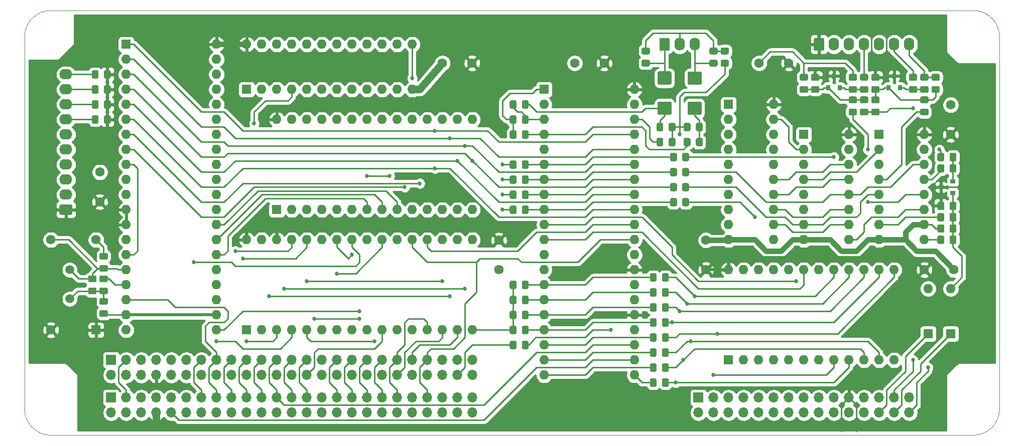
<source format=gbr>
G04 #@! TF.GenerationSoftware,KiCad,Pcbnew,(5.1.6)-1*
G04 #@! TF.CreationDate,2020-06-11T13:24:41-03:00*
G04 #@! TF.ProjectId,Jupiter-II_expansion,4a757069-7465-4722-9d49-495f65787061,rev?*
G04 #@! TF.SameCoordinates,Original*
G04 #@! TF.FileFunction,Copper,L1,Top*
G04 #@! TF.FilePolarity,Positive*
%FSLAX46Y46*%
G04 Gerber Fmt 4.6, Leading zero omitted, Abs format (unit mm)*
G04 Created by KiCad (PCBNEW (5.1.6)-1) date 2020-06-11 13:24:41*
%MOMM*%
%LPD*%
G01*
G04 APERTURE LIST*
G04 #@! TA.AperFunction,Profile*
%ADD10C,0.050000*%
G04 #@! TD*
G04 #@! TA.AperFunction,ComponentPad*
%ADD11O,1.600000X1.600000*%
G04 #@! TD*
G04 #@! TA.AperFunction,ComponentPad*
%ADD12R,1.600000X1.600000*%
G04 #@! TD*
G04 #@! TA.AperFunction,ComponentPad*
%ADD13O,1.700000X1.700000*%
G04 #@! TD*
G04 #@! TA.AperFunction,ComponentPad*
%ADD14R,1.700000X1.700000*%
G04 #@! TD*
G04 #@! TA.AperFunction,ComponentPad*
%ADD15C,1.500000*%
G04 #@! TD*
G04 #@! TA.AperFunction,ComponentPad*
%ADD16O,1.740000X2.190000*%
G04 #@! TD*
G04 #@! TA.AperFunction,ComponentPad*
%ADD17O,2.190000X1.740000*%
G04 #@! TD*
G04 #@! TA.AperFunction,ComponentPad*
%ADD18C,1.600000*%
G04 #@! TD*
G04 #@! TA.AperFunction,SMDPad,CuDef*
%ADD19R,0.800000X0.900000*%
G04 #@! TD*
G04 #@! TA.AperFunction,SMDPad,CuDef*
%ADD20R,0.900000X0.800000*%
G04 #@! TD*
G04 #@! TA.AperFunction,ViaPad*
%ADD21C,0.685800*%
G04 #@! TD*
G04 #@! TA.AperFunction,Conductor*
%ADD22C,0.508000*%
G04 #@! TD*
G04 #@! TA.AperFunction,Conductor*
%ADD23C,0.889000*%
G04 #@! TD*
G04 #@! TA.AperFunction,Conductor*
%ADD24C,0.254000*%
G04 #@! TD*
G04 #@! TA.AperFunction,Conductor*
%ADD25C,1.270000*%
G04 #@! TD*
G04 APERTURE END LIST*
D10*
X219075000Y-62865000D02*
G75*
G02*
X223520000Y-67310000I0J-4445000D01*
G01*
X59055000Y-67310000D02*
G75*
G02*
X63500000Y-62865000I4445000J0D01*
G01*
X219075000Y-62865000D02*
X63500000Y-62865000D01*
X223520000Y-130175000D02*
G75*
G02*
X219075000Y-134620000I-4445000J0D01*
G01*
X63500000Y-134620000D02*
G75*
G02*
X59055000Y-130175000I0J4445000D01*
G01*
X223520000Y-130175000D02*
X223520000Y-67310000D01*
X63500000Y-134620000D02*
X219075000Y-134620000D01*
X59055000Y-130175000D02*
X59055000Y-67310000D01*
D11*
X161925000Y-76200000D03*
X146685000Y-124460000D03*
X161925000Y-78740000D03*
X146685000Y-121920000D03*
X161925000Y-81280000D03*
X146685000Y-119380000D03*
X161925000Y-83820000D03*
X146685000Y-116840000D03*
X161925000Y-86360000D03*
X146685000Y-114300000D03*
X161925000Y-88900000D03*
X146685000Y-111760000D03*
X161925000Y-91440000D03*
X146685000Y-109220000D03*
X161925000Y-93980000D03*
X146685000Y-106680000D03*
X161925000Y-96520000D03*
X146685000Y-104140000D03*
X161925000Y-99060000D03*
X146685000Y-101600000D03*
X161925000Y-101600000D03*
X146685000Y-99060000D03*
X161925000Y-104140000D03*
X146685000Y-96520000D03*
X161925000Y-106680000D03*
X146685000Y-93980000D03*
X161925000Y-109220000D03*
X146685000Y-91440000D03*
X161925000Y-111760000D03*
X146685000Y-88900000D03*
X161925000Y-114300000D03*
X146685000Y-86360000D03*
X161925000Y-116840000D03*
X146685000Y-83820000D03*
X161925000Y-119380000D03*
X146685000Y-81280000D03*
X161925000Y-121920000D03*
X146685000Y-78740000D03*
X161925000Y-124460000D03*
D12*
X146685000Y-76200000D03*
D11*
X198120000Y-83820000D03*
X190500000Y-101600000D03*
X198120000Y-86360000D03*
X190500000Y-99060000D03*
X198120000Y-88900000D03*
X190500000Y-96520000D03*
X198120000Y-91440000D03*
X190500000Y-93980000D03*
X198120000Y-93980000D03*
X190500000Y-91440000D03*
X198120000Y-96520000D03*
X190500000Y-88900000D03*
X198120000Y-99060000D03*
X190500000Y-86360000D03*
X198120000Y-101600000D03*
D12*
X190500000Y-83820000D03*
D11*
X210820000Y-83820000D03*
X203200000Y-101600000D03*
X210820000Y-86360000D03*
X203200000Y-99060000D03*
X210820000Y-88900000D03*
X203200000Y-96520000D03*
X210820000Y-91440000D03*
X203200000Y-93980000D03*
X210820000Y-93980000D03*
X203200000Y-91440000D03*
X210820000Y-96520000D03*
X203200000Y-88900000D03*
X210820000Y-99060000D03*
X203200000Y-86360000D03*
X210820000Y-101600000D03*
D12*
X203200000Y-83820000D03*
X76200000Y-68580000D03*
D11*
X91440000Y-116840000D03*
X76200000Y-71120000D03*
X91440000Y-114300000D03*
X76200000Y-73660000D03*
X91440000Y-111760000D03*
X76200000Y-76200000D03*
X91440000Y-109220000D03*
X76200000Y-78740000D03*
X91440000Y-106680000D03*
X76200000Y-81280000D03*
X91440000Y-104140000D03*
X76200000Y-83820000D03*
X91440000Y-101600000D03*
X76200000Y-86360000D03*
X91440000Y-99060000D03*
X76200000Y-88900000D03*
X91440000Y-96520000D03*
X76200000Y-91440000D03*
X91440000Y-93980000D03*
X76200000Y-93980000D03*
X91440000Y-91440000D03*
X76200000Y-96520000D03*
X91440000Y-88900000D03*
X76200000Y-99060000D03*
X91440000Y-86360000D03*
X76200000Y-101600000D03*
X91440000Y-83820000D03*
X76200000Y-104140000D03*
X91440000Y-81280000D03*
X76200000Y-106680000D03*
X91440000Y-78740000D03*
X76200000Y-109220000D03*
X91440000Y-76200000D03*
X76200000Y-111760000D03*
X91440000Y-73660000D03*
X76200000Y-114300000D03*
X91440000Y-71120000D03*
X76200000Y-116840000D03*
X91440000Y-68580000D03*
X96520000Y-101600000D03*
X134620000Y-116840000D03*
X99060000Y-101600000D03*
X132080000Y-116840000D03*
X101600000Y-101600000D03*
X129540000Y-116840000D03*
X104140000Y-101600000D03*
X127000000Y-116840000D03*
X106680000Y-101600000D03*
X124460000Y-116840000D03*
X109220000Y-101600000D03*
X121920000Y-116840000D03*
X111760000Y-101600000D03*
X119380000Y-116840000D03*
X114300000Y-101600000D03*
X116840000Y-116840000D03*
X116840000Y-101600000D03*
X114300000Y-116840000D03*
X119380000Y-101600000D03*
X111760000Y-116840000D03*
X121920000Y-101600000D03*
X109220000Y-116840000D03*
X124460000Y-101600000D03*
X106680000Y-116840000D03*
X127000000Y-101600000D03*
X104140000Y-116840000D03*
X129540000Y-101600000D03*
X101600000Y-116840000D03*
X132080000Y-101600000D03*
X99060000Y-116840000D03*
X134620000Y-101600000D03*
D12*
X96520000Y-116840000D03*
D13*
X134620000Y-130810000D03*
X134620000Y-128270000D03*
X132080000Y-130810000D03*
X132080000Y-128270000D03*
X129540000Y-130810000D03*
X129540000Y-128270000D03*
X127000000Y-130810000D03*
X127000000Y-128270000D03*
X124460000Y-130810000D03*
X124460000Y-128270000D03*
X121920000Y-130810000D03*
X121920000Y-128270000D03*
X119380000Y-130810000D03*
X119380000Y-128270000D03*
X116840000Y-130810000D03*
X116840000Y-128270000D03*
X114300000Y-130810000D03*
X114300000Y-128270000D03*
X111760000Y-130810000D03*
X111760000Y-128270000D03*
X109220000Y-130810000D03*
X109220000Y-128270000D03*
X106680000Y-130810000D03*
X106680000Y-128270000D03*
X104140000Y-130810000D03*
X104140000Y-128270000D03*
X101600000Y-130810000D03*
X101600000Y-128270000D03*
X99060000Y-130810000D03*
X99060000Y-128270000D03*
X96520000Y-130810000D03*
X96520000Y-128270000D03*
X93980000Y-130810000D03*
X93980000Y-128270000D03*
X91440000Y-130810000D03*
X91440000Y-128270000D03*
X88900000Y-130810000D03*
X88900000Y-128270000D03*
X86360000Y-130810000D03*
X86360000Y-128270000D03*
X83820000Y-130810000D03*
X83820000Y-128270000D03*
X81280000Y-130810000D03*
X81280000Y-128270000D03*
X78740000Y-130810000D03*
X78740000Y-128270000D03*
X76200000Y-130810000D03*
X76200000Y-128270000D03*
X73660000Y-130810000D03*
D14*
X73660000Y-128270000D03*
D15*
X66675000Y-106680000D03*
X66675000Y-111580000D03*
D11*
X211455000Y-109855000D03*
D12*
X211455000Y-117475000D03*
G04 #@! TA.AperFunction,SMDPad,CuDef*
G36*
G01*
X212274999Y-75625000D02*
X213175001Y-75625000D01*
G75*
G02*
X213425000Y-75874999I0J-249999D01*
G01*
X213425000Y-76525001D01*
G75*
G02*
X213175001Y-76775000I-249999J0D01*
G01*
X212274999Y-76775000D01*
G75*
G02*
X212025000Y-76525001I0J249999D01*
G01*
X212025000Y-75874999D01*
G75*
G02*
X212274999Y-75625000I249999J0D01*
G01*
G37*
G04 #@! TD.AperFunction*
G04 #@! TA.AperFunction,SMDPad,CuDef*
G36*
G01*
X212274999Y-73575000D02*
X213175001Y-73575000D01*
G75*
G02*
X213425000Y-73824999I0J-249999D01*
G01*
X213425000Y-74475001D01*
G75*
G02*
X213175001Y-74725000I-249999J0D01*
G01*
X212274999Y-74725000D01*
G75*
G02*
X212025000Y-74475001I0J249999D01*
G01*
X212025000Y-73824999D01*
G75*
G02*
X212274999Y-73575000I249999J0D01*
G01*
G37*
G04 #@! TD.AperFunction*
G04 #@! TA.AperFunction,SMDPad,CuDef*
G36*
G01*
X169995000Y-95700001D02*
X169995000Y-94799999D01*
G75*
G02*
X170244999Y-94550000I249999J0D01*
G01*
X170895001Y-94550000D01*
G75*
G02*
X171145000Y-94799999I0J-249999D01*
G01*
X171145000Y-95700001D01*
G75*
G02*
X170895001Y-95950000I-249999J0D01*
G01*
X170244999Y-95950000D01*
G75*
G02*
X169995000Y-95700001I0J249999D01*
G01*
G37*
G04 #@! TD.AperFunction*
G04 #@! TA.AperFunction,SMDPad,CuDef*
G36*
G01*
X167945000Y-95700001D02*
X167945000Y-94799999D01*
G75*
G02*
X168194999Y-94550000I249999J0D01*
G01*
X168845001Y-94550000D01*
G75*
G02*
X169095000Y-94799999I0J-249999D01*
G01*
X169095000Y-95700001D01*
G75*
G02*
X168845001Y-95950000I-249999J0D01*
G01*
X168194999Y-95950000D01*
G75*
G02*
X167945000Y-95700001I0J249999D01*
G01*
G37*
G04 #@! TD.AperFunction*
G04 #@! TA.AperFunction,SMDPad,CuDef*
G36*
G01*
X169995000Y-93160001D02*
X169995000Y-92259999D01*
G75*
G02*
X170244999Y-92010000I249999J0D01*
G01*
X170895001Y-92010000D01*
G75*
G02*
X171145000Y-92259999I0J-249999D01*
G01*
X171145000Y-93160001D01*
G75*
G02*
X170895001Y-93410000I-249999J0D01*
G01*
X170244999Y-93410000D01*
G75*
G02*
X169995000Y-93160001I0J249999D01*
G01*
G37*
G04 #@! TD.AperFunction*
G04 #@! TA.AperFunction,SMDPad,CuDef*
G36*
G01*
X167945000Y-93160001D02*
X167945000Y-92259999D01*
G75*
G02*
X168194999Y-92010000I249999J0D01*
G01*
X168845001Y-92010000D01*
G75*
G02*
X169095000Y-92259999I0J-249999D01*
G01*
X169095000Y-93160001D01*
G75*
G02*
X168845001Y-93410000I-249999J0D01*
G01*
X168194999Y-93410000D01*
G75*
G02*
X167945000Y-93160001I0J249999D01*
G01*
G37*
G04 #@! TD.AperFunction*
G04 #@! TA.AperFunction,SMDPad,CuDef*
G36*
G01*
X169995000Y-90620001D02*
X169995000Y-89719999D01*
G75*
G02*
X170244999Y-89470000I249999J0D01*
G01*
X170895001Y-89470000D01*
G75*
G02*
X171145000Y-89719999I0J-249999D01*
G01*
X171145000Y-90620001D01*
G75*
G02*
X170895001Y-90870000I-249999J0D01*
G01*
X170244999Y-90870000D01*
G75*
G02*
X169995000Y-90620001I0J249999D01*
G01*
G37*
G04 #@! TD.AperFunction*
G04 #@! TA.AperFunction,SMDPad,CuDef*
G36*
G01*
X167945000Y-90620001D02*
X167945000Y-89719999D01*
G75*
G02*
X168194999Y-89470000I249999J0D01*
G01*
X168845001Y-89470000D01*
G75*
G02*
X169095000Y-89719999I0J-249999D01*
G01*
X169095000Y-90620001D01*
G75*
G02*
X168845001Y-90870000I-249999J0D01*
G01*
X168194999Y-90870000D01*
G75*
G02*
X167945000Y-90620001I0J249999D01*
G01*
G37*
G04 #@! TD.AperFunction*
G04 #@! TA.AperFunction,SMDPad,CuDef*
G36*
G01*
X169995000Y-88080001D02*
X169995000Y-87179999D01*
G75*
G02*
X170244999Y-86930000I249999J0D01*
G01*
X170895001Y-86930000D01*
G75*
G02*
X171145000Y-87179999I0J-249999D01*
G01*
X171145000Y-88080001D01*
G75*
G02*
X170895001Y-88330000I-249999J0D01*
G01*
X170244999Y-88330000D01*
G75*
G02*
X169995000Y-88080001I0J249999D01*
G01*
G37*
G04 #@! TD.AperFunction*
G04 #@! TA.AperFunction,SMDPad,CuDef*
G36*
G01*
X167945000Y-88080001D02*
X167945000Y-87179999D01*
G75*
G02*
X168194999Y-86930000I249999J0D01*
G01*
X168845001Y-86930000D01*
G75*
G02*
X169095000Y-87179999I0J-249999D01*
G01*
X169095000Y-88080001D01*
G75*
G02*
X168845001Y-88330000I-249999J0D01*
G01*
X168194999Y-88330000D01*
G75*
G02*
X167945000Y-88080001I0J249999D01*
G01*
G37*
G04 #@! TD.AperFunction*
G04 #@! TA.AperFunction,SMDPad,CuDef*
G36*
G01*
X215080000Y-100145001D02*
X215080000Y-99244999D01*
G75*
G02*
X215329999Y-98995000I249999J0D01*
G01*
X215980001Y-98995000D01*
G75*
G02*
X216230000Y-99244999I0J-249999D01*
G01*
X216230000Y-100145001D01*
G75*
G02*
X215980001Y-100395000I-249999J0D01*
G01*
X215329999Y-100395000D01*
G75*
G02*
X215080000Y-100145001I0J249999D01*
G01*
G37*
G04 #@! TD.AperFunction*
G04 #@! TA.AperFunction,SMDPad,CuDef*
G36*
G01*
X213030000Y-100145001D02*
X213030000Y-99244999D01*
G75*
G02*
X213279999Y-98995000I249999J0D01*
G01*
X213930001Y-98995000D01*
G75*
G02*
X214180000Y-99244999I0J-249999D01*
G01*
X214180000Y-100145001D01*
G75*
G02*
X213930001Y-100395000I-249999J0D01*
G01*
X213279999Y-100395000D01*
G75*
G02*
X213030000Y-100145001I0J249999D01*
G01*
G37*
G04 #@! TD.AperFunction*
G04 #@! TA.AperFunction,SMDPad,CuDef*
G36*
G01*
X190049999Y-75625000D02*
X190950001Y-75625000D01*
G75*
G02*
X191200000Y-75874999I0J-249999D01*
G01*
X191200000Y-76525001D01*
G75*
G02*
X190950001Y-76775000I-249999J0D01*
G01*
X190049999Y-76775000D01*
G75*
G02*
X189800000Y-76525001I0J249999D01*
G01*
X189800000Y-75874999D01*
G75*
G02*
X190049999Y-75625000I249999J0D01*
G01*
G37*
G04 #@! TD.AperFunction*
G04 #@! TA.AperFunction,SMDPad,CuDef*
G36*
G01*
X190049999Y-73575000D02*
X190950001Y-73575000D01*
G75*
G02*
X191200000Y-73824999I0J-249999D01*
G01*
X191200000Y-74475001D01*
G75*
G02*
X190950001Y-74725000I-249999J0D01*
G01*
X190049999Y-74725000D01*
G75*
G02*
X189800000Y-74475001I0J249999D01*
G01*
X189800000Y-73824999D01*
G75*
G02*
X190049999Y-73575000I249999J0D01*
G01*
G37*
G04 #@! TD.AperFunction*
D16*
X208280000Y-68580000D03*
X205740000Y-68580000D03*
X203200000Y-68580000D03*
X200660000Y-68580000D03*
X198120000Y-68580000D03*
X195580000Y-68580000D03*
G04 #@! TA.AperFunction,ComponentPad*
G36*
G01*
X192170000Y-69425001D02*
X192170000Y-67734999D01*
G75*
G02*
X192419999Y-67485000I249999J0D01*
G01*
X193660001Y-67485000D01*
G75*
G02*
X193910000Y-67734999I0J-249999D01*
G01*
X193910000Y-69425001D01*
G75*
G02*
X193660001Y-69675000I-249999J0D01*
G01*
X192419999Y-69675000D01*
G75*
G02*
X192170000Y-69425001I0J249999D01*
G01*
G37*
G04 #@! TD.AperFunction*
D11*
X215265000Y-109855000D03*
D12*
X215265000Y-117475000D03*
D17*
X66040000Y-73660000D03*
X66040000Y-76200000D03*
X66040000Y-78740000D03*
X66040000Y-81280000D03*
X66040000Y-83820000D03*
X66040000Y-86360000D03*
X66040000Y-88900000D03*
X66040000Y-91440000D03*
X66040000Y-93980000D03*
G04 #@! TA.AperFunction,ComponentPad*
G36*
G01*
X66885001Y-97390000D02*
X65194999Y-97390000D01*
G75*
G02*
X64945000Y-97140001I0J249999D01*
G01*
X64945000Y-95899999D01*
G75*
G02*
X65194999Y-95650000I249999J0D01*
G01*
X66885001Y-95650000D01*
G75*
G02*
X67135000Y-95899999I0J-249999D01*
G01*
X67135000Y-97140001D01*
G75*
G02*
X66885001Y-97390000I-249999J0D01*
G01*
G37*
G04 #@! TD.AperFunction*
D18*
X156845000Y-71755000D03*
X151845000Y-71755000D03*
X71755000Y-95170000D03*
X71755000Y-90170000D03*
G04 #@! TA.AperFunction,SMDPad,CuDef*
G36*
G01*
X167930001Y-75400000D02*
X166079999Y-75400000D01*
G75*
G02*
X165830000Y-75150001I0J249999D01*
G01*
X165830000Y-73399999D01*
G75*
G02*
X166079999Y-73150000I249999J0D01*
G01*
X167930001Y-73150000D01*
G75*
G02*
X168180000Y-73399999I0J-249999D01*
G01*
X168180000Y-75150001D01*
G75*
G02*
X167930001Y-75400000I-249999J0D01*
G01*
G37*
G04 #@! TD.AperFunction*
G04 #@! TA.AperFunction,SMDPad,CuDef*
G36*
G01*
X167930001Y-80500000D02*
X166079999Y-80500000D01*
G75*
G02*
X165830000Y-80250001I0J249999D01*
G01*
X165830000Y-78499999D01*
G75*
G02*
X166079999Y-78250000I249999J0D01*
G01*
X167930001Y-78250000D01*
G75*
G02*
X168180000Y-78499999I0J-249999D01*
G01*
X168180000Y-80250001D01*
G75*
G02*
X167930001Y-80500000I-249999J0D01*
G01*
G37*
G04 #@! TD.AperFunction*
G04 #@! TA.AperFunction,SMDPad,CuDef*
G36*
G01*
X210369999Y-75625000D02*
X211270001Y-75625000D01*
G75*
G02*
X211520000Y-75874999I0J-249999D01*
G01*
X211520000Y-76525001D01*
G75*
G02*
X211270001Y-76775000I-249999J0D01*
G01*
X210369999Y-76775000D01*
G75*
G02*
X210120000Y-76525001I0J249999D01*
G01*
X210120000Y-75874999D01*
G75*
G02*
X210369999Y-75625000I249999J0D01*
G01*
G37*
G04 #@! TD.AperFunction*
G04 #@! TA.AperFunction,SMDPad,CuDef*
G36*
G01*
X210369999Y-73575000D02*
X211270001Y-73575000D01*
G75*
G02*
X211520000Y-73824999I0J-249999D01*
G01*
X211520000Y-74475001D01*
G75*
G02*
X211270001Y-74725000I-249999J0D01*
G01*
X210369999Y-74725000D01*
G75*
G02*
X210120000Y-74475001I0J249999D01*
G01*
X210120000Y-73824999D01*
G75*
G02*
X210369999Y-73575000I249999J0D01*
G01*
G37*
G04 #@! TD.AperFunction*
G04 #@! TA.AperFunction,SMDPad,CuDef*
G36*
G01*
X142035000Y-116389999D02*
X142035000Y-117290001D01*
G75*
G02*
X141785001Y-117540000I-249999J0D01*
G01*
X141134999Y-117540000D01*
G75*
G02*
X140885000Y-117290001I0J249999D01*
G01*
X140885000Y-116389999D01*
G75*
G02*
X141134999Y-116140000I249999J0D01*
G01*
X141785001Y-116140000D01*
G75*
G02*
X142035000Y-116389999I0J-249999D01*
G01*
G37*
G04 #@! TD.AperFunction*
G04 #@! TA.AperFunction,SMDPad,CuDef*
G36*
G01*
X144085000Y-116389999D02*
X144085000Y-117290001D01*
G75*
G02*
X143835001Y-117540000I-249999J0D01*
G01*
X143184999Y-117540000D01*
G75*
G02*
X142935000Y-117290001I0J249999D01*
G01*
X142935000Y-116389999D01*
G75*
G02*
X143184999Y-116140000I249999J0D01*
G01*
X143835001Y-116140000D01*
G75*
G02*
X144085000Y-116389999I0J-249999D01*
G01*
G37*
G04 #@! TD.AperFunction*
D12*
X71120000Y-116840000D03*
D18*
X63500000Y-116840000D03*
X63500000Y-101600000D03*
X71120000Y-101600000D03*
D19*
X205740000Y-73930000D03*
X206690000Y-75930000D03*
X204790000Y-75930000D03*
D20*
X213630000Y-92710000D03*
X215630000Y-91760000D03*
X215630000Y-93660000D03*
D19*
X195580000Y-73930000D03*
X196530000Y-75930000D03*
X194630000Y-75930000D03*
D16*
X172085000Y-68580000D03*
X169545000Y-68580000D03*
G04 #@! TA.AperFunction,ComponentPad*
G36*
G01*
X166135000Y-69425001D02*
X166135000Y-67734999D01*
G75*
G02*
X166384999Y-67485000I249999J0D01*
G01*
X167625001Y-67485000D01*
G75*
G02*
X167875000Y-67734999I0J-249999D01*
G01*
X167875000Y-69425001D01*
G75*
G02*
X167625001Y-69675000I-249999J0D01*
G01*
X166384999Y-69675000D01*
G75*
G02*
X166135000Y-69425001I0J249999D01*
G01*
G37*
G04 #@! TD.AperFunction*
D18*
X139065000Y-101680000D03*
X139065000Y-106680000D03*
X134540000Y-71755000D03*
X129540000Y-71755000D03*
X215265000Y-83820000D03*
X215265000Y-78820000D03*
X173990000Y-106680000D03*
X173990000Y-101680000D03*
X210820000Y-106680000D03*
X215820000Y-106680000D03*
X187960000Y-71755000D03*
X182960000Y-71755000D03*
G04 #@! TA.AperFunction,SMDPad,CuDef*
G36*
G01*
X163379999Y-71180000D02*
X164280001Y-71180000D01*
G75*
G02*
X164530000Y-71429999I0J-249999D01*
G01*
X164530000Y-72080001D01*
G75*
G02*
X164280001Y-72330000I-249999J0D01*
G01*
X163379999Y-72330000D01*
G75*
G02*
X163130000Y-72080001I0J249999D01*
G01*
X163130000Y-71429999D01*
G75*
G02*
X163379999Y-71180000I249999J0D01*
G01*
G37*
G04 #@! TD.AperFunction*
G04 #@! TA.AperFunction,SMDPad,CuDef*
G36*
G01*
X163379999Y-69130000D02*
X164280001Y-69130000D01*
G75*
G02*
X164530000Y-69379999I0J-249999D01*
G01*
X164530000Y-70030001D01*
G75*
G02*
X164280001Y-70280000I-249999J0D01*
G01*
X163379999Y-70280000D01*
G75*
G02*
X163130000Y-70030001I0J249999D01*
G01*
X163130000Y-69379999D01*
G75*
G02*
X163379999Y-69130000I249999J0D01*
G01*
G37*
G04 #@! TD.AperFunction*
G04 #@! TA.AperFunction,SMDPad,CuDef*
G36*
G01*
X175710001Y-70280000D02*
X174809999Y-70280000D01*
G75*
G02*
X174560000Y-70030001I0J249999D01*
G01*
X174560000Y-69379999D01*
G75*
G02*
X174809999Y-69130000I249999J0D01*
G01*
X175710001Y-69130000D01*
G75*
G02*
X175960000Y-69379999I0J-249999D01*
G01*
X175960000Y-70030001D01*
G75*
G02*
X175710001Y-70280000I-249999J0D01*
G01*
G37*
G04 #@! TD.AperFunction*
G04 #@! TA.AperFunction,SMDPad,CuDef*
G36*
G01*
X175710001Y-72330000D02*
X174809999Y-72330000D01*
G75*
G02*
X174560000Y-72080001I0J249999D01*
G01*
X174560000Y-71429999D01*
G75*
G02*
X174809999Y-71180000I249999J0D01*
G01*
X175710001Y-71180000D01*
G75*
G02*
X175960000Y-71429999I0J-249999D01*
G01*
X175960000Y-72080001D01*
G75*
G02*
X175710001Y-72330000I-249999J0D01*
G01*
G37*
G04 #@! TD.AperFunction*
G04 #@! TA.AperFunction,SMDPad,CuDef*
G36*
G01*
X173010001Y-75410000D02*
X171159999Y-75410000D01*
G75*
G02*
X170910000Y-75160001I0J249999D01*
G01*
X170910000Y-73409999D01*
G75*
G02*
X171159999Y-73160000I249999J0D01*
G01*
X173010001Y-73160000D01*
G75*
G02*
X173260000Y-73409999I0J-249999D01*
G01*
X173260000Y-75160001D01*
G75*
G02*
X173010001Y-75410000I-249999J0D01*
G01*
G37*
G04 #@! TD.AperFunction*
G04 #@! TA.AperFunction,SMDPad,CuDef*
G36*
G01*
X173010001Y-80510000D02*
X171159999Y-80510000D01*
G75*
G02*
X170910000Y-80260001I0J249999D01*
G01*
X170910000Y-78509999D01*
G75*
G02*
X171159999Y-78260000I249999J0D01*
G01*
X173010001Y-78260000D01*
G75*
G02*
X173260000Y-78509999I0J-249999D01*
G01*
X173260000Y-80260001D01*
G75*
G02*
X173010001Y-80510000I-249999J0D01*
G01*
G37*
G04 #@! TD.AperFunction*
G04 #@! TA.AperFunction,SMDPad,CuDef*
G36*
G01*
X71939999Y-103810000D02*
X72840001Y-103810000D01*
G75*
G02*
X73090000Y-104059999I0J-249999D01*
G01*
X73090000Y-104710001D01*
G75*
G02*
X72840001Y-104960000I-249999J0D01*
G01*
X71939999Y-104960000D01*
G75*
G02*
X71690000Y-104710001I0J249999D01*
G01*
X71690000Y-104059999D01*
G75*
G02*
X71939999Y-103810000I249999J0D01*
G01*
G37*
G04 #@! TD.AperFunction*
G04 #@! TA.AperFunction,SMDPad,CuDef*
G36*
G01*
X71939999Y-105860000D02*
X72840001Y-105860000D01*
G75*
G02*
X73090000Y-106109999I0J-249999D01*
G01*
X73090000Y-106760001D01*
G75*
G02*
X72840001Y-107010000I-249999J0D01*
G01*
X71939999Y-107010000D01*
G75*
G02*
X71690000Y-106760001I0J249999D01*
G01*
X71690000Y-106109999D01*
G75*
G02*
X71939999Y-105860000I249999J0D01*
G01*
G37*
G04 #@! TD.AperFunction*
G04 #@! TA.AperFunction,SMDPad,CuDef*
G36*
G01*
X72840001Y-114630000D02*
X71939999Y-114630000D01*
G75*
G02*
X71690000Y-114380001I0J249999D01*
G01*
X71690000Y-113729999D01*
G75*
G02*
X71939999Y-113480000I249999J0D01*
G01*
X72840001Y-113480000D01*
G75*
G02*
X73090000Y-113729999I0J-249999D01*
G01*
X73090000Y-114380001D01*
G75*
G02*
X72840001Y-114630000I-249999J0D01*
G01*
G37*
G04 #@! TD.AperFunction*
G04 #@! TA.AperFunction,SMDPad,CuDef*
G36*
G01*
X72840001Y-112580000D02*
X71939999Y-112580000D01*
G75*
G02*
X71690000Y-112330001I0J249999D01*
G01*
X71690000Y-111679999D01*
G75*
G02*
X71939999Y-111430000I249999J0D01*
G01*
X72840001Y-111430000D01*
G75*
G02*
X73090000Y-111679999I0J-249999D01*
G01*
X73090000Y-112330001D01*
G75*
G02*
X72840001Y-112580000I-249999J0D01*
G01*
G37*
G04 #@! TD.AperFunction*
G04 #@! TA.AperFunction,SMDPad,CuDef*
G36*
G01*
X142035000Y-113849999D02*
X142035000Y-114750001D01*
G75*
G02*
X141785001Y-115000000I-249999J0D01*
G01*
X141134999Y-115000000D01*
G75*
G02*
X140885000Y-114750001I0J249999D01*
G01*
X140885000Y-113849999D01*
G75*
G02*
X141134999Y-113600000I249999J0D01*
G01*
X141785001Y-113600000D01*
G75*
G02*
X142035000Y-113849999I0J-249999D01*
G01*
G37*
G04 #@! TD.AperFunction*
G04 #@! TA.AperFunction,SMDPad,CuDef*
G36*
G01*
X144085000Y-113849999D02*
X144085000Y-114750001D01*
G75*
G02*
X143835001Y-115000000I-249999J0D01*
G01*
X143184999Y-115000000D01*
G75*
G02*
X142935000Y-114750001I0J249999D01*
G01*
X142935000Y-113849999D01*
G75*
G02*
X143184999Y-113600000I249999J0D01*
G01*
X143835001Y-113600000D01*
G75*
G02*
X144085000Y-113849999I0J-249999D01*
G01*
G37*
G04 #@! TD.AperFunction*
G04 #@! TA.AperFunction,SMDPad,CuDef*
G36*
G01*
X142035000Y-111309999D02*
X142035000Y-112210001D01*
G75*
G02*
X141785001Y-112460000I-249999J0D01*
G01*
X141134999Y-112460000D01*
G75*
G02*
X140885000Y-112210001I0J249999D01*
G01*
X140885000Y-111309999D01*
G75*
G02*
X141134999Y-111060000I249999J0D01*
G01*
X141785001Y-111060000D01*
G75*
G02*
X142035000Y-111309999I0J-249999D01*
G01*
G37*
G04 #@! TD.AperFunction*
G04 #@! TA.AperFunction,SMDPad,CuDef*
G36*
G01*
X144085000Y-111309999D02*
X144085000Y-112210001D01*
G75*
G02*
X143835001Y-112460000I-249999J0D01*
G01*
X143184999Y-112460000D01*
G75*
G02*
X142935000Y-112210001I0J249999D01*
G01*
X142935000Y-111309999D01*
G75*
G02*
X143184999Y-111060000I249999J0D01*
G01*
X143835001Y-111060000D01*
G75*
G02*
X144085000Y-111309999I0J-249999D01*
G01*
G37*
G04 #@! TD.AperFunction*
G04 #@! TA.AperFunction,SMDPad,CuDef*
G36*
G01*
X142035000Y-108769999D02*
X142035000Y-109670001D01*
G75*
G02*
X141785001Y-109920000I-249999J0D01*
G01*
X141134999Y-109920000D01*
G75*
G02*
X140885000Y-109670001I0J249999D01*
G01*
X140885000Y-108769999D01*
G75*
G02*
X141134999Y-108520000I249999J0D01*
G01*
X141785001Y-108520000D01*
G75*
G02*
X142035000Y-108769999I0J-249999D01*
G01*
G37*
G04 #@! TD.AperFunction*
G04 #@! TA.AperFunction,SMDPad,CuDef*
G36*
G01*
X144085000Y-108769999D02*
X144085000Y-109670001D01*
G75*
G02*
X143835001Y-109920000I-249999J0D01*
G01*
X143184999Y-109920000D01*
G75*
G02*
X142935000Y-109670001I0J249999D01*
G01*
X142935000Y-108769999D01*
G75*
G02*
X143184999Y-108520000I249999J0D01*
G01*
X143835001Y-108520000D01*
G75*
G02*
X144085000Y-108769999I0J-249999D01*
G01*
G37*
G04 #@! TD.AperFunction*
G04 #@! TA.AperFunction,SMDPad,CuDef*
G36*
G01*
X208464999Y-75625000D02*
X209365001Y-75625000D01*
G75*
G02*
X209615000Y-75874999I0J-249999D01*
G01*
X209615000Y-76525001D01*
G75*
G02*
X209365001Y-76775000I-249999J0D01*
G01*
X208464999Y-76775000D01*
G75*
G02*
X208215000Y-76525001I0J249999D01*
G01*
X208215000Y-75874999D01*
G75*
G02*
X208464999Y-75625000I249999J0D01*
G01*
G37*
G04 #@! TD.AperFunction*
G04 #@! TA.AperFunction,SMDPad,CuDef*
G36*
G01*
X208464999Y-73575000D02*
X209365001Y-73575000D01*
G75*
G02*
X209615000Y-73824999I0J-249999D01*
G01*
X209615000Y-74475001D01*
G75*
G02*
X209365001Y-74725000I-249999J0D01*
G01*
X208464999Y-74725000D01*
G75*
G02*
X208215000Y-74475001I0J249999D01*
G01*
X208215000Y-73824999D01*
G75*
G02*
X208464999Y-73575000I249999J0D01*
G01*
G37*
G04 #@! TD.AperFunction*
G04 #@! TA.AperFunction,SMDPad,CuDef*
G36*
G01*
X202114999Y-79435000D02*
X203015001Y-79435000D01*
G75*
G02*
X203265000Y-79684999I0J-249999D01*
G01*
X203265000Y-80335001D01*
G75*
G02*
X203015001Y-80585000I-249999J0D01*
G01*
X202114999Y-80585000D01*
G75*
G02*
X201865000Y-80335001I0J249999D01*
G01*
X201865000Y-79684999D01*
G75*
G02*
X202114999Y-79435000I249999J0D01*
G01*
G37*
G04 #@! TD.AperFunction*
G04 #@! TA.AperFunction,SMDPad,CuDef*
G36*
G01*
X202114999Y-77385000D02*
X203015001Y-77385000D01*
G75*
G02*
X203265000Y-77634999I0J-249999D01*
G01*
X203265000Y-78285001D01*
G75*
G02*
X203015001Y-78535000I-249999J0D01*
G01*
X202114999Y-78535000D01*
G75*
G02*
X201865000Y-78285001I0J249999D01*
G01*
X201865000Y-77634999D01*
G75*
G02*
X202114999Y-77385000I249999J0D01*
G01*
G37*
G04 #@! TD.AperFunction*
G04 #@! TA.AperFunction,SMDPad,CuDef*
G36*
G01*
X210369999Y-79435000D02*
X211270001Y-79435000D01*
G75*
G02*
X211520000Y-79684999I0J-249999D01*
G01*
X211520000Y-80335001D01*
G75*
G02*
X211270001Y-80585000I-249999J0D01*
G01*
X210369999Y-80585000D01*
G75*
G02*
X210120000Y-80335001I0J249999D01*
G01*
X210120000Y-79684999D01*
G75*
G02*
X210369999Y-79435000I249999J0D01*
G01*
G37*
G04 #@! TD.AperFunction*
G04 #@! TA.AperFunction,SMDPad,CuDef*
G36*
G01*
X210369999Y-77385000D02*
X211270001Y-77385000D01*
G75*
G02*
X211520000Y-77634999I0J-249999D01*
G01*
X211520000Y-78285001D01*
G75*
G02*
X211270001Y-78535000I-249999J0D01*
G01*
X210369999Y-78535000D01*
G75*
G02*
X210120000Y-78285001I0J249999D01*
G01*
X210120000Y-77634999D01*
G75*
G02*
X210369999Y-77385000I249999J0D01*
G01*
G37*
G04 #@! TD.AperFunction*
G04 #@! TA.AperFunction,SMDPad,CuDef*
G36*
G01*
X202114999Y-75625000D02*
X203015001Y-75625000D01*
G75*
G02*
X203265000Y-75874999I0J-249999D01*
G01*
X203265000Y-76525001D01*
G75*
G02*
X203015001Y-76775000I-249999J0D01*
G01*
X202114999Y-76775000D01*
G75*
G02*
X201865000Y-76525001I0J249999D01*
G01*
X201865000Y-75874999D01*
G75*
G02*
X202114999Y-75625000I249999J0D01*
G01*
G37*
G04 #@! TD.AperFunction*
G04 #@! TA.AperFunction,SMDPad,CuDef*
G36*
G01*
X202114999Y-73575000D02*
X203015001Y-73575000D01*
G75*
G02*
X203265000Y-73824999I0J-249999D01*
G01*
X203265000Y-74475001D01*
G75*
G02*
X203015001Y-74725000I-249999J0D01*
G01*
X202114999Y-74725000D01*
G75*
G02*
X201865000Y-74475001I0J249999D01*
G01*
X201865000Y-73824999D01*
G75*
G02*
X202114999Y-73575000I249999J0D01*
G01*
G37*
G04 #@! TD.AperFunction*
G04 #@! TA.AperFunction,SMDPad,CuDef*
G36*
G01*
X165675000Y-125279999D02*
X165675000Y-126180001D01*
G75*
G02*
X165425001Y-126430000I-249999J0D01*
G01*
X164774999Y-126430000D01*
G75*
G02*
X164525000Y-126180001I0J249999D01*
G01*
X164525000Y-125279999D01*
G75*
G02*
X164774999Y-125030000I249999J0D01*
G01*
X165425001Y-125030000D01*
G75*
G02*
X165675000Y-125279999I0J-249999D01*
G01*
G37*
G04 #@! TD.AperFunction*
G04 #@! TA.AperFunction,SMDPad,CuDef*
G36*
G01*
X167725000Y-125279999D02*
X167725000Y-126180001D01*
G75*
G02*
X167475001Y-126430000I-249999J0D01*
G01*
X166824999Y-126430000D01*
G75*
G02*
X166575000Y-126180001I0J249999D01*
G01*
X166575000Y-125279999D01*
G75*
G02*
X166824999Y-125030000I249999J0D01*
G01*
X167475001Y-125030000D01*
G75*
G02*
X167725000Y-125279999I0J-249999D01*
G01*
G37*
G04 #@! TD.AperFunction*
G04 #@! TA.AperFunction,SMDPad,CuDef*
G36*
G01*
X165675000Y-122739999D02*
X165675000Y-123640001D01*
G75*
G02*
X165425001Y-123890000I-249999J0D01*
G01*
X164774999Y-123890000D01*
G75*
G02*
X164525000Y-123640001I0J249999D01*
G01*
X164525000Y-122739999D01*
G75*
G02*
X164774999Y-122490000I249999J0D01*
G01*
X165425001Y-122490000D01*
G75*
G02*
X165675000Y-122739999I0J-249999D01*
G01*
G37*
G04 #@! TD.AperFunction*
G04 #@! TA.AperFunction,SMDPad,CuDef*
G36*
G01*
X167725000Y-122739999D02*
X167725000Y-123640001D01*
G75*
G02*
X167475001Y-123890000I-249999J0D01*
G01*
X166824999Y-123890000D01*
G75*
G02*
X166575000Y-123640001I0J249999D01*
G01*
X166575000Y-122739999D01*
G75*
G02*
X166824999Y-122490000I249999J0D01*
G01*
X167475001Y-122490000D01*
G75*
G02*
X167725000Y-122739999I0J-249999D01*
G01*
G37*
G04 #@! TD.AperFunction*
G04 #@! TA.AperFunction,SMDPad,CuDef*
G36*
G01*
X165675000Y-120199999D02*
X165675000Y-121100001D01*
G75*
G02*
X165425001Y-121350000I-249999J0D01*
G01*
X164774999Y-121350000D01*
G75*
G02*
X164525000Y-121100001I0J249999D01*
G01*
X164525000Y-120199999D01*
G75*
G02*
X164774999Y-119950000I249999J0D01*
G01*
X165425001Y-119950000D01*
G75*
G02*
X165675000Y-120199999I0J-249999D01*
G01*
G37*
G04 #@! TD.AperFunction*
G04 #@! TA.AperFunction,SMDPad,CuDef*
G36*
G01*
X167725000Y-120199999D02*
X167725000Y-121100001D01*
G75*
G02*
X167475001Y-121350000I-249999J0D01*
G01*
X166824999Y-121350000D01*
G75*
G02*
X166575000Y-121100001I0J249999D01*
G01*
X166575000Y-120199999D01*
G75*
G02*
X166824999Y-119950000I249999J0D01*
G01*
X167475001Y-119950000D01*
G75*
G02*
X167725000Y-120199999I0J-249999D01*
G01*
G37*
G04 #@! TD.AperFunction*
G04 #@! TA.AperFunction,SMDPad,CuDef*
G36*
G01*
X165675000Y-117659999D02*
X165675000Y-118560001D01*
G75*
G02*
X165425001Y-118810000I-249999J0D01*
G01*
X164774999Y-118810000D01*
G75*
G02*
X164525000Y-118560001I0J249999D01*
G01*
X164525000Y-117659999D01*
G75*
G02*
X164774999Y-117410000I249999J0D01*
G01*
X165425001Y-117410000D01*
G75*
G02*
X165675000Y-117659999I0J-249999D01*
G01*
G37*
G04 #@! TD.AperFunction*
G04 #@! TA.AperFunction,SMDPad,CuDef*
G36*
G01*
X167725000Y-117659999D02*
X167725000Y-118560001D01*
G75*
G02*
X167475001Y-118810000I-249999J0D01*
G01*
X166824999Y-118810000D01*
G75*
G02*
X166575000Y-118560001I0J249999D01*
G01*
X166575000Y-117659999D01*
G75*
G02*
X166824999Y-117410000I249999J0D01*
G01*
X167475001Y-117410000D01*
G75*
G02*
X167725000Y-117659999I0J-249999D01*
G01*
G37*
G04 #@! TD.AperFunction*
G04 #@! TA.AperFunction,SMDPad,CuDef*
G36*
G01*
X165675000Y-115119999D02*
X165675000Y-116020001D01*
G75*
G02*
X165425001Y-116270000I-249999J0D01*
G01*
X164774999Y-116270000D01*
G75*
G02*
X164525000Y-116020001I0J249999D01*
G01*
X164525000Y-115119999D01*
G75*
G02*
X164774999Y-114870000I249999J0D01*
G01*
X165425001Y-114870000D01*
G75*
G02*
X165675000Y-115119999I0J-249999D01*
G01*
G37*
G04 #@! TD.AperFunction*
G04 #@! TA.AperFunction,SMDPad,CuDef*
G36*
G01*
X167725000Y-115119999D02*
X167725000Y-116020001D01*
G75*
G02*
X167475001Y-116270000I-249999J0D01*
G01*
X166824999Y-116270000D01*
G75*
G02*
X166575000Y-116020001I0J249999D01*
G01*
X166575000Y-115119999D01*
G75*
G02*
X166824999Y-114870000I249999J0D01*
G01*
X167475001Y-114870000D01*
G75*
G02*
X167725000Y-115119999I0J-249999D01*
G01*
G37*
G04 #@! TD.AperFunction*
G04 #@! TA.AperFunction,SMDPad,CuDef*
G36*
G01*
X165675000Y-112579999D02*
X165675000Y-113480001D01*
G75*
G02*
X165425001Y-113730000I-249999J0D01*
G01*
X164774999Y-113730000D01*
G75*
G02*
X164525000Y-113480001I0J249999D01*
G01*
X164525000Y-112579999D01*
G75*
G02*
X164774999Y-112330000I249999J0D01*
G01*
X165425001Y-112330000D01*
G75*
G02*
X165675000Y-112579999I0J-249999D01*
G01*
G37*
G04 #@! TD.AperFunction*
G04 #@! TA.AperFunction,SMDPad,CuDef*
G36*
G01*
X167725000Y-112579999D02*
X167725000Y-113480001D01*
G75*
G02*
X167475001Y-113730000I-249999J0D01*
G01*
X166824999Y-113730000D01*
G75*
G02*
X166575000Y-113480001I0J249999D01*
G01*
X166575000Y-112579999D01*
G75*
G02*
X166824999Y-112330000I249999J0D01*
G01*
X167475001Y-112330000D01*
G75*
G02*
X167725000Y-112579999I0J-249999D01*
G01*
G37*
G04 #@! TD.AperFunction*
G04 #@! TA.AperFunction,SMDPad,CuDef*
G36*
G01*
X165675000Y-110039999D02*
X165675000Y-110940001D01*
G75*
G02*
X165425001Y-111190000I-249999J0D01*
G01*
X164774999Y-111190000D01*
G75*
G02*
X164525000Y-110940001I0J249999D01*
G01*
X164525000Y-110039999D01*
G75*
G02*
X164774999Y-109790000I249999J0D01*
G01*
X165425001Y-109790000D01*
G75*
G02*
X165675000Y-110039999I0J-249999D01*
G01*
G37*
G04 #@! TD.AperFunction*
G04 #@! TA.AperFunction,SMDPad,CuDef*
G36*
G01*
X167725000Y-110039999D02*
X167725000Y-110940001D01*
G75*
G02*
X167475001Y-111190000I-249999J0D01*
G01*
X166824999Y-111190000D01*
G75*
G02*
X166575000Y-110940001I0J249999D01*
G01*
X166575000Y-110039999D01*
G75*
G02*
X166824999Y-109790000I249999J0D01*
G01*
X167475001Y-109790000D01*
G75*
G02*
X167725000Y-110039999I0J-249999D01*
G01*
G37*
G04 #@! TD.AperFunction*
G04 #@! TA.AperFunction,SMDPad,CuDef*
G36*
G01*
X165675000Y-107499999D02*
X165675000Y-108400001D01*
G75*
G02*
X165425001Y-108650000I-249999J0D01*
G01*
X164774999Y-108650000D01*
G75*
G02*
X164525000Y-108400001I0J249999D01*
G01*
X164525000Y-107499999D01*
G75*
G02*
X164774999Y-107250000I249999J0D01*
G01*
X165425001Y-107250000D01*
G75*
G02*
X165675000Y-107499999I0J-249999D01*
G01*
G37*
G04 #@! TD.AperFunction*
G04 #@! TA.AperFunction,SMDPad,CuDef*
G36*
G01*
X167725000Y-107499999D02*
X167725000Y-108400001D01*
G75*
G02*
X167475001Y-108650000I-249999J0D01*
G01*
X166824999Y-108650000D01*
G75*
G02*
X166575000Y-108400001I0J249999D01*
G01*
X166575000Y-107499999D01*
G75*
G02*
X166824999Y-107250000I249999J0D01*
G01*
X167475001Y-107250000D01*
G75*
G02*
X167725000Y-107499999I0J-249999D01*
G01*
G37*
G04 #@! TD.AperFunction*
G04 #@! TA.AperFunction,SMDPad,CuDef*
G36*
G01*
X142935000Y-96970001D02*
X142935000Y-96069999D01*
G75*
G02*
X143184999Y-95820000I249999J0D01*
G01*
X143835001Y-95820000D01*
G75*
G02*
X144085000Y-96069999I0J-249999D01*
G01*
X144085000Y-96970001D01*
G75*
G02*
X143835001Y-97220000I-249999J0D01*
G01*
X143184999Y-97220000D01*
G75*
G02*
X142935000Y-96970001I0J249999D01*
G01*
G37*
G04 #@! TD.AperFunction*
G04 #@! TA.AperFunction,SMDPad,CuDef*
G36*
G01*
X140885000Y-96970001D02*
X140885000Y-96069999D01*
G75*
G02*
X141134999Y-95820000I249999J0D01*
G01*
X141785001Y-95820000D01*
G75*
G02*
X142035000Y-96069999I0J-249999D01*
G01*
X142035000Y-96970001D01*
G75*
G02*
X141785001Y-97220000I-249999J0D01*
G01*
X141134999Y-97220000D01*
G75*
G02*
X140885000Y-96970001I0J249999D01*
G01*
G37*
G04 #@! TD.AperFunction*
G04 #@! TA.AperFunction,SMDPad,CuDef*
G36*
G01*
X142935000Y-94430001D02*
X142935000Y-93529999D01*
G75*
G02*
X143184999Y-93280000I249999J0D01*
G01*
X143835001Y-93280000D01*
G75*
G02*
X144085000Y-93529999I0J-249999D01*
G01*
X144085000Y-94430001D01*
G75*
G02*
X143835001Y-94680000I-249999J0D01*
G01*
X143184999Y-94680000D01*
G75*
G02*
X142935000Y-94430001I0J249999D01*
G01*
G37*
G04 #@! TD.AperFunction*
G04 #@! TA.AperFunction,SMDPad,CuDef*
G36*
G01*
X140885000Y-94430001D02*
X140885000Y-93529999D01*
G75*
G02*
X141134999Y-93280000I249999J0D01*
G01*
X141785001Y-93280000D01*
G75*
G02*
X142035000Y-93529999I0J-249999D01*
G01*
X142035000Y-94430001D01*
G75*
G02*
X141785001Y-94680000I-249999J0D01*
G01*
X141134999Y-94680000D01*
G75*
G02*
X140885000Y-94430001I0J249999D01*
G01*
G37*
G04 #@! TD.AperFunction*
G04 #@! TA.AperFunction,SMDPad,CuDef*
G36*
G01*
X142935000Y-91890001D02*
X142935000Y-90989999D01*
G75*
G02*
X143184999Y-90740000I249999J0D01*
G01*
X143835001Y-90740000D01*
G75*
G02*
X144085000Y-90989999I0J-249999D01*
G01*
X144085000Y-91890001D01*
G75*
G02*
X143835001Y-92140000I-249999J0D01*
G01*
X143184999Y-92140000D01*
G75*
G02*
X142935000Y-91890001I0J249999D01*
G01*
G37*
G04 #@! TD.AperFunction*
G04 #@! TA.AperFunction,SMDPad,CuDef*
G36*
G01*
X140885000Y-91890001D02*
X140885000Y-90989999D01*
G75*
G02*
X141134999Y-90740000I249999J0D01*
G01*
X141785001Y-90740000D01*
G75*
G02*
X142035000Y-90989999I0J-249999D01*
G01*
X142035000Y-91890001D01*
G75*
G02*
X141785001Y-92140000I-249999J0D01*
G01*
X141134999Y-92140000D01*
G75*
G02*
X140885000Y-91890001I0J249999D01*
G01*
G37*
G04 #@! TD.AperFunction*
G04 #@! TA.AperFunction,SMDPad,CuDef*
G36*
G01*
X142935000Y-89350001D02*
X142935000Y-88449999D01*
G75*
G02*
X143184999Y-88200000I249999J0D01*
G01*
X143835001Y-88200000D01*
G75*
G02*
X144085000Y-88449999I0J-249999D01*
G01*
X144085000Y-89350001D01*
G75*
G02*
X143835001Y-89600000I-249999J0D01*
G01*
X143184999Y-89600000D01*
G75*
G02*
X142935000Y-89350001I0J249999D01*
G01*
G37*
G04 #@! TD.AperFunction*
G04 #@! TA.AperFunction,SMDPad,CuDef*
G36*
G01*
X140885000Y-89350001D02*
X140885000Y-88449999D01*
G75*
G02*
X141134999Y-88200000I249999J0D01*
G01*
X141785001Y-88200000D01*
G75*
G02*
X142035000Y-88449999I0J-249999D01*
G01*
X142035000Y-89350001D01*
G75*
G02*
X141785001Y-89600000I-249999J0D01*
G01*
X141134999Y-89600000D01*
G75*
G02*
X140885000Y-89350001I0J249999D01*
G01*
G37*
G04 #@! TD.AperFunction*
G04 #@! TA.AperFunction,SMDPad,CuDef*
G36*
G01*
X215080000Y-89985001D02*
X215080000Y-89084999D01*
G75*
G02*
X215329999Y-88835000I249999J0D01*
G01*
X215980001Y-88835000D01*
G75*
G02*
X216230000Y-89084999I0J-249999D01*
G01*
X216230000Y-89985001D01*
G75*
G02*
X215980001Y-90235000I-249999J0D01*
G01*
X215329999Y-90235000D01*
G75*
G02*
X215080000Y-89985001I0J249999D01*
G01*
G37*
G04 #@! TD.AperFunction*
G04 #@! TA.AperFunction,SMDPad,CuDef*
G36*
G01*
X213030000Y-89985001D02*
X213030000Y-89084999D01*
G75*
G02*
X213279999Y-88835000I249999J0D01*
G01*
X213930001Y-88835000D01*
G75*
G02*
X214180000Y-89084999I0J-249999D01*
G01*
X214180000Y-89985001D01*
G75*
G02*
X213930001Y-90235000I-249999J0D01*
G01*
X213279999Y-90235000D01*
G75*
G02*
X213030000Y-89985001I0J249999D01*
G01*
G37*
G04 #@! TD.AperFunction*
G04 #@! TA.AperFunction,SMDPad,CuDef*
G36*
G01*
X215080000Y-88080001D02*
X215080000Y-87179999D01*
G75*
G02*
X215329999Y-86930000I249999J0D01*
G01*
X215980001Y-86930000D01*
G75*
G02*
X216230000Y-87179999I0J-249999D01*
G01*
X216230000Y-88080001D01*
G75*
G02*
X215980001Y-88330000I-249999J0D01*
G01*
X215329999Y-88330000D01*
G75*
G02*
X215080000Y-88080001I0J249999D01*
G01*
G37*
G04 #@! TD.AperFunction*
G04 #@! TA.AperFunction,SMDPad,CuDef*
G36*
G01*
X213030000Y-88080001D02*
X213030000Y-87179999D01*
G75*
G02*
X213279999Y-86930000I249999J0D01*
G01*
X213930001Y-86930000D01*
G75*
G02*
X214180000Y-87179999I0J-249999D01*
G01*
X214180000Y-88080001D01*
G75*
G02*
X213930001Y-88330000I-249999J0D01*
G01*
X213279999Y-88330000D01*
G75*
G02*
X213030000Y-88080001I0J249999D01*
G01*
G37*
G04 #@! TD.AperFunction*
G04 #@! TA.AperFunction,SMDPad,CuDef*
G36*
G01*
X214180000Y-101149999D02*
X214180000Y-102050001D01*
G75*
G02*
X213930001Y-102300000I-249999J0D01*
G01*
X213279999Y-102300000D01*
G75*
G02*
X213030000Y-102050001I0J249999D01*
G01*
X213030000Y-101149999D01*
G75*
G02*
X213279999Y-100900000I249999J0D01*
G01*
X213930001Y-100900000D01*
G75*
G02*
X214180000Y-101149999I0J-249999D01*
G01*
G37*
G04 #@! TD.AperFunction*
G04 #@! TA.AperFunction,SMDPad,CuDef*
G36*
G01*
X216230000Y-101149999D02*
X216230000Y-102050001D01*
G75*
G02*
X215980001Y-102300000I-249999J0D01*
G01*
X215329999Y-102300000D01*
G75*
G02*
X215080000Y-102050001I0J249999D01*
G01*
X215080000Y-101149999D01*
G75*
G02*
X215329999Y-100900000I249999J0D01*
G01*
X215980001Y-100900000D01*
G75*
G02*
X216230000Y-101149999I0J-249999D01*
G01*
G37*
G04 #@! TD.AperFunction*
G04 #@! TA.AperFunction,SMDPad,CuDef*
G36*
G01*
X214180000Y-97339999D02*
X214180000Y-98240001D01*
G75*
G02*
X213930001Y-98490000I-249999J0D01*
G01*
X213279999Y-98490000D01*
G75*
G02*
X213030000Y-98240001I0J249999D01*
G01*
X213030000Y-97339999D01*
G75*
G02*
X213279999Y-97090000I249999J0D01*
G01*
X213930001Y-97090000D01*
G75*
G02*
X214180000Y-97339999I0J-249999D01*
G01*
G37*
G04 #@! TD.AperFunction*
G04 #@! TA.AperFunction,SMDPad,CuDef*
G36*
G01*
X216230000Y-97339999D02*
X216230000Y-98240001D01*
G75*
G02*
X215980001Y-98490000I-249999J0D01*
G01*
X215329999Y-98490000D01*
G75*
G02*
X215080000Y-98240001I0J249999D01*
G01*
X215080000Y-97339999D01*
G75*
G02*
X215329999Y-97090000I249999J0D01*
G01*
X215980001Y-97090000D01*
G75*
G02*
X216230000Y-97339999I0J-249999D01*
G01*
G37*
G04 #@! TD.AperFunction*
G04 #@! TA.AperFunction,SMDPad,CuDef*
G36*
G01*
X215080000Y-96335001D02*
X215080000Y-95434999D01*
G75*
G02*
X215329999Y-95185000I249999J0D01*
G01*
X215980001Y-95185000D01*
G75*
G02*
X216230000Y-95434999I0J-249999D01*
G01*
X216230000Y-96335001D01*
G75*
G02*
X215980001Y-96585000I-249999J0D01*
G01*
X215329999Y-96585000D01*
G75*
G02*
X215080000Y-96335001I0J249999D01*
G01*
G37*
G04 #@! TD.AperFunction*
G04 #@! TA.AperFunction,SMDPad,CuDef*
G36*
G01*
X213030000Y-96335001D02*
X213030000Y-95434999D01*
G75*
G02*
X213279999Y-95185000I249999J0D01*
G01*
X213930001Y-95185000D01*
G75*
G02*
X214180000Y-95434999I0J-249999D01*
G01*
X214180000Y-96335001D01*
G75*
G02*
X213930001Y-96585000I-249999J0D01*
G01*
X213279999Y-96585000D01*
G75*
G02*
X213030000Y-96335001I0J249999D01*
G01*
G37*
G04 #@! TD.AperFunction*
G04 #@! TA.AperFunction,SMDPad,CuDef*
G36*
G01*
X198304999Y-75625000D02*
X199205001Y-75625000D01*
G75*
G02*
X199455000Y-75874999I0J-249999D01*
G01*
X199455000Y-76525001D01*
G75*
G02*
X199205001Y-76775000I-249999J0D01*
G01*
X198304999Y-76775000D01*
G75*
G02*
X198055000Y-76525001I0J249999D01*
G01*
X198055000Y-75874999D01*
G75*
G02*
X198304999Y-75625000I249999J0D01*
G01*
G37*
G04 #@! TD.AperFunction*
G04 #@! TA.AperFunction,SMDPad,CuDef*
G36*
G01*
X198304999Y-73575000D02*
X199205001Y-73575000D01*
G75*
G02*
X199455000Y-73824999I0J-249999D01*
G01*
X199455000Y-74475001D01*
G75*
G02*
X199205001Y-74725000I-249999J0D01*
G01*
X198304999Y-74725000D01*
G75*
G02*
X198055000Y-74475001I0J249999D01*
G01*
X198055000Y-73824999D01*
G75*
G02*
X198304999Y-73575000I249999J0D01*
G01*
G37*
G04 #@! TD.AperFunction*
G04 #@! TA.AperFunction,SMDPad,CuDef*
G36*
G01*
X200209999Y-75625000D02*
X201110001Y-75625000D01*
G75*
G02*
X201360000Y-75874999I0J-249999D01*
G01*
X201360000Y-76525001D01*
G75*
G02*
X201110001Y-76775000I-249999J0D01*
G01*
X200209999Y-76775000D01*
G75*
G02*
X199960000Y-76525001I0J249999D01*
G01*
X199960000Y-75874999D01*
G75*
G02*
X200209999Y-75625000I249999J0D01*
G01*
G37*
G04 #@! TD.AperFunction*
G04 #@! TA.AperFunction,SMDPad,CuDef*
G36*
G01*
X200209999Y-73575000D02*
X201110001Y-73575000D01*
G75*
G02*
X201360000Y-73824999I0J-249999D01*
G01*
X201360000Y-74475001D01*
G75*
G02*
X201110001Y-74725000I-249999J0D01*
G01*
X200209999Y-74725000D01*
G75*
G02*
X199960000Y-74475001I0J249999D01*
G01*
X199960000Y-73824999D01*
G75*
G02*
X200209999Y-73575000I249999J0D01*
G01*
G37*
G04 #@! TD.AperFunction*
G04 #@! TA.AperFunction,SMDPad,CuDef*
G36*
G01*
X200209999Y-79435000D02*
X201110001Y-79435000D01*
G75*
G02*
X201360000Y-79684999I0J-249999D01*
G01*
X201360000Y-80335001D01*
G75*
G02*
X201110001Y-80585000I-249999J0D01*
G01*
X200209999Y-80585000D01*
G75*
G02*
X199960000Y-80335001I0J249999D01*
G01*
X199960000Y-79684999D01*
G75*
G02*
X200209999Y-79435000I249999J0D01*
G01*
G37*
G04 #@! TD.AperFunction*
G04 #@! TA.AperFunction,SMDPad,CuDef*
G36*
G01*
X200209999Y-77385000D02*
X201110001Y-77385000D01*
G75*
G02*
X201360000Y-77634999I0J-249999D01*
G01*
X201360000Y-78285001D01*
G75*
G02*
X201110001Y-78535000I-249999J0D01*
G01*
X200209999Y-78535000D01*
G75*
G02*
X199960000Y-78285001I0J249999D01*
G01*
X199960000Y-77634999D01*
G75*
G02*
X200209999Y-77385000I249999J0D01*
G01*
G37*
G04 #@! TD.AperFunction*
G04 #@! TA.AperFunction,SMDPad,CuDef*
G36*
G01*
X198304999Y-79435000D02*
X199205001Y-79435000D01*
G75*
G02*
X199455000Y-79684999I0J-249999D01*
G01*
X199455000Y-80335001D01*
G75*
G02*
X199205001Y-80585000I-249999J0D01*
G01*
X198304999Y-80585000D01*
G75*
G02*
X198055000Y-80335001I0J249999D01*
G01*
X198055000Y-79684999D01*
G75*
G02*
X198304999Y-79435000I249999J0D01*
G01*
G37*
G04 #@! TD.AperFunction*
G04 #@! TA.AperFunction,SMDPad,CuDef*
G36*
G01*
X198304999Y-77385000D02*
X199205001Y-77385000D01*
G75*
G02*
X199455000Y-77634999I0J-249999D01*
G01*
X199455000Y-78285001D01*
G75*
G02*
X199205001Y-78535000I-249999J0D01*
G01*
X198304999Y-78535000D01*
G75*
G02*
X198055000Y-78285001I0J249999D01*
G01*
X198055000Y-77634999D01*
G75*
G02*
X198304999Y-77385000I249999J0D01*
G01*
G37*
G04 #@! TD.AperFunction*
G04 #@! TA.AperFunction,SMDPad,CuDef*
G36*
G01*
X191954999Y-75625000D02*
X192855001Y-75625000D01*
G75*
G02*
X193105000Y-75874999I0J-249999D01*
G01*
X193105000Y-76525001D01*
G75*
G02*
X192855001Y-76775000I-249999J0D01*
G01*
X191954999Y-76775000D01*
G75*
G02*
X191705000Y-76525001I0J249999D01*
G01*
X191705000Y-75874999D01*
G75*
G02*
X191954999Y-75625000I249999J0D01*
G01*
G37*
G04 #@! TD.AperFunction*
G04 #@! TA.AperFunction,SMDPad,CuDef*
G36*
G01*
X191954999Y-73575000D02*
X192855001Y-73575000D01*
G75*
G02*
X193105000Y-73824999I0J-249999D01*
G01*
X193105000Y-74475001D01*
G75*
G02*
X192855001Y-74725000I-249999J0D01*
G01*
X191954999Y-74725000D01*
G75*
G02*
X191705000Y-74475001I0J249999D01*
G01*
X191705000Y-73824999D01*
G75*
G02*
X191954999Y-73575000I249999J0D01*
G01*
G37*
G04 #@! TD.AperFunction*
G04 #@! TA.AperFunction,SMDPad,CuDef*
G36*
G01*
X142035000Y-83369999D02*
X142035000Y-84270001D01*
G75*
G02*
X141785001Y-84520000I-249999J0D01*
G01*
X141134999Y-84520000D01*
G75*
G02*
X140885000Y-84270001I0J249999D01*
G01*
X140885000Y-83369999D01*
G75*
G02*
X141134999Y-83120000I249999J0D01*
G01*
X141785001Y-83120000D01*
G75*
G02*
X142035000Y-83369999I0J-249999D01*
G01*
G37*
G04 #@! TD.AperFunction*
G04 #@! TA.AperFunction,SMDPad,CuDef*
G36*
G01*
X144085000Y-83369999D02*
X144085000Y-84270001D01*
G75*
G02*
X143835001Y-84520000I-249999J0D01*
G01*
X143184999Y-84520000D01*
G75*
G02*
X142935000Y-84270001I0J249999D01*
G01*
X142935000Y-83369999D01*
G75*
G02*
X143184999Y-83120000I249999J0D01*
G01*
X143835001Y-83120000D01*
G75*
G02*
X144085000Y-83369999I0J-249999D01*
G01*
G37*
G04 #@! TD.AperFunction*
G04 #@! TA.AperFunction,SMDPad,CuDef*
G36*
G01*
X142035000Y-80829999D02*
X142035000Y-81730001D01*
G75*
G02*
X141785001Y-81980000I-249999J0D01*
G01*
X141134999Y-81980000D01*
G75*
G02*
X140885000Y-81730001I0J249999D01*
G01*
X140885000Y-80829999D01*
G75*
G02*
X141134999Y-80580000I249999J0D01*
G01*
X141785001Y-80580000D01*
G75*
G02*
X142035000Y-80829999I0J-249999D01*
G01*
G37*
G04 #@! TD.AperFunction*
G04 #@! TA.AperFunction,SMDPad,CuDef*
G36*
G01*
X144085000Y-80829999D02*
X144085000Y-81730001D01*
G75*
G02*
X143835001Y-81980000I-249999J0D01*
G01*
X143184999Y-81980000D01*
G75*
G02*
X142935000Y-81730001I0J249999D01*
G01*
X142935000Y-80829999D01*
G75*
G02*
X143184999Y-80580000I249999J0D01*
G01*
X143835001Y-80580000D01*
G75*
G02*
X144085000Y-80829999I0J-249999D01*
G01*
G37*
G04 #@! TD.AperFunction*
G04 #@! TA.AperFunction,SMDPad,CuDef*
G36*
G01*
X176714999Y-71180000D02*
X177615001Y-71180000D01*
G75*
G02*
X177865000Y-71429999I0J-249999D01*
G01*
X177865000Y-72080001D01*
G75*
G02*
X177615001Y-72330000I-249999J0D01*
G01*
X176714999Y-72330000D01*
G75*
G02*
X176465000Y-72080001I0J249999D01*
G01*
X176465000Y-71429999D01*
G75*
G02*
X176714999Y-71180000I249999J0D01*
G01*
G37*
G04 #@! TD.AperFunction*
G04 #@! TA.AperFunction,SMDPad,CuDef*
G36*
G01*
X176714999Y-69130000D02*
X177615001Y-69130000D01*
G75*
G02*
X177865000Y-69379999I0J-249999D01*
G01*
X177865000Y-70030001D01*
G75*
G02*
X177615001Y-70280000I-249999J0D01*
G01*
X176714999Y-70280000D01*
G75*
G02*
X176465000Y-70030001I0J249999D01*
G01*
X176465000Y-69379999D01*
G75*
G02*
X176714999Y-69130000I249999J0D01*
G01*
G37*
G04 #@! TD.AperFunction*
G04 #@! TA.AperFunction,SMDPad,CuDef*
G36*
G01*
X142035000Y-78289999D02*
X142035000Y-79190001D01*
G75*
G02*
X141785001Y-79440000I-249999J0D01*
G01*
X141134999Y-79440000D01*
G75*
G02*
X140885000Y-79190001I0J249999D01*
G01*
X140885000Y-78289999D01*
G75*
G02*
X141134999Y-78040000I249999J0D01*
G01*
X141785001Y-78040000D01*
G75*
G02*
X142035000Y-78289999I0J-249999D01*
G01*
G37*
G04 #@! TD.AperFunction*
G04 #@! TA.AperFunction,SMDPad,CuDef*
G36*
G01*
X144085000Y-78289999D02*
X144085000Y-79190001D01*
G75*
G02*
X143835001Y-79440000I-249999J0D01*
G01*
X143184999Y-79440000D01*
G75*
G02*
X142935000Y-79190001I0J249999D01*
G01*
X142935000Y-78289999D01*
G75*
G02*
X143184999Y-78040000I249999J0D01*
G01*
X143835001Y-78040000D01*
G75*
G02*
X144085000Y-78289999I0J-249999D01*
G01*
G37*
G04 #@! TD.AperFunction*
G04 #@! TA.AperFunction,SMDPad,CuDef*
G36*
G01*
X142035000Y-118929999D02*
X142035000Y-119830001D01*
G75*
G02*
X141785001Y-120080000I-249999J0D01*
G01*
X141134999Y-120080000D01*
G75*
G02*
X140885000Y-119830001I0J249999D01*
G01*
X140885000Y-118929999D01*
G75*
G02*
X141134999Y-118680000I249999J0D01*
G01*
X141785001Y-118680000D01*
G75*
G02*
X142035000Y-118929999I0J-249999D01*
G01*
G37*
G04 #@! TD.AperFunction*
G04 #@! TA.AperFunction,SMDPad,CuDef*
G36*
G01*
X144085000Y-118929999D02*
X144085000Y-119830001D01*
G75*
G02*
X143835001Y-120080000I-249999J0D01*
G01*
X143184999Y-120080000D01*
G75*
G02*
X142935000Y-119830001I0J249999D01*
G01*
X142935000Y-118929999D01*
G75*
G02*
X143184999Y-118680000I249999J0D01*
G01*
X143835001Y-118680000D01*
G75*
G02*
X144085000Y-118929999I0J-249999D01*
G01*
G37*
G04 #@! TD.AperFunction*
G04 #@! TA.AperFunction,SMDPad,CuDef*
G36*
G01*
X166800000Y-82099999D02*
X166800000Y-83000001D01*
G75*
G02*
X166550001Y-83250000I-249999J0D01*
G01*
X165899999Y-83250000D01*
G75*
G02*
X165650000Y-83000001I0J249999D01*
G01*
X165650000Y-82099999D01*
G75*
G02*
X165899999Y-81850000I249999J0D01*
G01*
X166550001Y-81850000D01*
G75*
G02*
X166800000Y-82099999I0J-249999D01*
G01*
G37*
G04 #@! TD.AperFunction*
G04 #@! TA.AperFunction,SMDPad,CuDef*
G36*
G01*
X168850000Y-82099999D02*
X168850000Y-83000001D01*
G75*
G02*
X168600001Y-83250000I-249999J0D01*
G01*
X167949999Y-83250000D01*
G75*
G02*
X167700000Y-83000001I0J249999D01*
G01*
X167700000Y-82099999D01*
G75*
G02*
X167949999Y-81850000I249999J0D01*
G01*
X168600001Y-81850000D01*
G75*
G02*
X168850000Y-82099999I0J-249999D01*
G01*
G37*
G04 #@! TD.AperFunction*
G04 #@! TA.AperFunction,SMDPad,CuDef*
G36*
G01*
X171390000Y-82099999D02*
X171390000Y-83000001D01*
G75*
G02*
X171140001Y-83250000I-249999J0D01*
G01*
X170489999Y-83250000D01*
G75*
G02*
X170240000Y-83000001I0J249999D01*
G01*
X170240000Y-82099999D01*
G75*
G02*
X170489999Y-81850000I249999J0D01*
G01*
X171140001Y-81850000D01*
G75*
G02*
X171390000Y-82099999I0J-249999D01*
G01*
G37*
G04 #@! TD.AperFunction*
G04 #@! TA.AperFunction,SMDPad,CuDef*
G36*
G01*
X173440000Y-82099999D02*
X173440000Y-83000001D01*
G75*
G02*
X173190001Y-83250000I-249999J0D01*
G01*
X172539999Y-83250000D01*
G75*
G02*
X172290000Y-83000001I0J249999D01*
G01*
X172290000Y-82099999D01*
G75*
G02*
X172539999Y-81850000I249999J0D01*
G01*
X173190001Y-81850000D01*
G75*
G02*
X173440000Y-82099999I0J-249999D01*
G01*
G37*
G04 #@! TD.AperFunction*
G04 #@! TA.AperFunction,SMDPad,CuDef*
G36*
G01*
X166800000Y-84639999D02*
X166800000Y-85540001D01*
G75*
G02*
X166550001Y-85790000I-249999J0D01*
G01*
X165899999Y-85790000D01*
G75*
G02*
X165650000Y-85540001I0J249999D01*
G01*
X165650000Y-84639999D01*
G75*
G02*
X165899999Y-84390000I249999J0D01*
G01*
X166550001Y-84390000D01*
G75*
G02*
X166800000Y-84639999I0J-249999D01*
G01*
G37*
G04 #@! TD.AperFunction*
G04 #@! TA.AperFunction,SMDPad,CuDef*
G36*
G01*
X168850000Y-84639999D02*
X168850000Y-85540001D01*
G75*
G02*
X168600001Y-85790000I-249999J0D01*
G01*
X167949999Y-85790000D01*
G75*
G02*
X167700000Y-85540001I0J249999D01*
G01*
X167700000Y-84639999D01*
G75*
G02*
X167949999Y-84390000I249999J0D01*
G01*
X168600001Y-84390000D01*
G75*
G02*
X168850000Y-84639999I0J-249999D01*
G01*
G37*
G04 #@! TD.AperFunction*
G04 #@! TA.AperFunction,SMDPad,CuDef*
G36*
G01*
X171390000Y-84639999D02*
X171390000Y-85540001D01*
G75*
G02*
X171140001Y-85790000I-249999J0D01*
G01*
X170489999Y-85790000D01*
G75*
G02*
X170240000Y-85540001I0J249999D01*
G01*
X170240000Y-84639999D01*
G75*
G02*
X170489999Y-84390000I249999J0D01*
G01*
X171140001Y-84390000D01*
G75*
G02*
X171390000Y-84639999I0J-249999D01*
G01*
G37*
G04 #@! TD.AperFunction*
G04 #@! TA.AperFunction,SMDPad,CuDef*
G36*
G01*
X173440000Y-84639999D02*
X173440000Y-85540001D01*
G75*
G02*
X173190001Y-85790000I-249999J0D01*
G01*
X172539999Y-85790000D01*
G75*
G02*
X172290000Y-85540001I0J249999D01*
G01*
X172290000Y-84639999D01*
G75*
G02*
X172539999Y-84390000I249999J0D01*
G01*
X173190001Y-84390000D01*
G75*
G02*
X173440000Y-84639999I0J-249999D01*
G01*
G37*
G04 #@! TD.AperFunction*
G04 #@! TA.AperFunction,SMDPad,CuDef*
G36*
G01*
X70034999Y-107620000D02*
X70935001Y-107620000D01*
G75*
G02*
X71185000Y-107869999I0J-249999D01*
G01*
X71185000Y-108520001D01*
G75*
G02*
X70935001Y-108770000I-249999J0D01*
G01*
X70034999Y-108770000D01*
G75*
G02*
X69785000Y-108520001I0J249999D01*
G01*
X69785000Y-107869999D01*
G75*
G02*
X70034999Y-107620000I249999J0D01*
G01*
G37*
G04 #@! TD.AperFunction*
G04 #@! TA.AperFunction,SMDPad,CuDef*
G36*
G01*
X70034999Y-109670000D02*
X70935001Y-109670000D01*
G75*
G02*
X71185000Y-109919999I0J-249999D01*
G01*
X71185000Y-110570001D01*
G75*
G02*
X70935001Y-110820000I-249999J0D01*
G01*
X70034999Y-110820000D01*
G75*
G02*
X69785000Y-110570001I0J249999D01*
G01*
X69785000Y-109919999D01*
G75*
G02*
X70034999Y-109670000I249999J0D01*
G01*
G37*
G04 #@! TD.AperFunction*
G04 #@! TA.AperFunction,SMDPad,CuDef*
G36*
G01*
X72840001Y-110820000D02*
X71939999Y-110820000D01*
G75*
G02*
X71690000Y-110570001I0J249999D01*
G01*
X71690000Y-109919999D01*
G75*
G02*
X71939999Y-109670000I249999J0D01*
G01*
X72840001Y-109670000D01*
G75*
G02*
X73090000Y-109919999I0J-249999D01*
G01*
X73090000Y-110570001D01*
G75*
G02*
X72840001Y-110820000I-249999J0D01*
G01*
G37*
G04 #@! TD.AperFunction*
G04 #@! TA.AperFunction,SMDPad,CuDef*
G36*
G01*
X72840001Y-108770000D02*
X71939999Y-108770000D01*
G75*
G02*
X71690000Y-108520001I0J249999D01*
G01*
X71690000Y-107869999D01*
G75*
G02*
X71939999Y-107620000I249999J0D01*
G01*
X72840001Y-107620000D01*
G75*
G02*
X73090000Y-107869999I0J-249999D01*
G01*
X73090000Y-108520001D01*
G75*
G02*
X72840001Y-108770000I-249999J0D01*
G01*
G37*
G04 #@! TD.AperFunction*
G04 #@! TA.AperFunction,SMDPad,CuDef*
G36*
G01*
X72450000Y-74110001D02*
X72450000Y-73209999D01*
G75*
G02*
X72699999Y-72960000I249999J0D01*
G01*
X73350001Y-72960000D01*
G75*
G02*
X73600000Y-73209999I0J-249999D01*
G01*
X73600000Y-74110001D01*
G75*
G02*
X73350001Y-74360000I-249999J0D01*
G01*
X72699999Y-74360000D01*
G75*
G02*
X72450000Y-74110001I0J249999D01*
G01*
G37*
G04 #@! TD.AperFunction*
G04 #@! TA.AperFunction,SMDPad,CuDef*
G36*
G01*
X70400000Y-74110001D02*
X70400000Y-73209999D01*
G75*
G02*
X70649999Y-72960000I249999J0D01*
G01*
X71300001Y-72960000D01*
G75*
G02*
X71550000Y-73209999I0J-249999D01*
G01*
X71550000Y-74110001D01*
G75*
G02*
X71300001Y-74360000I-249999J0D01*
G01*
X70649999Y-74360000D01*
G75*
G02*
X70400000Y-74110001I0J249999D01*
G01*
G37*
G04 #@! TD.AperFunction*
G04 #@! TA.AperFunction,SMDPad,CuDef*
G36*
G01*
X72450000Y-76650001D02*
X72450000Y-75749999D01*
G75*
G02*
X72699999Y-75500000I249999J0D01*
G01*
X73350001Y-75500000D01*
G75*
G02*
X73600000Y-75749999I0J-249999D01*
G01*
X73600000Y-76650001D01*
G75*
G02*
X73350001Y-76900000I-249999J0D01*
G01*
X72699999Y-76900000D01*
G75*
G02*
X72450000Y-76650001I0J249999D01*
G01*
G37*
G04 #@! TD.AperFunction*
G04 #@! TA.AperFunction,SMDPad,CuDef*
G36*
G01*
X70400000Y-76650001D02*
X70400000Y-75749999D01*
G75*
G02*
X70649999Y-75500000I249999J0D01*
G01*
X71300001Y-75500000D01*
G75*
G02*
X71550000Y-75749999I0J-249999D01*
G01*
X71550000Y-76650001D01*
G75*
G02*
X71300001Y-76900000I-249999J0D01*
G01*
X70649999Y-76900000D01*
G75*
G02*
X70400000Y-76650001I0J249999D01*
G01*
G37*
G04 #@! TD.AperFunction*
G04 #@! TA.AperFunction,SMDPad,CuDef*
G36*
G01*
X72450000Y-79190001D02*
X72450000Y-78289999D01*
G75*
G02*
X72699999Y-78040000I249999J0D01*
G01*
X73350001Y-78040000D01*
G75*
G02*
X73600000Y-78289999I0J-249999D01*
G01*
X73600000Y-79190001D01*
G75*
G02*
X73350001Y-79440000I-249999J0D01*
G01*
X72699999Y-79440000D01*
G75*
G02*
X72450000Y-79190001I0J249999D01*
G01*
G37*
G04 #@! TD.AperFunction*
G04 #@! TA.AperFunction,SMDPad,CuDef*
G36*
G01*
X70400000Y-79190001D02*
X70400000Y-78289999D01*
G75*
G02*
X70649999Y-78040000I249999J0D01*
G01*
X71300001Y-78040000D01*
G75*
G02*
X71550000Y-78289999I0J-249999D01*
G01*
X71550000Y-79190001D01*
G75*
G02*
X71300001Y-79440000I-249999J0D01*
G01*
X70649999Y-79440000D01*
G75*
G02*
X70400000Y-79190001I0J249999D01*
G01*
G37*
G04 #@! TD.AperFunction*
D11*
X185420000Y-78740000D03*
X177800000Y-101600000D03*
X185420000Y-81280000D03*
X177800000Y-99060000D03*
X185420000Y-83820000D03*
X177800000Y-96520000D03*
X185420000Y-86360000D03*
X177800000Y-93980000D03*
X185420000Y-88900000D03*
X177800000Y-91440000D03*
X185420000Y-91440000D03*
X177800000Y-88900000D03*
X185420000Y-93980000D03*
X177800000Y-86360000D03*
X185420000Y-96520000D03*
X177800000Y-83820000D03*
X185420000Y-99060000D03*
X177800000Y-81280000D03*
X185420000Y-101600000D03*
D12*
X177800000Y-78740000D03*
D11*
X177800000Y-106680000D03*
X205740000Y-121920000D03*
X180340000Y-106680000D03*
X203200000Y-121920000D03*
X182880000Y-106680000D03*
X200660000Y-121920000D03*
X185420000Y-106680000D03*
X198120000Y-121920000D03*
X187960000Y-106680000D03*
X195580000Y-121920000D03*
X190500000Y-106680000D03*
X193040000Y-121920000D03*
X193040000Y-106680000D03*
X190500000Y-121920000D03*
X195580000Y-106680000D03*
X187960000Y-121920000D03*
X198120000Y-106680000D03*
X185420000Y-121920000D03*
X200660000Y-106680000D03*
X182880000Y-121920000D03*
X203200000Y-106680000D03*
X180340000Y-121920000D03*
X205740000Y-106680000D03*
D12*
X177800000Y-121920000D03*
D11*
X101600000Y-81280000D03*
X134620000Y-96520000D03*
X104140000Y-81280000D03*
X132080000Y-96520000D03*
X106680000Y-81280000D03*
X129540000Y-96520000D03*
X109220000Y-81280000D03*
X127000000Y-96520000D03*
X111760000Y-81280000D03*
X124460000Y-96520000D03*
X114300000Y-81280000D03*
X121920000Y-96520000D03*
X116840000Y-81280000D03*
X119380000Y-96520000D03*
X119380000Y-81280000D03*
X116840000Y-96520000D03*
X121920000Y-81280000D03*
X114300000Y-96520000D03*
X124460000Y-81280000D03*
X111760000Y-96520000D03*
X127000000Y-81280000D03*
X109220000Y-96520000D03*
X129540000Y-81280000D03*
X106680000Y-96520000D03*
X132080000Y-81280000D03*
X104140000Y-96520000D03*
X134620000Y-81280000D03*
D12*
X101600000Y-96520000D03*
D11*
X96520000Y-68580000D03*
X124460000Y-76200000D03*
X99060000Y-68580000D03*
X121920000Y-76200000D03*
X101600000Y-68580000D03*
X119380000Y-76200000D03*
X104140000Y-68580000D03*
X116840000Y-76200000D03*
X106680000Y-68580000D03*
X114300000Y-76200000D03*
X109220000Y-68580000D03*
X111760000Y-76200000D03*
X111760000Y-68580000D03*
X109220000Y-76200000D03*
X114300000Y-68580000D03*
X106680000Y-76200000D03*
X116840000Y-68580000D03*
X104140000Y-76200000D03*
X119380000Y-68580000D03*
X101600000Y-76200000D03*
X121920000Y-68580000D03*
X99060000Y-76200000D03*
X124460000Y-68580000D03*
D12*
X96520000Y-76200000D03*
G04 #@! TA.AperFunction,SMDPad,CuDef*
G36*
G01*
X72450000Y-81730001D02*
X72450000Y-80829999D01*
G75*
G02*
X72699999Y-80580000I249999J0D01*
G01*
X73350001Y-80580000D01*
G75*
G02*
X73600000Y-80829999I0J-249999D01*
G01*
X73600000Y-81730001D01*
G75*
G02*
X73350001Y-81980000I-249999J0D01*
G01*
X72699999Y-81980000D01*
G75*
G02*
X72450000Y-81730001I0J249999D01*
G01*
G37*
G04 #@! TD.AperFunction*
G04 #@! TA.AperFunction,SMDPad,CuDef*
G36*
G01*
X70400000Y-81730001D02*
X70400000Y-80829999D01*
G75*
G02*
X70649999Y-80580000I249999J0D01*
G01*
X71300001Y-80580000D01*
G75*
G02*
X71550000Y-80829999I0J-249999D01*
G01*
X71550000Y-81730001D01*
G75*
G02*
X71300001Y-81980000I-249999J0D01*
G01*
X70649999Y-81980000D01*
G75*
G02*
X70400000Y-81730001I0J249999D01*
G01*
G37*
G04 #@! TD.AperFunction*
D13*
X208280000Y-130810000D03*
X208280000Y-128270000D03*
X205740000Y-130810000D03*
X205740000Y-128270000D03*
X203200000Y-130810000D03*
X203200000Y-128270000D03*
X200660000Y-130810000D03*
X200660000Y-128270000D03*
X198120000Y-130810000D03*
X198120000Y-128270000D03*
X195580000Y-130810000D03*
X195580000Y-128270000D03*
X193040000Y-130810000D03*
X193040000Y-128270000D03*
X190500000Y-130810000D03*
X190500000Y-128270000D03*
X187960000Y-130810000D03*
X187960000Y-128270000D03*
X185420000Y-130810000D03*
X185420000Y-128270000D03*
X182880000Y-130810000D03*
X182880000Y-128270000D03*
X180340000Y-130810000D03*
X180340000Y-128270000D03*
X177800000Y-130810000D03*
X177800000Y-128270000D03*
X175260000Y-130810000D03*
X175260000Y-128270000D03*
X172720000Y-130810000D03*
D14*
X172720000Y-128270000D03*
D13*
X134620000Y-124460000D03*
X134620000Y-121920000D03*
X132080000Y-124460000D03*
X132080000Y-121920000D03*
X129540000Y-124460000D03*
X129540000Y-121920000D03*
X127000000Y-124460000D03*
X127000000Y-121920000D03*
X124460000Y-124460000D03*
X124460000Y-121920000D03*
X121920000Y-124460000D03*
X121920000Y-121920000D03*
X119380000Y-124460000D03*
X119380000Y-121920000D03*
X116840000Y-124460000D03*
X116840000Y-121920000D03*
X114300000Y-124460000D03*
X114300000Y-121920000D03*
X111760000Y-124460000D03*
X111760000Y-121920000D03*
X109220000Y-124460000D03*
X109220000Y-121920000D03*
X106680000Y-124460000D03*
X106680000Y-121920000D03*
X104140000Y-124460000D03*
X104140000Y-121920000D03*
X101600000Y-124460000D03*
X101600000Y-121920000D03*
X99060000Y-124460000D03*
X99060000Y-121920000D03*
X96520000Y-124460000D03*
X96520000Y-121920000D03*
X93980000Y-124460000D03*
X93980000Y-121920000D03*
X91440000Y-124460000D03*
X91440000Y-121920000D03*
X88900000Y-124460000D03*
X88900000Y-121920000D03*
X86360000Y-124460000D03*
X86360000Y-121920000D03*
X83820000Y-124460000D03*
X83820000Y-121920000D03*
X81280000Y-124460000D03*
X81280000Y-121920000D03*
X78740000Y-124460000D03*
X78740000Y-121920000D03*
X76200000Y-124460000D03*
X76200000Y-121920000D03*
X73660000Y-124460000D03*
D14*
X73660000Y-121920000D03*
D21*
X194310000Y-73025000D03*
X208915000Y-79375000D03*
X201295000Y-95250000D03*
X201295000Y-86360000D03*
X115570000Y-113665000D03*
X94615000Y-103505000D03*
X124460000Y-74295000D03*
X120650000Y-90805000D03*
X116840000Y-90805000D03*
X139700000Y-88900000D03*
X139700000Y-96520000D03*
X139700000Y-93980000D03*
X139700000Y-91440000D03*
X175260000Y-124460000D03*
X189230000Y-108585000D03*
X211455000Y-123190000D03*
X169545000Y-83820000D03*
X157988000Y-116840000D03*
X87630000Y-105410000D03*
X91440000Y-118745000D03*
X95885000Y-104775000D03*
X96520000Y-118745000D03*
X97790000Y-81915000D03*
X100330000Y-111125000D03*
X130810000Y-111125000D03*
X132080000Y-88265000D03*
X102870000Y-109855000D03*
X133350000Y-109855000D03*
X134620000Y-88265000D03*
X106680000Y-108585000D03*
X129540000Y-108585000D03*
X128270000Y-89535000D03*
X111760000Y-107315000D03*
X114300000Y-104140000D03*
X115570000Y-114935000D03*
X107950000Y-114935000D03*
X118110000Y-118745000D03*
X128270000Y-83185000D03*
X130810000Y-84455000D03*
X133350000Y-85725000D03*
X125730000Y-92075000D03*
X123190000Y-92710000D03*
X172085000Y-111125000D03*
X170815000Y-112395000D03*
X169545000Y-113665000D03*
X168275000Y-115570000D03*
X175895000Y-117475000D03*
X171450000Y-118745000D03*
X170180000Y-121920000D03*
X168910000Y-125730000D03*
X208915000Y-121920000D03*
X213360000Y-86360000D03*
X195580000Y-87630000D03*
X182245000Y-97790000D03*
D22*
X96520000Y-101600000D02*
X96520000Y-100330000D01*
X96520000Y-100330000D02*
X97155000Y-99695000D01*
X173990000Y-106680000D02*
X177800000Y-106680000D01*
X101600000Y-100330000D02*
X100965000Y-99695000D01*
X97155000Y-99695000D02*
X100965000Y-99695000D01*
X101600000Y-100330000D02*
X101600000Y-101600000D01*
D23*
X93980000Y-68580000D02*
X96520000Y-68580000D01*
X93980000Y-68580000D02*
X91440000Y-68580000D01*
X178435000Y-104775000D02*
X208280000Y-104775000D01*
D22*
X177800000Y-106680000D02*
X177800000Y-105410000D01*
X177800000Y-105410000D02*
X178435000Y-104775000D01*
D23*
X208280000Y-111760000D02*
X219710000Y-111760000D01*
X208280000Y-104775000D02*
X208280000Y-111760000D01*
D24*
X202565000Y-74150000D02*
X202565000Y-71120000D01*
X202565000Y-71120000D02*
X201930000Y-70485000D01*
X201930000Y-70485000D02*
X201930000Y-66040000D01*
X205740000Y-73930000D02*
X204200000Y-73930000D01*
X203980000Y-74150000D02*
X202565000Y-74150000D01*
X204200000Y-73930000D02*
X203980000Y-74150000D01*
X213630000Y-92710000D02*
X222250000Y-92710000D01*
X213605000Y-92735000D02*
X213630000Y-92710000D01*
X213605000Y-95885000D02*
X213605000Y-92735000D01*
X204200000Y-73930000D02*
X204470000Y-73660000D01*
X204470000Y-73660000D02*
X204470000Y-66040000D01*
X192405000Y-74150000D02*
X193820000Y-74150000D01*
X194040000Y-73930000D02*
X195580000Y-73930000D01*
X193820000Y-74150000D02*
X194040000Y-73930000D01*
D25*
X81280000Y-130810000D02*
X81280000Y-133350000D01*
D24*
X196850000Y-129540000D02*
X196850000Y-133985000D01*
X198120000Y-128270000D02*
X196850000Y-129540000D01*
X199390000Y-129540000D02*
X199390000Y-133985000D01*
X198120000Y-128270000D02*
X199390000Y-129540000D01*
X194040000Y-73930000D02*
X194310000Y-73025000D01*
D22*
X193040000Y-68580000D02*
X193040000Y-64135000D01*
X93980000Y-68580000D02*
X93980000Y-64770000D01*
D24*
X73025000Y-73660000D02*
X73025000Y-64135000D01*
X215655000Y-102870000D02*
X217170000Y-104385000D01*
X217170000Y-107950000D02*
X215265000Y-109855000D01*
X217170000Y-104385000D02*
X217170000Y-107950000D01*
X215655000Y-101600000D02*
X215655000Y-99695000D01*
X215655000Y-97790000D02*
X215655000Y-99695000D01*
X215655000Y-102870000D02*
X215655000Y-101600000D01*
X215655000Y-93685000D02*
X215630000Y-93660000D01*
X215655000Y-95885000D02*
X215655000Y-93685000D01*
X215655000Y-97790000D02*
X215655000Y-95885000D01*
X202565000Y-80010000D02*
X200660000Y-80010000D01*
X210820000Y-101600000D02*
X213605000Y-101600000D01*
X205105000Y-79375000D02*
X204470000Y-80010000D01*
X208915000Y-79375000D02*
X205105000Y-79375000D01*
X204470000Y-80010000D02*
X202565000Y-80010000D01*
X76200000Y-128270000D02*
X76200000Y-127000000D01*
X76200000Y-127000000D02*
X74930000Y-125730000D01*
X74930000Y-123190000D02*
X76200000Y-121920000D01*
X74930000Y-125730000D02*
X74930000Y-123190000D01*
X204470000Y-91440000D02*
X203200000Y-91440000D01*
X207010000Y-82550000D02*
X207010000Y-88900000D01*
X207010000Y-88900000D02*
X204470000Y-91440000D01*
X210820000Y-80010000D02*
X209550000Y-80010000D01*
X209550000Y-80010000D02*
X207010000Y-82550000D01*
X206375000Y-99060000D02*
X207645000Y-97790000D01*
X203200000Y-99060000D02*
X206375000Y-99060000D01*
X207645000Y-97790000D02*
X213605000Y-97790000D01*
X201295000Y-83820000D02*
X198755000Y-81280000D01*
X198755000Y-81280000D02*
X198755000Y-80010000D01*
X201295000Y-86360000D02*
X201295000Y-83820000D01*
X207645000Y-93980000D02*
X210820000Y-93980000D01*
X201295000Y-95250000D02*
X206375000Y-95250000D01*
X206375000Y-95250000D02*
X207645000Y-93980000D01*
X165100000Y-107950000D02*
X154940000Y-107950000D01*
X153670000Y-109220000D02*
X146685000Y-109220000D01*
X154940000Y-107950000D02*
X153670000Y-109220000D01*
X143510000Y-109220000D02*
X146685000Y-109220000D01*
X165100000Y-110490000D02*
X154940000Y-110490000D01*
X153670000Y-111760000D02*
X146685000Y-111760000D01*
X154940000Y-110490000D02*
X153670000Y-111760000D01*
X143510000Y-111760000D02*
X146685000Y-111760000D01*
X165100000Y-113030000D02*
X154940000Y-113030000D01*
X153670000Y-114300000D02*
X146685000Y-114300000D01*
X154940000Y-113030000D02*
X153670000Y-114300000D01*
X143510000Y-114300000D02*
X146685000Y-114300000D01*
X165100000Y-115570000D02*
X154940000Y-115570000D01*
X153670000Y-116840000D02*
X146685000Y-116840000D01*
X154940000Y-115570000D02*
X153670000Y-116840000D01*
X143510000Y-116840000D02*
X146685000Y-116840000D01*
X165100000Y-118110000D02*
X154940000Y-118110000D01*
X153670000Y-119380000D02*
X146685000Y-119380000D01*
X154940000Y-118110000D02*
X153670000Y-119380000D01*
X165100000Y-120650000D02*
X154940000Y-120650000D01*
X153670000Y-121920000D02*
X146685000Y-121920000D01*
X154940000Y-120650000D02*
X153670000Y-121920000D01*
X165100000Y-123190000D02*
X154940000Y-123190000D01*
X153670000Y-124460000D02*
X146685000Y-124460000D01*
X154940000Y-123190000D02*
X153670000Y-124460000D01*
X163195000Y-125730000D02*
X161925000Y-124460000D01*
X165100000Y-125730000D02*
X163195000Y-125730000D01*
X143510000Y-88900000D02*
X146685000Y-88900000D01*
X153670000Y-88900000D02*
X146685000Y-88900000D01*
X168520000Y-87630000D02*
X154940000Y-87630000D01*
X154940000Y-87630000D02*
X153670000Y-88900000D01*
X143510000Y-91440000D02*
X146685000Y-91440000D01*
X153670000Y-91440000D02*
X146685000Y-91440000D01*
X168520000Y-90170000D02*
X154940000Y-90170000D01*
X154940000Y-90170000D02*
X153670000Y-91440000D01*
X143510000Y-93980000D02*
X146685000Y-93980000D01*
X168520000Y-92710000D02*
X154940000Y-92710000D01*
X153670000Y-93980000D02*
X146685000Y-93980000D01*
X154940000Y-92710000D02*
X153670000Y-93980000D01*
X143510000Y-96520000D02*
X146685000Y-96520000D01*
X153670000Y-96520000D02*
X146685000Y-96520000D01*
X168520000Y-95250000D02*
X154940000Y-95250000D01*
X154940000Y-95250000D02*
X153670000Y-96520000D01*
X154940000Y-121920000D02*
X161925000Y-121920000D01*
X153670000Y-123190000D02*
X154940000Y-121920000D01*
X83820000Y-130810000D02*
X85090000Y-132080000D01*
X136525000Y-132080000D02*
X145415000Y-123190000D01*
X85090000Y-132080000D02*
X136525000Y-132080000D01*
X145415000Y-123190000D02*
X153670000Y-123190000D01*
X88900000Y-128270000D02*
X88900000Y-127000000D01*
X88900000Y-127000000D02*
X87630000Y-125730000D01*
X87630000Y-123190000D02*
X88900000Y-121920000D01*
X87630000Y-125730000D02*
X87630000Y-123190000D01*
X92710000Y-116840000D02*
X91440000Y-116840000D01*
X115570000Y-113665000D02*
X95885000Y-113665000D01*
X95885000Y-113665000D02*
X92710000Y-116840000D01*
X91440000Y-128270000D02*
X91440000Y-127000000D01*
X91440000Y-127000000D02*
X90170000Y-125730000D01*
X90170000Y-123190000D02*
X91440000Y-121920000D01*
X90170000Y-125730000D02*
X90170000Y-123190000D01*
X89535000Y-118745000D02*
X91440000Y-120650000D01*
X89535000Y-116205000D02*
X89535000Y-118745000D01*
X92710000Y-115570000D02*
X90170000Y-115570000D01*
X93345000Y-114935000D02*
X92710000Y-115570000D01*
X83185000Y-111760000D02*
X84455000Y-113030000D01*
X76200000Y-111760000D02*
X83185000Y-111760000D01*
X90170000Y-115570000D02*
X89535000Y-116205000D01*
X84455000Y-113030000D02*
X92710000Y-113030000D01*
X92710000Y-113030000D02*
X93345000Y-113665000D01*
X91440000Y-120650000D02*
X91440000Y-121920000D01*
X93345000Y-113665000D02*
X93345000Y-114935000D01*
X94615000Y-103505000D02*
X103505000Y-103505000D01*
X104140000Y-102870000D02*
X104140000Y-101600000D01*
X103505000Y-103505000D02*
X104140000Y-102870000D01*
X101600000Y-128270000D02*
X101600000Y-127000000D01*
X101600000Y-127000000D02*
X100330000Y-125730000D01*
X100330000Y-123190000D02*
X101600000Y-121920000D01*
X100330000Y-125730000D02*
X100330000Y-123190000D01*
X101600000Y-128270000D02*
X102870000Y-129540000D01*
X102870000Y-129540000D02*
X136525000Y-129540000D01*
X136525000Y-129540000D02*
X145415000Y-120650000D01*
X145415000Y-120650000D02*
X153670000Y-120650000D01*
X153670000Y-120650000D02*
X154940000Y-119380000D01*
X154940000Y-119380000D02*
X161925000Y-119380000D01*
X124460000Y-74295000D02*
X124460000Y-68580000D01*
X153670000Y-101600000D02*
X146685000Y-101600000D01*
X154940000Y-100330000D02*
X153670000Y-101600000D01*
X190500000Y-109220000D02*
X189865000Y-109855000D01*
X163195000Y-100330000D02*
X154940000Y-100330000D01*
X190500000Y-106680000D02*
X190500000Y-109220000D01*
X189865000Y-109855000D02*
X172720000Y-109855000D01*
X172720000Y-109855000D02*
X163195000Y-100330000D01*
X116840000Y-90805000D02*
X120650000Y-90805000D01*
X72635000Y-114300000D02*
X72390000Y-114055000D01*
X76200000Y-114300000D02*
X72635000Y-114300000D01*
X141460000Y-116840000D02*
X141460000Y-114300000D01*
X141460000Y-114300000D02*
X141460000Y-111760000D01*
X141460000Y-111760000D02*
X141460000Y-109220000D01*
X141460000Y-88900000D02*
X139700000Y-88900000D01*
X141460000Y-96520000D02*
X139700000Y-96520000D01*
X141460000Y-93980000D02*
X139700000Y-93980000D01*
X141460000Y-91440000D02*
X139700000Y-91440000D01*
D22*
X76200000Y-114300000D02*
X91440000Y-114300000D01*
D24*
X141460000Y-116840000D02*
X134620000Y-116840000D01*
X72390000Y-102870000D02*
X72390000Y-104385000D01*
X71120000Y-101600000D02*
X72390000Y-102870000D01*
X141460000Y-83820000D02*
X141460000Y-81280000D01*
X163830000Y-69705000D02*
X163830000Y-67945000D01*
X163830000Y-67945000D02*
X165100000Y-66675000D01*
X165100000Y-66675000D02*
X169545000Y-66675000D01*
X169545000Y-66675000D02*
X169545000Y-68580000D01*
X169545000Y-66675000D02*
X173990000Y-66675000D01*
X175260000Y-67945000D02*
X175260000Y-69705000D01*
X173990000Y-66675000D02*
X175260000Y-67945000D01*
X141460000Y-81280000D02*
X140335000Y-81280000D01*
X140335000Y-81280000D02*
X139700000Y-80645000D01*
D23*
X203200000Y-101600000D02*
X205740000Y-101600000D01*
X177720000Y-101680000D02*
X177800000Y-101600000D01*
X173990000Y-101680000D02*
X177720000Y-101680000D01*
X205740000Y-101600000D02*
X207645000Y-101600000D01*
X208915000Y-99060000D02*
X210820000Y-99060000D01*
X207645000Y-100330000D02*
X208915000Y-99060000D01*
X207645000Y-101600000D02*
X207645000Y-100330000D01*
D24*
X198755000Y-74150000D02*
X198755000Y-73025000D01*
X198755000Y-73025000D02*
X197485000Y-71755000D01*
X190500000Y-74150000D02*
X190500000Y-71755000D01*
X197485000Y-71755000D02*
X190500000Y-71755000D01*
X210820000Y-74150000D02*
X212725000Y-74150000D01*
X210820000Y-74150000D02*
X210820000Y-73025000D01*
X208280000Y-70485000D02*
X208280000Y-68580000D01*
X210820000Y-73025000D02*
X208280000Y-70485000D01*
X210820000Y-91440000D02*
X212090000Y-91440000D01*
X213605000Y-89925000D02*
X213605000Y-89535000D01*
X212090000Y-91440000D02*
X213605000Y-89925000D01*
D23*
X212725000Y-103505000D02*
X215820000Y-106680000D01*
X207645000Y-101600000D02*
X209550000Y-103505000D01*
X209550000Y-103505000D02*
X212725000Y-103505000D01*
X201295000Y-101600000D02*
X203200000Y-101600000D01*
X199390000Y-103505000D02*
X201295000Y-101600000D01*
X196850000Y-103505000D02*
X199390000Y-103505000D01*
X190500000Y-101600000D02*
X194945000Y-101600000D01*
X194945000Y-101600000D02*
X196850000Y-103505000D01*
X184150000Y-103505000D02*
X186690000Y-103505000D01*
X188595000Y-101600000D02*
X190500000Y-101600000D01*
X177800000Y-101600000D02*
X182245000Y-101600000D01*
X186690000Y-103505000D02*
X188595000Y-101600000D01*
X182245000Y-101600000D02*
X184150000Y-103505000D01*
D24*
X177165000Y-69705000D02*
X175260000Y-69705000D01*
X212090000Y-99060000D02*
X212725000Y-99695000D01*
X210820000Y-99060000D02*
X212090000Y-99060000D01*
X212725000Y-99695000D02*
X213605000Y-99695000D01*
X184785000Y-69850000D02*
X182960000Y-71755000D01*
X190500000Y-71755000D02*
X188595000Y-69850000D01*
X188595000Y-69850000D02*
X184785000Y-69850000D01*
D25*
X125730000Y-76200000D02*
X129540000Y-71755000D01*
X124460000Y-76200000D02*
X125730000Y-76200000D01*
D24*
X139700000Y-80645000D02*
X139700000Y-78105000D01*
X144780000Y-76835000D02*
X145415000Y-76200000D01*
X140970000Y-76835000D02*
X144780000Y-76835000D01*
X139700000Y-78105000D02*
X140970000Y-76835000D01*
X145415000Y-76200000D02*
X146685000Y-76200000D01*
X166225000Y-82550000D02*
X166225000Y-81425000D01*
X167005000Y-80645000D02*
X167005000Y-79375000D01*
X166225000Y-81425000D02*
X167005000Y-80645000D01*
X163195000Y-80010000D02*
X163830000Y-79375000D01*
X163830000Y-79375000D02*
X167005000Y-79375000D01*
X145415000Y-80010000D02*
X163195000Y-80010000D01*
X143510000Y-78740000D02*
X144145000Y-78740000D01*
X144145000Y-78740000D02*
X145415000Y-80010000D01*
X207010000Y-127000000D02*
X210185000Y-123825000D01*
X205740000Y-130810000D02*
X207010000Y-129540000D01*
X207010000Y-129540000D02*
X207010000Y-127000000D01*
X215265000Y-117475000D02*
X210185000Y-122555000D01*
X210185000Y-123825000D02*
X210185000Y-122555000D01*
X93980000Y-128270000D02*
X93980000Y-127000000D01*
X93980000Y-127000000D02*
X92710000Y-125730000D01*
X92710000Y-123190000D02*
X93980000Y-121920000D01*
X92710000Y-125730000D02*
X92710000Y-123190000D01*
X96520000Y-128270000D02*
X96520000Y-127000000D01*
X96520000Y-127000000D02*
X95250000Y-125730000D01*
X95250000Y-123190000D02*
X96520000Y-121920000D01*
X95250000Y-125730000D02*
X95250000Y-123190000D01*
X99060000Y-128270000D02*
X99060000Y-127000000D01*
X99060000Y-127000000D02*
X97790000Y-125730000D01*
X97790000Y-123190000D02*
X99060000Y-121920000D01*
X97790000Y-125730000D02*
X97790000Y-123190000D01*
X104140000Y-128270000D02*
X104140000Y-127000000D01*
X104140000Y-127000000D02*
X102870000Y-125730000D01*
X102870000Y-123190000D02*
X104140000Y-121920000D01*
X102870000Y-125730000D02*
X102870000Y-123190000D01*
X106680000Y-128270000D02*
X106680000Y-127000000D01*
X106680000Y-127000000D02*
X105410000Y-125730000D01*
X105410000Y-123190000D02*
X106680000Y-121920000D01*
X105410000Y-125730000D02*
X105410000Y-123190000D01*
X195580000Y-123190000D02*
X195580000Y-121920000D01*
X175260000Y-124460000D02*
X194310000Y-124460000D01*
X194310000Y-124460000D02*
X195580000Y-123190000D01*
X153670000Y-99060000D02*
X146685000Y-99060000D01*
X154940000Y-97790000D02*
X153670000Y-99060000D01*
X189230000Y-108585000D02*
X172720000Y-108585000D01*
X163195000Y-97790000D02*
X154940000Y-97790000D01*
X163195000Y-97790000D02*
X168275000Y-102870000D01*
X168275000Y-102870000D02*
X168275000Y-104140000D01*
X172720000Y-108585000D02*
X168275000Y-104140000D01*
X209550000Y-129540000D02*
X208280000Y-130810000D01*
X209550000Y-125730000D02*
X209550000Y-129540000D01*
X211455000Y-123825000D02*
X211455000Y-123190000D01*
X209550000Y-125730000D02*
X211455000Y-123825000D01*
X169545000Y-82550000D02*
X170815000Y-82550000D01*
X168275000Y-82550000D02*
X169545000Y-82550000D01*
X168275000Y-82550000D02*
X168275000Y-85090000D01*
X169545000Y-83820000D02*
X169545000Y-82550000D01*
X169545000Y-77470000D02*
X169545000Y-82550000D01*
X173990000Y-76690000D02*
X170325000Y-76690000D01*
X177165000Y-71755000D02*
X177165000Y-73660000D01*
X170325000Y-76690000D02*
X169545000Y-77470000D01*
X177165000Y-73660000D02*
X173990000Y-76690000D01*
X144145000Y-119380000D02*
X143510000Y-119380000D01*
X145288000Y-118110000D02*
X144145000Y-119380000D01*
X157988000Y-116840000D02*
X154940000Y-116840000D01*
X153670000Y-118110000D02*
X145288000Y-118110000D01*
X154940000Y-116840000D02*
X153670000Y-118110000D01*
X204790000Y-75930000D02*
X204105000Y-75930000D01*
X203835000Y-76200000D02*
X202565000Y-76200000D01*
X204105000Y-75930000D02*
X203835000Y-76200000D01*
X202565000Y-77960000D02*
X202565000Y-76200000D01*
X206820000Y-77960000D02*
X204790000Y-75930000D01*
X210820000Y-77960000D02*
X206820000Y-77960000D01*
X210820000Y-77960000D02*
X212235000Y-77960000D01*
X212725000Y-77470000D02*
X212725000Y-76200000D01*
X212235000Y-77960000D02*
X212725000Y-77470000D01*
X190500000Y-76200000D02*
X192405000Y-76200000D01*
X200660000Y-77960000D02*
X198755000Y-77960000D01*
X196660000Y-77960000D02*
X194630000Y-75930000D01*
X198755000Y-77960000D02*
X196660000Y-77960000D01*
X194630000Y-75930000D02*
X193945000Y-75930000D01*
X193675000Y-76200000D02*
X192405000Y-76200000D01*
X193945000Y-75930000D02*
X193675000Y-76200000D01*
X200660000Y-76200000D02*
X198755000Y-76200000D01*
X196530000Y-75930000D02*
X197215000Y-75930000D01*
X197485000Y-76200000D02*
X198755000Y-76200000D01*
X197215000Y-75930000D02*
X197485000Y-76200000D01*
X215630000Y-89560000D02*
X215655000Y-89535000D01*
X215630000Y-91760000D02*
X215630000Y-89560000D01*
X215655000Y-89535000D02*
X215655000Y-87630000D01*
X206690000Y-75930000D02*
X207375000Y-75930000D01*
X207645000Y-76200000D02*
X208915000Y-76200000D01*
X207375000Y-75930000D02*
X207645000Y-76200000D01*
X208915000Y-76200000D02*
X210820000Y-76200000D01*
X163830000Y-71755000D02*
X167005000Y-71755000D01*
X167005000Y-71755000D02*
X167005000Y-68580000D01*
X167005000Y-71755000D02*
X167005000Y-74275000D01*
X115570000Y-105410000D02*
X115570000Y-104140000D01*
X115570000Y-104140000D02*
X114300000Y-102870000D01*
X114935000Y-106045000D02*
X115570000Y-105410000D01*
X93980000Y-105410000D02*
X94615000Y-106045000D01*
X94615000Y-106045000D02*
X114935000Y-106045000D01*
X114300000Y-102870000D02*
X114300000Y-101600000D01*
X93980000Y-105410000D02*
X87630000Y-105410000D01*
X102235000Y-120015000D02*
X104140000Y-118110000D01*
X91440000Y-118745000D02*
X94615000Y-118745000D01*
X104140000Y-118110000D02*
X104140000Y-116840000D01*
X95885000Y-120015000D02*
X102235000Y-120015000D01*
X94615000Y-118745000D02*
X95885000Y-120015000D01*
X95885000Y-104775000D02*
X104775000Y-104775000D01*
X104775000Y-104775000D02*
X106680000Y-102870000D01*
X106680000Y-102870000D02*
X106680000Y-101600000D01*
X101600000Y-118110000D02*
X101600000Y-116840000D01*
X100965000Y-118745000D02*
X96520000Y-118745000D01*
X101600000Y-118110000D02*
X100965000Y-118745000D01*
X103505000Y-78105000D02*
X104140000Y-77470000D01*
X97790000Y-80010000D02*
X99695000Y-78105000D01*
X97790000Y-81915000D02*
X97790000Y-80010000D01*
X99695000Y-78105000D02*
X103505000Y-78105000D01*
X104140000Y-77470000D02*
X104140000Y-76200000D01*
X100330000Y-111125000D02*
X130810000Y-111125000D01*
X154940000Y-93980000D02*
X161925000Y-93980000D01*
X153670000Y-95250000D02*
X154940000Y-93980000D01*
X139065000Y-95250000D02*
X153670000Y-95250000D01*
X132080000Y-88265000D02*
X139065000Y-95250000D01*
X88900000Y-90170000D02*
X77470000Y-78740000D01*
X132080000Y-88265000D02*
X94615000Y-88265000D01*
X77470000Y-78740000D02*
X76200000Y-78740000D01*
X92710000Y-90170000D02*
X88900000Y-90170000D01*
X94615000Y-88265000D02*
X92710000Y-90170000D01*
X102870000Y-109855000D02*
X133350000Y-109855000D01*
X134620000Y-88265000D02*
X133350000Y-86995000D01*
X93345000Y-86995000D02*
X92710000Y-87630000D01*
X77470000Y-76200000D02*
X76200000Y-76200000D01*
X133350000Y-86995000D02*
X93345000Y-86995000D01*
X92710000Y-87630000D02*
X88900000Y-87630000D01*
X88900000Y-87630000D02*
X77470000Y-76200000D01*
X154940000Y-91440000D02*
X161925000Y-91440000D01*
X153670000Y-92710000D02*
X154940000Y-91440000D01*
X134620000Y-88265000D02*
X139065000Y-92710000D01*
X139065000Y-92710000D02*
X153670000Y-92710000D01*
X129540000Y-108585000D02*
X106680000Y-108585000D01*
X77470000Y-81280000D02*
X76200000Y-81280000D01*
X88900000Y-92710000D02*
X77470000Y-81280000D01*
X92710000Y-92710000D02*
X88900000Y-92710000D01*
X95885000Y-89535000D02*
X92710000Y-92710000D01*
X128270000Y-89535000D02*
X95885000Y-89535000D01*
X154940000Y-96520000D02*
X161925000Y-96520000D01*
X153670000Y-97790000D02*
X154940000Y-96520000D01*
X139065000Y-97790000D02*
X153670000Y-97790000D01*
X128270000Y-89535000D02*
X130810000Y-89535000D01*
X130810000Y-89535000D02*
X139065000Y-97790000D01*
X106680000Y-124460000D02*
X107950000Y-123190000D01*
X107950000Y-123190000D02*
X107950000Y-120650000D01*
X107950000Y-120650000D02*
X108585000Y-120015000D01*
X118110000Y-120015000D02*
X119380000Y-118745000D01*
X119380000Y-118745000D02*
X119380000Y-116840000D01*
X108585000Y-120015000D02*
X118110000Y-120015000D01*
X91500250Y-101600000D02*
X91440000Y-101600000D01*
X99120250Y-93980000D02*
X91500250Y-101600000D01*
X118110000Y-93980000D02*
X99120250Y-93980000D01*
X119380000Y-95250000D02*
X118110000Y-93980000D01*
X119380000Y-96520000D02*
X119380000Y-95250000D01*
X114935000Y-107315000D02*
X119380000Y-102870000D01*
X119380000Y-102870000D02*
X119380000Y-101600000D01*
X111760000Y-107315000D02*
X114935000Y-107315000D01*
X111760000Y-128270000D02*
X111760000Y-127000000D01*
X111760000Y-127000000D02*
X110490000Y-125730000D01*
X110490000Y-123190000D02*
X111760000Y-121920000D01*
X110490000Y-125730000D02*
X110490000Y-123190000D01*
X113665000Y-104775000D02*
X111760000Y-102870000D01*
X114300000Y-104140000D02*
X113665000Y-104775000D01*
X111760000Y-102870000D02*
X111760000Y-101600000D01*
X114300000Y-128270000D02*
X114300000Y-127000000D01*
X114300000Y-127000000D02*
X113030000Y-125730000D01*
X113030000Y-123190000D02*
X114300000Y-121920000D01*
X113030000Y-125730000D02*
X113030000Y-123190000D01*
X115570000Y-114935000D02*
X107950000Y-114935000D01*
X116840000Y-128270000D02*
X116840000Y-127000000D01*
X116840000Y-127000000D02*
X115570000Y-125730000D01*
X115570000Y-123190000D02*
X116840000Y-121920000D01*
X115570000Y-125730000D02*
X115570000Y-123190000D01*
X116840000Y-95250000D02*
X116840000Y-96520000D01*
X116205000Y-94615000D02*
X116840000Y-95250000D01*
X91440000Y-104140000D02*
X92710000Y-104140000D01*
X93345000Y-100965000D02*
X99695000Y-94615000D01*
X92710000Y-104140000D02*
X93345000Y-103505000D01*
X93345000Y-103505000D02*
X93345000Y-100965000D01*
X99695000Y-94615000D02*
X116205000Y-94615000D01*
X107315000Y-118745000D02*
X118110000Y-118745000D01*
X106680000Y-118110000D02*
X107315000Y-118745000D01*
X106680000Y-118110000D02*
X106680000Y-116840000D01*
X119380000Y-128270000D02*
X119380000Y-127000000D01*
X119380000Y-127000000D02*
X118110000Y-125730000D01*
X118110000Y-123190000D02*
X119380000Y-121920000D01*
X118110000Y-125730000D02*
X118110000Y-123190000D01*
X98425000Y-93345000D02*
X92710000Y-99060000D01*
X120015000Y-93345000D02*
X98425000Y-93345000D01*
X121920000Y-96520000D02*
X121920000Y-95250000D01*
X92710000Y-99060000D02*
X91440000Y-99060000D01*
X121920000Y-95250000D02*
X120015000Y-93345000D01*
X121920000Y-128270000D02*
X121920000Y-127000000D01*
X121920000Y-127000000D02*
X120650000Y-125730000D01*
X120650000Y-123190000D02*
X121920000Y-121920000D01*
X120650000Y-125730000D02*
X120650000Y-123190000D01*
X77470000Y-68580000D02*
X76200000Y-68580000D01*
X88900000Y-80010000D02*
X77470000Y-68580000D01*
X92710000Y-80010000D02*
X88900000Y-80010000D01*
X128270000Y-83185000D02*
X95885000Y-83185000D01*
X95885000Y-83185000D02*
X92710000Y-80010000D01*
X137160000Y-83185000D02*
X128270000Y-83185000D01*
X139065000Y-85090000D02*
X137160000Y-83185000D01*
X153670000Y-85090000D02*
X139065000Y-85090000D01*
X154940000Y-83820000D02*
X153670000Y-85090000D01*
X161925000Y-83820000D02*
X154940000Y-83820000D01*
X121920000Y-121920000D02*
X121920000Y-120650000D01*
X123190000Y-119380000D02*
X123190000Y-115570000D01*
X121920000Y-120650000D02*
X123190000Y-119380000D01*
X123190000Y-115570000D02*
X123825000Y-114935000D01*
X123825000Y-114935000D02*
X126365000Y-114935000D01*
X126365000Y-114935000D02*
X127000000Y-115570000D01*
X127000000Y-115570000D02*
X127000000Y-116840000D01*
X92710000Y-82550000D02*
X88900000Y-82550000D01*
X130810000Y-84455000D02*
X94615000Y-84455000D01*
X77470000Y-71120000D02*
X76200000Y-71120000D01*
X94615000Y-84455000D02*
X92710000Y-82550000D01*
X88900000Y-82550000D02*
X77470000Y-71120000D01*
X153670000Y-87630000D02*
X154940000Y-86360000D01*
X154940000Y-86360000D02*
X161925000Y-86360000D01*
X135890000Y-84455000D02*
X130810000Y-84455000D01*
X139065000Y-87630000D02*
X135890000Y-84455000D01*
X139065000Y-87630000D02*
X153670000Y-87630000D01*
X129540000Y-118110000D02*
X129540000Y-116840000D01*
X123190000Y-123190000D02*
X123190000Y-120650000D01*
X128905000Y-118745000D02*
X129540000Y-118110000D01*
X121920000Y-124460000D02*
X123190000Y-123190000D01*
X125095000Y-118745000D02*
X128905000Y-118745000D01*
X123190000Y-120650000D02*
X125095000Y-118745000D01*
X154940000Y-88900000D02*
X161925000Y-88900000D01*
X139065000Y-90170000D02*
X153670000Y-90170000D01*
X77470000Y-73660000D02*
X76200000Y-73660000D01*
X88900000Y-85090000D02*
X77470000Y-73660000D01*
X153670000Y-90170000D02*
X154940000Y-88900000D01*
X92710000Y-85090000D02*
X88900000Y-85090000D01*
X93345000Y-85725000D02*
X133350000Y-85725000D01*
X92710000Y-85090000D02*
X93345000Y-85725000D01*
X134620000Y-85725000D02*
X139065000Y-90170000D01*
X133350000Y-85725000D02*
X134620000Y-85725000D01*
X125730000Y-119380000D02*
X124460000Y-120650000D01*
X124460000Y-120650000D02*
X124460000Y-121920000D01*
X130810000Y-119380000D02*
X125730000Y-119380000D01*
X132080000Y-116840000D02*
X132080000Y-118110000D01*
X132080000Y-118110000D02*
X130810000Y-119380000D01*
X154940000Y-99060000D02*
X161925000Y-99060000D01*
X127000000Y-101600000D02*
X127000000Y-102870000D01*
X145415000Y-100330000D02*
X153670000Y-100330000D01*
X153670000Y-100330000D02*
X154940000Y-99060000D01*
X77470000Y-83820000D02*
X76200000Y-83820000D01*
X92710000Y-95250000D02*
X88900000Y-95250000D01*
X125730000Y-92075000D02*
X95885000Y-92075000D01*
X88900000Y-95250000D02*
X77470000Y-83820000D01*
X95885000Y-92075000D02*
X92710000Y-95250000D01*
X127635000Y-103505000D02*
X142240000Y-103505000D01*
X142240000Y-103505000D02*
X145415000Y-100330000D01*
X127000000Y-102870000D02*
X127635000Y-103505000D01*
X127000000Y-128270000D02*
X127000000Y-127000000D01*
X127000000Y-127000000D02*
X125730000Y-125730000D01*
X125730000Y-123190000D02*
X127000000Y-121920000D01*
X125730000Y-125730000D02*
X125730000Y-123190000D01*
X124460000Y-101600000D02*
X124460000Y-102870000D01*
X124460000Y-102870000D02*
X127000000Y-105410000D01*
X127000000Y-105410000D02*
X130810000Y-105410000D01*
X156210000Y-101600000D02*
X161925000Y-101600000D01*
X152400000Y-105410000D02*
X156210000Y-101600000D01*
X135255000Y-105410000D02*
X135255000Y-110490000D01*
X130810000Y-105410000D02*
X135255000Y-105410000D01*
X135255000Y-110490000D02*
X133350000Y-112395000D01*
X133350000Y-112395000D02*
X133350000Y-118110000D01*
X131445000Y-120015000D02*
X127635000Y-120015000D01*
X131445000Y-120015000D02*
X133350000Y-118110000D01*
X127000000Y-120650000D02*
X127000000Y-121920000D01*
X127635000Y-120015000D02*
X127000000Y-120650000D01*
X92710000Y-97790000D02*
X88900000Y-97790000D01*
X88900000Y-97790000D02*
X77470000Y-86360000D01*
X123190000Y-92710000D02*
X97790000Y-92710000D01*
X77470000Y-86360000D02*
X76200000Y-86360000D01*
X97790000Y-92710000D02*
X92710000Y-97790000D01*
X135255000Y-105410000D02*
X135890000Y-104775000D01*
X135890000Y-104775000D02*
X142240000Y-104775000D01*
X142240000Y-104775000D02*
X142875000Y-105410000D01*
X142875000Y-105410000D02*
X152400000Y-105410000D01*
X175260000Y-71755000D02*
X172085000Y-71755000D01*
X172085000Y-71755000D02*
X172085000Y-68580000D01*
X172085000Y-71755000D02*
X172085000Y-74285000D01*
X66040000Y-81280000D02*
X70975000Y-81280000D01*
X66040000Y-78740000D02*
X70975000Y-78740000D01*
X70975000Y-76200000D02*
X66040000Y-76200000D01*
X66040000Y-73660000D02*
X70975000Y-73660000D01*
X72390000Y-110245000D02*
X72390000Y-112005000D01*
X72390000Y-110245000D02*
X70485000Y-110245000D01*
X68010000Y-110245000D02*
X66675000Y-111580000D01*
X70485000Y-110245000D02*
X68010000Y-110245000D01*
X76200000Y-109220000D02*
X74295000Y-109220000D01*
X73270000Y-108195000D02*
X72390000Y-108195000D01*
X74295000Y-109220000D02*
X73270000Y-108195000D01*
X76200000Y-106680000D02*
X74930000Y-106680000D01*
X74685000Y-106435000D02*
X72390000Y-106435000D01*
X74930000Y-106680000D02*
X74685000Y-106435000D01*
X70485000Y-108195000D02*
X70485000Y-107315000D01*
X71365000Y-106435000D02*
X72390000Y-106435000D01*
X70485000Y-107315000D02*
X71365000Y-106435000D01*
X68190000Y-108195000D02*
X66675000Y-106680000D01*
X70485000Y-108195000D02*
X68190000Y-108195000D01*
X66530000Y-101600000D02*
X63500000Y-101600000D01*
X71365000Y-106435000D02*
X66530000Y-101600000D01*
X172085000Y-79385000D02*
X172085000Y-80645000D01*
X172865000Y-81425000D02*
X172865000Y-82550000D01*
X172085000Y-80645000D02*
X172865000Y-81425000D01*
X172865000Y-82550000D02*
X172865000Y-85090000D01*
X143510000Y-83820000D02*
X146685000Y-83820000D01*
X154940000Y-82550000D02*
X163195000Y-82550000D01*
X146685000Y-83820000D02*
X153670000Y-83820000D01*
X153670000Y-83820000D02*
X154940000Y-82550000D01*
X170815000Y-85090000D02*
X170815000Y-85725000D01*
X170815000Y-85725000D02*
X170180000Y-86360000D01*
X170180000Y-86360000D02*
X164465000Y-86360000D01*
X164465000Y-86360000D02*
X163830000Y-85725000D01*
X163830000Y-85725000D02*
X163830000Y-83185000D01*
X163195000Y-82550000D02*
X163830000Y-83185000D01*
X163195000Y-81280000D02*
X164465000Y-82550000D01*
X161925000Y-81280000D02*
X163195000Y-81280000D01*
X166225000Y-85090000D02*
X165100000Y-85090000D01*
X164465000Y-84455000D02*
X164465000Y-82550000D01*
X165100000Y-85090000D02*
X164465000Y-84455000D01*
X143510000Y-81280000D02*
X146685000Y-81280000D01*
X143510000Y-81280000D02*
X143510000Y-80645000D01*
X143510000Y-80645000D02*
X142875000Y-80010000D01*
X142875000Y-80010000D02*
X142240000Y-80010000D01*
X141460000Y-79230000D02*
X141460000Y-78740000D01*
X142240000Y-80010000D02*
X141460000Y-79230000D01*
X195580000Y-107950000D02*
X195580000Y-106680000D01*
X172085000Y-111125000D02*
X192405000Y-111125000D01*
X192405000Y-111125000D02*
X195580000Y-107950000D01*
X168910000Y-107950000D02*
X167150000Y-107950000D01*
X172085000Y-111125000D02*
X168910000Y-107950000D01*
X198120000Y-107950000D02*
X198120000Y-106680000D01*
X193675000Y-112395000D02*
X198120000Y-107950000D01*
X170815000Y-112395000D02*
X193675000Y-112395000D01*
X168910000Y-110490000D02*
X167150000Y-110490000D01*
X170815000Y-112395000D02*
X168910000Y-110490000D01*
X168910000Y-113030000D02*
X169545000Y-113665000D01*
X167150000Y-113030000D02*
X168910000Y-113030000D01*
X200660000Y-107950000D02*
X200660000Y-106680000D01*
X169545000Y-113665000D02*
X194945000Y-113665000D01*
X194945000Y-113665000D02*
X200660000Y-107950000D01*
X167150000Y-115570000D02*
X168275000Y-115570000D01*
X168275000Y-115570000D02*
X195580000Y-115570000D01*
X203200000Y-107950000D02*
X203200000Y-106680000D01*
X195580000Y-115570000D02*
X203200000Y-107950000D01*
X169545000Y-117475000D02*
X175895000Y-117475000D01*
X167150000Y-118110000D02*
X168910000Y-118110000D01*
X168910000Y-118110000D02*
X169545000Y-117475000D01*
X205740000Y-107950000D02*
X205740000Y-106680000D01*
X175895000Y-117475000D02*
X196215000Y-117475000D01*
X196215000Y-117475000D02*
X205740000Y-107950000D01*
X203200000Y-120650000D02*
X203200000Y-121920000D01*
X201295000Y-118745000D02*
X203200000Y-120650000D01*
X167150000Y-120650000D02*
X168910000Y-120650000D01*
X168910000Y-120650000D02*
X170815000Y-118745000D01*
X170815000Y-118745000D02*
X171450000Y-118745000D01*
X171450000Y-118745000D02*
X201295000Y-118745000D01*
X200660000Y-120650000D02*
X200660000Y-121920000D01*
X200025000Y-120015000D02*
X200660000Y-120650000D01*
X172085000Y-120015000D02*
X200025000Y-120015000D01*
X170180000Y-121920000D02*
X172085000Y-120015000D01*
X168910000Y-123190000D02*
X167150000Y-123190000D01*
X170180000Y-121920000D02*
X168910000Y-123190000D01*
X168910000Y-125730000D02*
X167150000Y-125730000D01*
X198120000Y-123190000D02*
X198120000Y-121920000D01*
X195580000Y-125730000D02*
X198120000Y-123190000D01*
X168910000Y-125730000D02*
X195580000Y-125730000D01*
X204470000Y-127000000D02*
X207645000Y-123825000D01*
X203200000Y-130810000D02*
X204470000Y-129540000D01*
X204470000Y-129540000D02*
X204470000Y-127000000D01*
X211455000Y-117475000D02*
X207645000Y-121285000D01*
X207645000Y-123825000D02*
X207645000Y-121285000D01*
X208915000Y-121920000D02*
X208915000Y-123825000D01*
X208915000Y-123825000D02*
X205740000Y-127000000D01*
X205740000Y-127000000D02*
X205740000Y-128270000D01*
X77470000Y-104140000D02*
X76200000Y-104140000D01*
X78105000Y-103505000D02*
X77470000Y-104140000D01*
X78105000Y-89535000D02*
X78105000Y-103505000D01*
X76200000Y-88900000D02*
X77470000Y-88900000D01*
X77470000Y-88900000D02*
X78105000Y-89535000D01*
X208915000Y-74150000D02*
X208915000Y-73025000D01*
X205740000Y-69850000D02*
X205740000Y-68580000D01*
X208915000Y-73025000D02*
X205740000Y-69850000D01*
X213605000Y-86605000D02*
X213360000Y-86360000D01*
X213605000Y-87630000D02*
X213605000Y-86605000D01*
X200660000Y-74150000D02*
X200660000Y-68580000D01*
X206375000Y-97790000D02*
X207645000Y-96520000D01*
X201930000Y-97790000D02*
X206375000Y-97790000D01*
X207645000Y-96520000D02*
X209550000Y-96520000D01*
X209550000Y-96520000D02*
X210820000Y-96520000D01*
X200660000Y-99060000D02*
X201930000Y-97790000D01*
X199390000Y-101600000D02*
X200660000Y-100330000D01*
X200660000Y-100330000D02*
X200660000Y-99060000D01*
X198120000Y-101600000D02*
X199390000Y-101600000D01*
X170570000Y-87630000D02*
X195580000Y-87630000D01*
X198120000Y-93980000D02*
X200025000Y-93980000D01*
X200025000Y-93980000D02*
X201295000Y-92710000D01*
X205105000Y-92710000D02*
X208915000Y-88900000D01*
X201295000Y-92710000D02*
X205105000Y-92710000D01*
X208915000Y-88900000D02*
X210820000Y-88900000D01*
X194945000Y-93980000D02*
X198120000Y-93980000D01*
X184150000Y-95250000D02*
X193675000Y-95250000D01*
X193675000Y-95250000D02*
X194945000Y-93980000D01*
X170570000Y-90170000D02*
X179070000Y-90170000D01*
X179070000Y-90170000D02*
X184150000Y-95250000D01*
X188595000Y-99060000D02*
X190500000Y-99060000D01*
X187325000Y-97790000D02*
X188595000Y-99060000D01*
X184150000Y-97790000D02*
X187325000Y-97790000D01*
X170570000Y-92710000D02*
X179070000Y-92710000D01*
X179070000Y-92710000D02*
X184150000Y-97790000D01*
X201295000Y-93980000D02*
X203200000Y-93980000D01*
X193675000Y-99060000D02*
X194945000Y-97790000D01*
X200025000Y-95250000D02*
X201295000Y-93980000D01*
X194945000Y-97790000D02*
X199390000Y-97790000D01*
X190500000Y-99060000D02*
X193675000Y-99060000D01*
X200025000Y-97155000D02*
X200025000Y-95250000D01*
X199390000Y-97790000D02*
X200025000Y-97155000D01*
X190500000Y-91440000D02*
X193675000Y-91440000D01*
X193675000Y-91440000D02*
X194945000Y-90170000D01*
X199390000Y-90170000D02*
X203200000Y-86360000D01*
X194945000Y-90170000D02*
X199390000Y-90170000D01*
X172720000Y-95250000D02*
X170570000Y-95250000D01*
X182245000Y-97790000D02*
X179705000Y-95250000D01*
X179705000Y-95250000D02*
X172720000Y-95250000D01*
X190500000Y-86360000D02*
X189230000Y-86360000D01*
X189230000Y-86360000D02*
X187960000Y-85090000D01*
X187960000Y-85090000D02*
X187960000Y-82550000D01*
X186690000Y-81280000D02*
X185420000Y-81280000D01*
X187960000Y-82550000D02*
X186690000Y-81280000D01*
X194945000Y-88900000D02*
X198120000Y-88900000D01*
X189230000Y-90170000D02*
X193675000Y-90170000D01*
X193675000Y-90170000D02*
X194945000Y-88900000D01*
X185420000Y-91440000D02*
X187960000Y-91440000D01*
X187960000Y-91440000D02*
X189230000Y-90170000D01*
X185420000Y-93980000D02*
X187960000Y-93980000D01*
X187960000Y-93980000D02*
X189230000Y-92710000D01*
X189230000Y-92710000D02*
X193675000Y-92710000D01*
X194945000Y-91440000D02*
X198120000Y-91440000D01*
X193675000Y-92710000D02*
X194945000Y-91440000D01*
X185420000Y-96520000D02*
X187325000Y-96520000D01*
X187325000Y-96520000D02*
X188595000Y-97790000D01*
X188595000Y-97790000D02*
X193675000Y-97790000D01*
X194945000Y-96520000D02*
X198120000Y-96520000D01*
X193675000Y-97790000D02*
X194945000Y-96520000D01*
X194945000Y-99060000D02*
X198120000Y-99060000D01*
X193675000Y-100330000D02*
X194945000Y-99060000D01*
X185420000Y-99060000D02*
X187325000Y-99060000D01*
X188595000Y-100330000D02*
X193675000Y-100330000D01*
X187325000Y-99060000D02*
X188595000Y-100330000D01*
X132080000Y-124460000D02*
X133350000Y-123190000D01*
X133350000Y-123190000D02*
X133350000Y-120650000D01*
X133350000Y-120650000D02*
X134620000Y-119380000D01*
X134620000Y-119380000D02*
X141460000Y-119380000D01*
G36*
X214503000Y-69850000D02*
G01*
X214505440Y-69874776D01*
X214512667Y-69898601D01*
X214524403Y-69920557D01*
X214540197Y-69939803D01*
X216445197Y-71844803D01*
X216464443Y-71860597D01*
X216486399Y-71872333D01*
X216510224Y-71879560D01*
X216535000Y-71882000D01*
X222758000Y-71882000D01*
X222758000Y-122428000D01*
X216535000Y-122428000D01*
X216510224Y-122430440D01*
X216486399Y-122437667D01*
X216464443Y-122449403D01*
X216445197Y-122465197D01*
X214540197Y-124370197D01*
X214524403Y-124389443D01*
X214512667Y-124411399D01*
X214505440Y-124435224D01*
X214503000Y-124460000D01*
X214503000Y-133858000D01*
X68072000Y-133858000D01*
X68072000Y-124460000D01*
X68069560Y-124435224D01*
X68062333Y-124411399D01*
X68050597Y-124389443D01*
X68034803Y-124370197D01*
X66129803Y-122465197D01*
X66110557Y-122449403D01*
X66088601Y-122437667D01*
X66064776Y-122430440D01*
X66040000Y-122428000D01*
X59817000Y-122428000D01*
X59817000Y-117832702D01*
X62686903Y-117832702D01*
X62758486Y-118076671D01*
X63013996Y-118197571D01*
X63288184Y-118266300D01*
X63570512Y-118280217D01*
X63850130Y-118238787D01*
X64116292Y-118143603D01*
X64241514Y-118076671D01*
X64313097Y-117832702D01*
X63500000Y-117019605D01*
X62686903Y-117832702D01*
X59817000Y-117832702D01*
X59817000Y-116910512D01*
X62059783Y-116910512D01*
X62101213Y-117190130D01*
X62196397Y-117456292D01*
X62263329Y-117581514D01*
X62507298Y-117653097D01*
X63320395Y-116840000D01*
X63679605Y-116840000D01*
X64492702Y-117653097D01*
X64537339Y-117640000D01*
X69681928Y-117640000D01*
X69694188Y-117764482D01*
X69730498Y-117884180D01*
X69789463Y-117994494D01*
X69868815Y-118091185D01*
X69965506Y-118170537D01*
X70075820Y-118229502D01*
X70195518Y-118265812D01*
X70320000Y-118278072D01*
X70834250Y-118275000D01*
X70993000Y-118116250D01*
X70993000Y-116967000D01*
X71247000Y-116967000D01*
X71247000Y-118116250D01*
X71405750Y-118275000D01*
X71920000Y-118278072D01*
X72044482Y-118265812D01*
X72164180Y-118229502D01*
X72274494Y-118170537D01*
X72371185Y-118091185D01*
X72450537Y-117994494D01*
X72509502Y-117884180D01*
X72545812Y-117764482D01*
X72558072Y-117640000D01*
X72555000Y-117125750D01*
X72396250Y-116967000D01*
X71247000Y-116967000D01*
X70993000Y-116967000D01*
X69843750Y-116967000D01*
X69685000Y-117125750D01*
X69681928Y-117640000D01*
X64537339Y-117640000D01*
X64736671Y-117581514D01*
X64857571Y-117326004D01*
X64926300Y-117051816D01*
X64940217Y-116769488D01*
X64898787Y-116489870D01*
X64803603Y-116223708D01*
X64736671Y-116098486D01*
X64537340Y-116040000D01*
X69681928Y-116040000D01*
X69685000Y-116554250D01*
X69843750Y-116713000D01*
X70993000Y-116713000D01*
X70993000Y-115563750D01*
X71247000Y-115563750D01*
X71247000Y-116713000D01*
X72396250Y-116713000D01*
X72555000Y-116554250D01*
X72558072Y-116040000D01*
X72545812Y-115915518D01*
X72509502Y-115795820D01*
X72450537Y-115685506D01*
X72371185Y-115588815D01*
X72274494Y-115509463D01*
X72164180Y-115450498D01*
X72044482Y-115414188D01*
X71920000Y-115401928D01*
X71405750Y-115405000D01*
X71247000Y-115563750D01*
X70993000Y-115563750D01*
X70834250Y-115405000D01*
X70320000Y-115401928D01*
X70195518Y-115414188D01*
X70075820Y-115450498D01*
X69965506Y-115509463D01*
X69868815Y-115588815D01*
X69789463Y-115685506D01*
X69730498Y-115795820D01*
X69694188Y-115915518D01*
X69681928Y-116040000D01*
X64537340Y-116040000D01*
X64492702Y-116026903D01*
X63679605Y-116840000D01*
X63320395Y-116840000D01*
X62507298Y-116026903D01*
X62263329Y-116098486D01*
X62142429Y-116353996D01*
X62073700Y-116628184D01*
X62059783Y-116910512D01*
X59817000Y-116910512D01*
X59817000Y-115847298D01*
X62686903Y-115847298D01*
X63500000Y-116660395D01*
X64313097Y-115847298D01*
X64241514Y-115603329D01*
X63986004Y-115482429D01*
X63711816Y-115413700D01*
X63429488Y-115399783D01*
X63149870Y-115441213D01*
X62883708Y-115536397D01*
X62758486Y-115603329D01*
X62686903Y-115847298D01*
X59817000Y-115847298D01*
X59817000Y-101458665D01*
X62065000Y-101458665D01*
X62065000Y-101741335D01*
X62120147Y-102018574D01*
X62228320Y-102279727D01*
X62385363Y-102514759D01*
X62585241Y-102714637D01*
X62820273Y-102871680D01*
X63081426Y-102979853D01*
X63358665Y-103035000D01*
X63641335Y-103035000D01*
X63918574Y-102979853D01*
X64179727Y-102871680D01*
X64414759Y-102714637D01*
X64614637Y-102514759D01*
X64716707Y-102362000D01*
X66214370Y-102362000D01*
X70287370Y-106435000D01*
X69972649Y-106749721D01*
X69943579Y-106773578D01*
X69919722Y-106802648D01*
X69919721Y-106802649D01*
X69848355Y-106889608D01*
X69777599Y-107021985D01*
X69776753Y-107024774D01*
X69695149Y-107049528D01*
X69541613Y-107131595D01*
X69407038Y-107242038D01*
X69296595Y-107376613D01*
X69266455Y-107433000D01*
X68505630Y-107433000D01*
X68031636Y-106959006D01*
X68060000Y-106816411D01*
X68060000Y-106543589D01*
X68006775Y-106276011D01*
X67902371Y-106023957D01*
X67750799Y-105797114D01*
X67557886Y-105604201D01*
X67331043Y-105452629D01*
X67078989Y-105348225D01*
X66811411Y-105295000D01*
X66538589Y-105295000D01*
X66271011Y-105348225D01*
X66018957Y-105452629D01*
X65792114Y-105604201D01*
X65599201Y-105797114D01*
X65447629Y-106023957D01*
X65343225Y-106276011D01*
X65290000Y-106543589D01*
X65290000Y-106816411D01*
X65343225Y-107083989D01*
X65447629Y-107336043D01*
X65599201Y-107562886D01*
X65792114Y-107755799D01*
X66018957Y-107907371D01*
X66271011Y-108011775D01*
X66538589Y-108065000D01*
X66811411Y-108065000D01*
X66954006Y-108036636D01*
X67624716Y-108707346D01*
X67648578Y-108736422D01*
X67719477Y-108794607D01*
X67764607Y-108831645D01*
X67835364Y-108869465D01*
X67896985Y-108902402D01*
X68040622Y-108945974D01*
X68152574Y-108957000D01*
X68152577Y-108957000D01*
X68190000Y-108960686D01*
X68227423Y-108957000D01*
X69266455Y-108957000D01*
X69296595Y-109013387D01*
X69407038Y-109147962D01*
X69494816Y-109220000D01*
X69407038Y-109292038D01*
X69296595Y-109426613D01*
X69266455Y-109483000D01*
X68047422Y-109483000D01*
X68009999Y-109479314D01*
X67972576Y-109483000D01*
X67972574Y-109483000D01*
X67860622Y-109494026D01*
X67716985Y-109537598D01*
X67584608Y-109608355D01*
X67468578Y-109703578D01*
X67444721Y-109732648D01*
X66954005Y-110223364D01*
X66811411Y-110195000D01*
X66538589Y-110195000D01*
X66271011Y-110248225D01*
X66018957Y-110352629D01*
X65792114Y-110504201D01*
X65599201Y-110697114D01*
X65447629Y-110923957D01*
X65343225Y-111176011D01*
X65290000Y-111443589D01*
X65290000Y-111716411D01*
X65343225Y-111983989D01*
X65447629Y-112236043D01*
X65599201Y-112462886D01*
X65792114Y-112655799D01*
X66018957Y-112807371D01*
X66271011Y-112911775D01*
X66538589Y-112965000D01*
X66811411Y-112965000D01*
X67078989Y-112911775D01*
X67331043Y-112807371D01*
X67557886Y-112655799D01*
X67750799Y-112462886D01*
X67902371Y-112236043D01*
X68006775Y-111983989D01*
X68060000Y-111716411D01*
X68060000Y-111443589D01*
X68031636Y-111300995D01*
X68325631Y-111007000D01*
X69266455Y-111007000D01*
X69296595Y-111063387D01*
X69407038Y-111197962D01*
X69541613Y-111308405D01*
X69695149Y-111390472D01*
X69861745Y-111441008D01*
X70034999Y-111458072D01*
X70935001Y-111458072D01*
X71088338Y-111442970D01*
X71068992Y-111506745D01*
X71051928Y-111679999D01*
X71051928Y-112330001D01*
X71068992Y-112503255D01*
X71119528Y-112669851D01*
X71201595Y-112823387D01*
X71312038Y-112957962D01*
X71399816Y-113030000D01*
X71312038Y-113102038D01*
X71201595Y-113236613D01*
X71119528Y-113390149D01*
X71068992Y-113556745D01*
X71051928Y-113729999D01*
X71051928Y-114380001D01*
X71068992Y-114553255D01*
X71119528Y-114719851D01*
X71201595Y-114873387D01*
X71312038Y-115007962D01*
X71446613Y-115118405D01*
X71600149Y-115200472D01*
X71766745Y-115251008D01*
X71939999Y-115268072D01*
X72840001Y-115268072D01*
X73013255Y-115251008D01*
X73179851Y-115200472D01*
X73333387Y-115118405D01*
X73402117Y-115062000D01*
X74983293Y-115062000D01*
X75085363Y-115214759D01*
X75285241Y-115414637D01*
X75517759Y-115570000D01*
X75285241Y-115725363D01*
X75085363Y-115925241D01*
X74928320Y-116160273D01*
X74820147Y-116421426D01*
X74765000Y-116698665D01*
X74765000Y-116981335D01*
X74820147Y-117258574D01*
X74928320Y-117519727D01*
X75085363Y-117754759D01*
X75285241Y-117954637D01*
X75520273Y-118111680D01*
X75781426Y-118219853D01*
X76058665Y-118275000D01*
X76341335Y-118275000D01*
X76618574Y-118219853D01*
X76879727Y-118111680D01*
X77114759Y-117954637D01*
X77314637Y-117754759D01*
X77471680Y-117519727D01*
X77579853Y-117258574D01*
X77635000Y-116981335D01*
X77635000Y-116698665D01*
X77579853Y-116421426D01*
X77471680Y-116160273D01*
X77314637Y-115925241D01*
X77114759Y-115725363D01*
X76882241Y-115570000D01*
X77114759Y-115414637D01*
X77314637Y-115214759D01*
X77331849Y-115189000D01*
X89473370Y-115189000D01*
X89022654Y-115639716D01*
X88993578Y-115663578D01*
X88968132Y-115694585D01*
X88898355Y-115779608D01*
X88889690Y-115795820D01*
X88827598Y-115911986D01*
X88784026Y-116055623D01*
X88773719Y-116160273D01*
X88769314Y-116205000D01*
X88773000Y-116242423D01*
X88773001Y-118707567D01*
X88769314Y-118745000D01*
X88784027Y-118894378D01*
X88827599Y-119038015D01*
X88898355Y-119170392D01*
X88929392Y-119208210D01*
X88993579Y-119286422D01*
X89022649Y-119310279D01*
X90486131Y-120773762D01*
X90286525Y-120973368D01*
X90170000Y-121147760D01*
X90053475Y-120973368D01*
X89846632Y-120766525D01*
X89603411Y-120604010D01*
X89333158Y-120492068D01*
X89046260Y-120435000D01*
X88753740Y-120435000D01*
X88466842Y-120492068D01*
X88196589Y-120604010D01*
X87953368Y-120766525D01*
X87746525Y-120973368D01*
X87630000Y-121147760D01*
X87513475Y-120973368D01*
X87306632Y-120766525D01*
X87063411Y-120604010D01*
X86793158Y-120492068D01*
X86506260Y-120435000D01*
X86213740Y-120435000D01*
X85926842Y-120492068D01*
X85656589Y-120604010D01*
X85413368Y-120766525D01*
X85206525Y-120973368D01*
X85090000Y-121147760D01*
X84973475Y-120973368D01*
X84766632Y-120766525D01*
X84523411Y-120604010D01*
X84253158Y-120492068D01*
X83966260Y-120435000D01*
X83673740Y-120435000D01*
X83386842Y-120492068D01*
X83116589Y-120604010D01*
X82873368Y-120766525D01*
X82666525Y-120973368D01*
X82550000Y-121147760D01*
X82433475Y-120973368D01*
X82226632Y-120766525D01*
X81983411Y-120604010D01*
X81713158Y-120492068D01*
X81426260Y-120435000D01*
X81133740Y-120435000D01*
X80846842Y-120492068D01*
X80576589Y-120604010D01*
X80333368Y-120766525D01*
X80126525Y-120973368D01*
X80010000Y-121147760D01*
X79893475Y-120973368D01*
X79686632Y-120766525D01*
X79443411Y-120604010D01*
X79173158Y-120492068D01*
X78886260Y-120435000D01*
X78593740Y-120435000D01*
X78306842Y-120492068D01*
X78036589Y-120604010D01*
X77793368Y-120766525D01*
X77586525Y-120973368D01*
X77470000Y-121147760D01*
X77353475Y-120973368D01*
X77146632Y-120766525D01*
X76903411Y-120604010D01*
X76633158Y-120492068D01*
X76346260Y-120435000D01*
X76053740Y-120435000D01*
X75766842Y-120492068D01*
X75496589Y-120604010D01*
X75253368Y-120766525D01*
X75121513Y-120898380D01*
X75099502Y-120825820D01*
X75040537Y-120715506D01*
X74961185Y-120618815D01*
X74864494Y-120539463D01*
X74754180Y-120480498D01*
X74634482Y-120444188D01*
X74510000Y-120431928D01*
X72810000Y-120431928D01*
X72685518Y-120444188D01*
X72565820Y-120480498D01*
X72455506Y-120539463D01*
X72358815Y-120618815D01*
X72279463Y-120715506D01*
X72220498Y-120825820D01*
X72184188Y-120945518D01*
X72171928Y-121070000D01*
X72171928Y-122770000D01*
X72184188Y-122894482D01*
X72220498Y-123014180D01*
X72279463Y-123124494D01*
X72358815Y-123221185D01*
X72455506Y-123300537D01*
X72565820Y-123359502D01*
X72638380Y-123381513D01*
X72506525Y-123513368D01*
X72344010Y-123756589D01*
X72232068Y-124026842D01*
X72175000Y-124313740D01*
X72175000Y-124606260D01*
X72232068Y-124893158D01*
X72344010Y-125163411D01*
X72506525Y-125406632D01*
X72713368Y-125613475D01*
X72956589Y-125775990D01*
X73226842Y-125887932D01*
X73513740Y-125945000D01*
X73806260Y-125945000D01*
X74093158Y-125887932D01*
X74176470Y-125853423D01*
X74179026Y-125879377D01*
X74222598Y-126023014D01*
X74222599Y-126023015D01*
X74293355Y-126155392D01*
X74324392Y-126193210D01*
X74388578Y-126271422D01*
X74417654Y-126295284D01*
X75246131Y-127123762D01*
X75121513Y-127248380D01*
X75099502Y-127175820D01*
X75040537Y-127065506D01*
X74961185Y-126968815D01*
X74864494Y-126889463D01*
X74754180Y-126830498D01*
X74634482Y-126794188D01*
X74510000Y-126781928D01*
X72810000Y-126781928D01*
X72685518Y-126794188D01*
X72565820Y-126830498D01*
X72455506Y-126889463D01*
X72358815Y-126968815D01*
X72279463Y-127065506D01*
X72220498Y-127175820D01*
X72184188Y-127295518D01*
X72171928Y-127420000D01*
X72171928Y-129120000D01*
X72184188Y-129244482D01*
X72220498Y-129364180D01*
X72279463Y-129474494D01*
X72358815Y-129571185D01*
X72455506Y-129650537D01*
X72565820Y-129709502D01*
X72638380Y-129731513D01*
X72506525Y-129863368D01*
X72344010Y-130106589D01*
X72232068Y-130376842D01*
X72175000Y-130663740D01*
X72175000Y-130956260D01*
X72232068Y-131243158D01*
X72344010Y-131513411D01*
X72506525Y-131756632D01*
X72713368Y-131963475D01*
X72956589Y-132125990D01*
X73226842Y-132237932D01*
X73513740Y-132295000D01*
X73806260Y-132295000D01*
X74093158Y-132237932D01*
X74363411Y-132125990D01*
X74606632Y-131963475D01*
X74813475Y-131756632D01*
X74930000Y-131582240D01*
X75046525Y-131756632D01*
X75253368Y-131963475D01*
X75496589Y-132125990D01*
X75766842Y-132237932D01*
X76053740Y-132295000D01*
X76346260Y-132295000D01*
X76633158Y-132237932D01*
X76903411Y-132125990D01*
X77146632Y-131963475D01*
X77353475Y-131756632D01*
X77470000Y-131582240D01*
X77586525Y-131756632D01*
X77793368Y-131963475D01*
X78036589Y-132125990D01*
X78306842Y-132237932D01*
X78593740Y-132295000D01*
X78886260Y-132295000D01*
X79173158Y-132237932D01*
X79443411Y-132125990D01*
X79686632Y-131963475D01*
X79893475Y-131756632D01*
X80015195Y-131574466D01*
X80084822Y-131691355D01*
X80279731Y-131907588D01*
X80513080Y-132081641D01*
X80775901Y-132206825D01*
X80923110Y-132251476D01*
X81153000Y-132130155D01*
X81153000Y-130937000D01*
X81133000Y-130937000D01*
X81133000Y-130683000D01*
X81153000Y-130683000D01*
X81153000Y-130663000D01*
X81407000Y-130663000D01*
X81407000Y-130683000D01*
X81427000Y-130683000D01*
X81427000Y-130937000D01*
X81407000Y-130937000D01*
X81407000Y-132130155D01*
X81636890Y-132251476D01*
X81784099Y-132206825D01*
X82046920Y-132081641D01*
X82280269Y-131907588D01*
X82475178Y-131691355D01*
X82544805Y-131574466D01*
X82666525Y-131756632D01*
X82873368Y-131963475D01*
X83116589Y-132125990D01*
X83386842Y-132237932D01*
X83673740Y-132295000D01*
X83966260Y-132295000D01*
X84184048Y-132251679D01*
X84524721Y-132592352D01*
X84548578Y-132621422D01*
X84664608Y-132716645D01*
X84796985Y-132787402D01*
X84940622Y-132830974D01*
X85052574Y-132842000D01*
X85052576Y-132842000D01*
X85089999Y-132845686D01*
X85127422Y-132842000D01*
X136487577Y-132842000D01*
X136525000Y-132845686D01*
X136562423Y-132842000D01*
X136562426Y-132842000D01*
X136674378Y-132830974D01*
X136818015Y-132787402D01*
X136950392Y-132716645D01*
X137066422Y-132621422D01*
X137090284Y-132592346D01*
X145250000Y-124432630D01*
X145250000Y-124601335D01*
X145305147Y-124878574D01*
X145413320Y-125139727D01*
X145570363Y-125374759D01*
X145770241Y-125574637D01*
X146005273Y-125731680D01*
X146266426Y-125839853D01*
X146543665Y-125895000D01*
X146826335Y-125895000D01*
X147103574Y-125839853D01*
X147364727Y-125731680D01*
X147599759Y-125574637D01*
X147799637Y-125374759D01*
X147901707Y-125222000D01*
X153632577Y-125222000D01*
X153670000Y-125225686D01*
X153707423Y-125222000D01*
X153707426Y-125222000D01*
X153819378Y-125210974D01*
X153963015Y-125167402D01*
X154095392Y-125096645D01*
X154211422Y-125001422D01*
X154235284Y-124972346D01*
X155255631Y-123952000D01*
X160582188Y-123952000D01*
X160545147Y-124041426D01*
X160490000Y-124318665D01*
X160490000Y-124601335D01*
X160545147Y-124878574D01*
X160653320Y-125139727D01*
X160810363Y-125374759D01*
X161010241Y-125574637D01*
X161245273Y-125731680D01*
X161506426Y-125839853D01*
X161783665Y-125895000D01*
X162066335Y-125895000D01*
X162246527Y-125859157D01*
X162629720Y-126242351D01*
X162653578Y-126271422D01*
X162769608Y-126366645D01*
X162901985Y-126437402D01*
X163045622Y-126480974D01*
X163157574Y-126492000D01*
X163157576Y-126492000D01*
X163194999Y-126495686D01*
X163232422Y-126492000D01*
X163946080Y-126492000D01*
X163954528Y-126519851D01*
X164036595Y-126673387D01*
X164147038Y-126807962D01*
X164281613Y-126918405D01*
X164435149Y-127000472D01*
X164601745Y-127051008D01*
X164774999Y-127068072D01*
X165425001Y-127068072D01*
X165598255Y-127051008D01*
X165764851Y-127000472D01*
X165918387Y-126918405D01*
X166052962Y-126807962D01*
X166125000Y-126720184D01*
X166197038Y-126807962D01*
X166331613Y-126918405D01*
X166485149Y-127000472D01*
X166651745Y-127051008D01*
X166824999Y-127068072D01*
X167475001Y-127068072D01*
X167648255Y-127051008D01*
X167814851Y-127000472D01*
X167968387Y-126918405D01*
X168102962Y-126807962D01*
X168213405Y-126673387D01*
X168295472Y-126519851D01*
X168301615Y-126499601D01*
X168446790Y-126596604D01*
X168624757Y-126670320D01*
X168813685Y-126707900D01*
X169006315Y-126707900D01*
X169195243Y-126670320D01*
X169373210Y-126596604D01*
X169529761Y-126492000D01*
X195542577Y-126492000D01*
X195580000Y-126495686D01*
X195617423Y-126492000D01*
X195617426Y-126492000D01*
X195729378Y-126480974D01*
X195873015Y-126437402D01*
X196005392Y-126366645D01*
X196121422Y-126271422D01*
X196145284Y-126242346D01*
X198632353Y-123755278D01*
X198661422Y-123731422D01*
X198756645Y-123615392D01*
X198827402Y-123483015D01*
X198870974Y-123339378D01*
X198882000Y-123227426D01*
X198882000Y-123227424D01*
X198885686Y-123190001D01*
X198882000Y-123152574D01*
X198882000Y-123136707D01*
X199034759Y-123034637D01*
X199234637Y-122834759D01*
X199390000Y-122602241D01*
X199545363Y-122834759D01*
X199745241Y-123034637D01*
X199980273Y-123191680D01*
X200241426Y-123299853D01*
X200518665Y-123355000D01*
X200801335Y-123355000D01*
X201078574Y-123299853D01*
X201339727Y-123191680D01*
X201574759Y-123034637D01*
X201774637Y-122834759D01*
X201930000Y-122602241D01*
X202085363Y-122834759D01*
X202285241Y-123034637D01*
X202520273Y-123191680D01*
X202781426Y-123299853D01*
X203058665Y-123355000D01*
X203341335Y-123355000D01*
X203618574Y-123299853D01*
X203879727Y-123191680D01*
X204114759Y-123034637D01*
X204314637Y-122834759D01*
X204470000Y-122602241D01*
X204625363Y-122834759D01*
X204825241Y-123034637D01*
X205060273Y-123191680D01*
X205321426Y-123299853D01*
X205598665Y-123355000D01*
X205881335Y-123355000D01*
X206158574Y-123299853D01*
X206419727Y-123191680D01*
X206654759Y-123034637D01*
X206854637Y-122834759D01*
X206883000Y-122792310D01*
X206883000Y-123509369D01*
X203957649Y-126434721D01*
X203928579Y-126458578D01*
X203904722Y-126487648D01*
X203904721Y-126487649D01*
X203833355Y-126574608D01*
X203762599Y-126706985D01*
X203719027Y-126850622D01*
X203716471Y-126876577D01*
X203633158Y-126842068D01*
X203346260Y-126785000D01*
X203053740Y-126785000D01*
X202766842Y-126842068D01*
X202496589Y-126954010D01*
X202253368Y-127116525D01*
X202046525Y-127323368D01*
X201930000Y-127497760D01*
X201813475Y-127323368D01*
X201606632Y-127116525D01*
X201363411Y-126954010D01*
X201093158Y-126842068D01*
X200806260Y-126785000D01*
X200513740Y-126785000D01*
X200226842Y-126842068D01*
X199956589Y-126954010D01*
X199713368Y-127116525D01*
X199506525Y-127323368D01*
X199384805Y-127505534D01*
X199315178Y-127388645D01*
X199120269Y-127172412D01*
X198886920Y-126998359D01*
X198624099Y-126873175D01*
X198476890Y-126828524D01*
X198247000Y-126949845D01*
X198247000Y-128143000D01*
X198267000Y-128143000D01*
X198267000Y-128397000D01*
X198247000Y-128397000D01*
X198247000Y-128417000D01*
X197993000Y-128417000D01*
X197993000Y-128397000D01*
X197973000Y-128397000D01*
X197973000Y-128143000D01*
X197993000Y-128143000D01*
X197993000Y-126949845D01*
X197763110Y-126828524D01*
X197615901Y-126873175D01*
X197353080Y-126998359D01*
X197119731Y-127172412D01*
X196924822Y-127388645D01*
X196855195Y-127505534D01*
X196733475Y-127323368D01*
X196526632Y-127116525D01*
X196283411Y-126954010D01*
X196013158Y-126842068D01*
X195726260Y-126785000D01*
X195433740Y-126785000D01*
X195146842Y-126842068D01*
X194876589Y-126954010D01*
X194633368Y-127116525D01*
X194426525Y-127323368D01*
X194310000Y-127497760D01*
X194193475Y-127323368D01*
X193986632Y-127116525D01*
X193743411Y-126954010D01*
X193473158Y-126842068D01*
X193186260Y-126785000D01*
X192893740Y-126785000D01*
X192606842Y-126842068D01*
X192336589Y-126954010D01*
X192093368Y-127116525D01*
X191886525Y-127323368D01*
X191770000Y-127497760D01*
X191653475Y-127323368D01*
X191446632Y-127116525D01*
X191203411Y-126954010D01*
X190933158Y-126842068D01*
X190646260Y-126785000D01*
X190353740Y-126785000D01*
X190066842Y-126842068D01*
X189796589Y-126954010D01*
X189553368Y-127116525D01*
X189346525Y-127323368D01*
X189230000Y-127497760D01*
X189113475Y-127323368D01*
X188906632Y-127116525D01*
X188663411Y-126954010D01*
X188393158Y-126842068D01*
X188106260Y-126785000D01*
X187813740Y-126785000D01*
X187526842Y-126842068D01*
X187256589Y-126954010D01*
X187013368Y-127116525D01*
X186806525Y-127323368D01*
X186690000Y-127497760D01*
X186573475Y-127323368D01*
X186366632Y-127116525D01*
X186123411Y-126954010D01*
X185853158Y-126842068D01*
X185566260Y-126785000D01*
X185273740Y-126785000D01*
X184986842Y-126842068D01*
X184716589Y-126954010D01*
X184473368Y-127116525D01*
X184266525Y-127323368D01*
X184150000Y-127497760D01*
X184033475Y-127323368D01*
X183826632Y-127116525D01*
X183583411Y-126954010D01*
X183313158Y-126842068D01*
X183026260Y-126785000D01*
X182733740Y-126785000D01*
X182446842Y-126842068D01*
X182176589Y-126954010D01*
X181933368Y-127116525D01*
X181726525Y-127323368D01*
X181610000Y-127497760D01*
X181493475Y-127323368D01*
X181286632Y-127116525D01*
X181043411Y-126954010D01*
X180773158Y-126842068D01*
X180486260Y-126785000D01*
X180193740Y-126785000D01*
X179906842Y-126842068D01*
X179636589Y-126954010D01*
X179393368Y-127116525D01*
X179186525Y-127323368D01*
X179070000Y-127497760D01*
X178953475Y-127323368D01*
X178746632Y-127116525D01*
X178503411Y-126954010D01*
X178233158Y-126842068D01*
X177946260Y-126785000D01*
X177653740Y-126785000D01*
X177366842Y-126842068D01*
X177096589Y-126954010D01*
X176853368Y-127116525D01*
X176646525Y-127323368D01*
X176530000Y-127497760D01*
X176413475Y-127323368D01*
X176206632Y-127116525D01*
X175963411Y-126954010D01*
X175693158Y-126842068D01*
X175406260Y-126785000D01*
X175113740Y-126785000D01*
X174826842Y-126842068D01*
X174556589Y-126954010D01*
X174313368Y-127116525D01*
X174181513Y-127248380D01*
X174159502Y-127175820D01*
X174100537Y-127065506D01*
X174021185Y-126968815D01*
X173924494Y-126889463D01*
X173814180Y-126830498D01*
X173694482Y-126794188D01*
X173570000Y-126781928D01*
X171870000Y-126781928D01*
X171745518Y-126794188D01*
X171625820Y-126830498D01*
X171515506Y-126889463D01*
X171418815Y-126968815D01*
X171339463Y-127065506D01*
X171280498Y-127175820D01*
X171244188Y-127295518D01*
X171231928Y-127420000D01*
X171231928Y-129120000D01*
X171244188Y-129244482D01*
X171280498Y-129364180D01*
X171339463Y-129474494D01*
X171418815Y-129571185D01*
X171515506Y-129650537D01*
X171625820Y-129709502D01*
X171698380Y-129731513D01*
X171566525Y-129863368D01*
X171404010Y-130106589D01*
X171292068Y-130376842D01*
X171235000Y-130663740D01*
X171235000Y-130956260D01*
X171292068Y-131243158D01*
X171404010Y-131513411D01*
X171566525Y-131756632D01*
X171773368Y-131963475D01*
X172016589Y-132125990D01*
X172286842Y-132237932D01*
X172573740Y-132295000D01*
X172866260Y-132295000D01*
X173153158Y-132237932D01*
X173423411Y-132125990D01*
X173666632Y-131963475D01*
X173873475Y-131756632D01*
X173990000Y-131582240D01*
X174106525Y-131756632D01*
X174313368Y-131963475D01*
X174556589Y-132125990D01*
X174826842Y-132237932D01*
X175113740Y-132295000D01*
X175406260Y-132295000D01*
X175693158Y-132237932D01*
X175963411Y-132125990D01*
X176206632Y-131963475D01*
X176413475Y-131756632D01*
X176530000Y-131582240D01*
X176646525Y-131756632D01*
X176853368Y-131963475D01*
X177096589Y-132125990D01*
X177366842Y-132237932D01*
X177653740Y-132295000D01*
X177946260Y-132295000D01*
X178233158Y-132237932D01*
X178503411Y-132125990D01*
X178746632Y-131963475D01*
X178953475Y-131756632D01*
X179070000Y-131582240D01*
X179186525Y-131756632D01*
X179393368Y-131963475D01*
X179636589Y-132125990D01*
X179906842Y-132237932D01*
X180193740Y-132295000D01*
X180486260Y-132295000D01*
X180773158Y-132237932D01*
X181043411Y-132125990D01*
X181286632Y-131963475D01*
X181493475Y-131756632D01*
X181610000Y-131582240D01*
X181726525Y-131756632D01*
X181933368Y-131963475D01*
X182176589Y-132125990D01*
X182446842Y-132237932D01*
X182733740Y-132295000D01*
X183026260Y-132295000D01*
X183313158Y-132237932D01*
X183583411Y-132125990D01*
X183826632Y-131963475D01*
X184033475Y-131756632D01*
X184150000Y-131582240D01*
X184266525Y-131756632D01*
X184473368Y-131963475D01*
X184716589Y-132125990D01*
X184986842Y-132237932D01*
X185273740Y-132295000D01*
X185566260Y-132295000D01*
X185853158Y-132237932D01*
X186123411Y-132125990D01*
X186366632Y-131963475D01*
X186573475Y-131756632D01*
X186690000Y-131582240D01*
X186806525Y-131756632D01*
X187013368Y-131963475D01*
X187256589Y-132125990D01*
X187526842Y-132237932D01*
X187813740Y-132295000D01*
X188106260Y-132295000D01*
X188393158Y-132237932D01*
X188663411Y-132125990D01*
X188906632Y-131963475D01*
X189113475Y-131756632D01*
X189230000Y-131582240D01*
X189346525Y-131756632D01*
X189553368Y-131963475D01*
X189796589Y-132125990D01*
X190066842Y-132237932D01*
X190353740Y-132295000D01*
X190646260Y-132295000D01*
X190933158Y-132237932D01*
X191203411Y-132125990D01*
X191446632Y-131963475D01*
X191653475Y-131756632D01*
X191770000Y-131582240D01*
X191886525Y-131756632D01*
X192093368Y-131963475D01*
X192336589Y-132125990D01*
X192606842Y-132237932D01*
X192893740Y-132295000D01*
X193186260Y-132295000D01*
X193473158Y-132237932D01*
X193743411Y-132125990D01*
X193986632Y-131963475D01*
X194193475Y-131756632D01*
X194310000Y-131582240D01*
X194426525Y-131756632D01*
X194633368Y-131963475D01*
X194876589Y-132125990D01*
X195146842Y-132237932D01*
X195433740Y-132295000D01*
X195726260Y-132295000D01*
X196013158Y-132237932D01*
X196283411Y-132125990D01*
X196526632Y-131963475D01*
X196733475Y-131756632D01*
X196850000Y-131582240D01*
X196966525Y-131756632D01*
X197173368Y-131963475D01*
X197416589Y-132125990D01*
X197686842Y-132237932D01*
X197973740Y-132295000D01*
X198266260Y-132295000D01*
X198553158Y-132237932D01*
X198823411Y-132125990D01*
X199066632Y-131963475D01*
X199273475Y-131756632D01*
X199390000Y-131582240D01*
X199506525Y-131756632D01*
X199713368Y-131963475D01*
X199956589Y-132125990D01*
X200226842Y-132237932D01*
X200513740Y-132295000D01*
X200806260Y-132295000D01*
X201093158Y-132237932D01*
X201363411Y-132125990D01*
X201606632Y-131963475D01*
X201813475Y-131756632D01*
X201930000Y-131582240D01*
X202046525Y-131756632D01*
X202253368Y-131963475D01*
X202496589Y-132125990D01*
X202766842Y-132237932D01*
X203053740Y-132295000D01*
X203346260Y-132295000D01*
X203633158Y-132237932D01*
X203903411Y-132125990D01*
X204146632Y-131963475D01*
X204353475Y-131756632D01*
X204470000Y-131582240D01*
X204586525Y-131756632D01*
X204793368Y-131963475D01*
X205036589Y-132125990D01*
X205306842Y-132237932D01*
X205593740Y-132295000D01*
X205886260Y-132295000D01*
X206173158Y-132237932D01*
X206443411Y-132125990D01*
X206686632Y-131963475D01*
X206893475Y-131756632D01*
X207010000Y-131582240D01*
X207126525Y-131756632D01*
X207333368Y-131963475D01*
X207576589Y-132125990D01*
X207846842Y-132237932D01*
X208133740Y-132295000D01*
X208426260Y-132295000D01*
X208713158Y-132237932D01*
X208983411Y-132125990D01*
X209226632Y-131963475D01*
X209433475Y-131756632D01*
X209595990Y-131513411D01*
X209707932Y-131243158D01*
X209765000Y-130956260D01*
X209765000Y-130663740D01*
X209721679Y-130445952D01*
X210062352Y-130105279D01*
X210091422Y-130081422D01*
X210186645Y-129965392D01*
X210257402Y-129833015D01*
X210300974Y-129689378D01*
X210312000Y-129577426D01*
X210312000Y-129577424D01*
X210315686Y-129540001D01*
X210312000Y-129502578D01*
X210312000Y-126045630D01*
X211967353Y-124390278D01*
X211996422Y-124366422D01*
X212077226Y-124267962D01*
X212091645Y-124250393D01*
X212154185Y-124133387D01*
X212162402Y-124118015D01*
X212205974Y-123974378D01*
X212217000Y-123862426D01*
X212217000Y-123862423D01*
X212220686Y-123825000D01*
X212218904Y-123806911D01*
X212321604Y-123653210D01*
X212395320Y-123475243D01*
X212432900Y-123286315D01*
X212432900Y-123093685D01*
X212395320Y-122904757D01*
X212321604Y-122726790D01*
X212214585Y-122566625D01*
X212078375Y-122430415D01*
X211918210Y-122323396D01*
X211740243Y-122249680D01*
X211596535Y-122221095D01*
X214904559Y-118913072D01*
X216065000Y-118913072D01*
X216189482Y-118900812D01*
X216309180Y-118864502D01*
X216419494Y-118805537D01*
X216516185Y-118726185D01*
X216595537Y-118629494D01*
X216654502Y-118519180D01*
X216690812Y-118399482D01*
X216703072Y-118275000D01*
X216703072Y-116675000D01*
X216690812Y-116550518D01*
X216654502Y-116430820D01*
X216595537Y-116320506D01*
X216516185Y-116223815D01*
X216419494Y-116144463D01*
X216309180Y-116085498D01*
X216189482Y-116049188D01*
X216065000Y-116036928D01*
X214465000Y-116036928D01*
X214340518Y-116049188D01*
X214220820Y-116085498D01*
X214110506Y-116144463D01*
X214013815Y-116223815D01*
X213934463Y-116320506D01*
X213875498Y-116430820D01*
X213839188Y-116550518D01*
X213826928Y-116675000D01*
X213826928Y-117835441D01*
X209883905Y-121778465D01*
X209855320Y-121634757D01*
X209781604Y-121456790D01*
X209674585Y-121296625D01*
X209538375Y-121160415D01*
X209378210Y-121053396D01*
X209200243Y-120979680D01*
X209056535Y-120951095D01*
X211094558Y-118913072D01*
X212255000Y-118913072D01*
X212379482Y-118900812D01*
X212499180Y-118864502D01*
X212609494Y-118805537D01*
X212706185Y-118726185D01*
X212785537Y-118629494D01*
X212844502Y-118519180D01*
X212880812Y-118399482D01*
X212893072Y-118275000D01*
X212893072Y-116675000D01*
X212880812Y-116550518D01*
X212844502Y-116430820D01*
X212785537Y-116320506D01*
X212706185Y-116223815D01*
X212609494Y-116144463D01*
X212499180Y-116085498D01*
X212379482Y-116049188D01*
X212255000Y-116036928D01*
X210655000Y-116036928D01*
X210530518Y-116049188D01*
X210410820Y-116085498D01*
X210300506Y-116144463D01*
X210203815Y-116223815D01*
X210124463Y-116320506D01*
X210065498Y-116430820D01*
X210029188Y-116550518D01*
X210016928Y-116675000D01*
X210016928Y-117835442D01*
X207132649Y-120719721D01*
X207103579Y-120743578D01*
X207079722Y-120772648D01*
X207079721Y-120772649D01*
X207008355Y-120859608D01*
X206937599Y-120991985D01*
X206908929Y-121086496D01*
X206854637Y-121005241D01*
X206654759Y-120805363D01*
X206419727Y-120648320D01*
X206158574Y-120540147D01*
X205881335Y-120485000D01*
X205598665Y-120485000D01*
X205321426Y-120540147D01*
X205060273Y-120648320D01*
X204825241Y-120805363D01*
X204625363Y-121005241D01*
X204470000Y-121237759D01*
X204314637Y-121005241D01*
X204114759Y-120805363D01*
X203962000Y-120703293D01*
X203962000Y-120687423D01*
X203965686Y-120650000D01*
X203962000Y-120612574D01*
X203950974Y-120500622D01*
X203907402Y-120356985D01*
X203836646Y-120224609D01*
X203836645Y-120224607D01*
X203765279Y-120137648D01*
X203741422Y-120108578D01*
X203712352Y-120084721D01*
X201860284Y-118232654D01*
X201836422Y-118203578D01*
X201720392Y-118108355D01*
X201588015Y-118037598D01*
X201444378Y-117994026D01*
X201332426Y-117983000D01*
X201332423Y-117983000D01*
X201295000Y-117979314D01*
X201257577Y-117983000D01*
X196784630Y-117983000D01*
X205053965Y-109713665D01*
X210020000Y-109713665D01*
X210020000Y-109996335D01*
X210075147Y-110273574D01*
X210183320Y-110534727D01*
X210340363Y-110769759D01*
X210540241Y-110969637D01*
X210775273Y-111126680D01*
X211036426Y-111234853D01*
X211313665Y-111290000D01*
X211596335Y-111290000D01*
X211873574Y-111234853D01*
X212134727Y-111126680D01*
X212369759Y-110969637D01*
X212569637Y-110769759D01*
X212726680Y-110534727D01*
X212834853Y-110273574D01*
X212890000Y-109996335D01*
X212890000Y-109713665D01*
X212834853Y-109436426D01*
X212726680Y-109175273D01*
X212569637Y-108940241D01*
X212369759Y-108740363D01*
X212134727Y-108583320D01*
X211873574Y-108475147D01*
X211596335Y-108420000D01*
X211313665Y-108420000D01*
X211036426Y-108475147D01*
X210775273Y-108583320D01*
X210540241Y-108740363D01*
X210340363Y-108940241D01*
X210183320Y-109175273D01*
X210075147Y-109436426D01*
X210020000Y-109713665D01*
X205053965Y-109713665D01*
X206252353Y-108515278D01*
X206281422Y-108491422D01*
X206376645Y-108375392D01*
X206447402Y-108243015D01*
X206490974Y-108099378D01*
X206502000Y-107987426D01*
X206502000Y-107987424D01*
X206505686Y-107950001D01*
X206502000Y-107912578D01*
X206502000Y-107896707D01*
X206654759Y-107794637D01*
X206776694Y-107672702D01*
X210006903Y-107672702D01*
X210078486Y-107916671D01*
X210333996Y-108037571D01*
X210608184Y-108106300D01*
X210890512Y-108120217D01*
X211170130Y-108078787D01*
X211436292Y-107983603D01*
X211561514Y-107916671D01*
X211633097Y-107672702D01*
X210820000Y-106859605D01*
X210006903Y-107672702D01*
X206776694Y-107672702D01*
X206854637Y-107594759D01*
X207011680Y-107359727D01*
X207119853Y-107098574D01*
X207175000Y-106821335D01*
X207175000Y-106750512D01*
X209379783Y-106750512D01*
X209421213Y-107030130D01*
X209516397Y-107296292D01*
X209583329Y-107421514D01*
X209827298Y-107493097D01*
X210640395Y-106680000D01*
X210999605Y-106680000D01*
X211812702Y-107493097D01*
X212056671Y-107421514D01*
X212177571Y-107166004D01*
X212246300Y-106891816D01*
X212260217Y-106609488D01*
X212218787Y-106329870D01*
X212123603Y-106063708D01*
X212056671Y-105938486D01*
X211812702Y-105866903D01*
X210999605Y-106680000D01*
X210640395Y-106680000D01*
X209827298Y-105866903D01*
X209583329Y-105938486D01*
X209462429Y-106193996D01*
X209393700Y-106468184D01*
X209379783Y-106750512D01*
X207175000Y-106750512D01*
X207175000Y-106538665D01*
X207119853Y-106261426D01*
X207011680Y-106000273D01*
X206854637Y-105765241D01*
X206776694Y-105687298D01*
X210006903Y-105687298D01*
X210820000Y-106500395D01*
X211633097Y-105687298D01*
X211561514Y-105443329D01*
X211306004Y-105322429D01*
X211031816Y-105253700D01*
X210749488Y-105239783D01*
X210469870Y-105281213D01*
X210203708Y-105376397D01*
X210078486Y-105443329D01*
X210006903Y-105687298D01*
X206776694Y-105687298D01*
X206654759Y-105565363D01*
X206419727Y-105408320D01*
X206158574Y-105300147D01*
X205881335Y-105245000D01*
X205598665Y-105245000D01*
X205321426Y-105300147D01*
X205060273Y-105408320D01*
X204825241Y-105565363D01*
X204625363Y-105765241D01*
X204470000Y-105997759D01*
X204314637Y-105765241D01*
X204114759Y-105565363D01*
X203879727Y-105408320D01*
X203618574Y-105300147D01*
X203341335Y-105245000D01*
X203058665Y-105245000D01*
X202781426Y-105300147D01*
X202520273Y-105408320D01*
X202285241Y-105565363D01*
X202085363Y-105765241D01*
X201930000Y-105997759D01*
X201774637Y-105765241D01*
X201574759Y-105565363D01*
X201339727Y-105408320D01*
X201078574Y-105300147D01*
X200801335Y-105245000D01*
X200518665Y-105245000D01*
X200241426Y-105300147D01*
X199980273Y-105408320D01*
X199745241Y-105565363D01*
X199545363Y-105765241D01*
X199390000Y-105997759D01*
X199234637Y-105765241D01*
X199034759Y-105565363D01*
X198799727Y-105408320D01*
X198538574Y-105300147D01*
X198261335Y-105245000D01*
X197978665Y-105245000D01*
X197701426Y-105300147D01*
X197440273Y-105408320D01*
X197205241Y-105565363D01*
X197005363Y-105765241D01*
X196850000Y-105997759D01*
X196694637Y-105765241D01*
X196494759Y-105565363D01*
X196259727Y-105408320D01*
X195998574Y-105300147D01*
X195721335Y-105245000D01*
X195438665Y-105245000D01*
X195161426Y-105300147D01*
X194900273Y-105408320D01*
X194665241Y-105565363D01*
X194465363Y-105765241D01*
X194310000Y-105997759D01*
X194154637Y-105765241D01*
X193954759Y-105565363D01*
X193719727Y-105408320D01*
X193458574Y-105300147D01*
X193181335Y-105245000D01*
X192898665Y-105245000D01*
X192621426Y-105300147D01*
X192360273Y-105408320D01*
X192125241Y-105565363D01*
X191925363Y-105765241D01*
X191770000Y-105997759D01*
X191614637Y-105765241D01*
X191414759Y-105565363D01*
X191179727Y-105408320D01*
X190918574Y-105300147D01*
X190641335Y-105245000D01*
X190358665Y-105245000D01*
X190081426Y-105300147D01*
X189820273Y-105408320D01*
X189585241Y-105565363D01*
X189385363Y-105765241D01*
X189230000Y-105997759D01*
X189074637Y-105765241D01*
X188874759Y-105565363D01*
X188639727Y-105408320D01*
X188378574Y-105300147D01*
X188101335Y-105245000D01*
X187818665Y-105245000D01*
X187541426Y-105300147D01*
X187280273Y-105408320D01*
X187045241Y-105565363D01*
X186845363Y-105765241D01*
X186690000Y-105997759D01*
X186534637Y-105765241D01*
X186334759Y-105565363D01*
X186099727Y-105408320D01*
X185838574Y-105300147D01*
X185561335Y-105245000D01*
X185278665Y-105245000D01*
X185001426Y-105300147D01*
X184740273Y-105408320D01*
X184505241Y-105565363D01*
X184305363Y-105765241D01*
X184150000Y-105997759D01*
X183994637Y-105765241D01*
X183794759Y-105565363D01*
X183559727Y-105408320D01*
X183298574Y-105300147D01*
X183021335Y-105245000D01*
X182738665Y-105245000D01*
X182461426Y-105300147D01*
X182200273Y-105408320D01*
X181965241Y-105565363D01*
X181765363Y-105765241D01*
X181610000Y-105997759D01*
X181454637Y-105765241D01*
X181254759Y-105565363D01*
X181019727Y-105408320D01*
X180758574Y-105300147D01*
X180481335Y-105245000D01*
X180198665Y-105245000D01*
X179921426Y-105300147D01*
X179660273Y-105408320D01*
X179425241Y-105565363D01*
X179225363Y-105765241D01*
X179068320Y-106000273D01*
X179063933Y-106010865D01*
X178952385Y-105824869D01*
X178763414Y-105616481D01*
X178537420Y-105448963D01*
X178283087Y-105328754D01*
X178149039Y-105288096D01*
X177927000Y-105410085D01*
X177927000Y-106553000D01*
X177947000Y-106553000D01*
X177947000Y-106807000D01*
X177927000Y-106807000D01*
X177927000Y-106827000D01*
X177673000Y-106827000D01*
X177673000Y-106807000D01*
X176529376Y-106807000D01*
X176408091Y-107029040D01*
X176502930Y-107293881D01*
X176647615Y-107535131D01*
X176836586Y-107743519D01*
X176943812Y-107823000D01*
X174758998Y-107823000D01*
X174803097Y-107672702D01*
X173990000Y-106859605D01*
X173176903Y-107672702D01*
X173221002Y-107823000D01*
X173035631Y-107823000D01*
X171963143Y-106750512D01*
X172549783Y-106750512D01*
X172591213Y-107030130D01*
X172686397Y-107296292D01*
X172753329Y-107421514D01*
X172997298Y-107493097D01*
X173810395Y-106680000D01*
X174169605Y-106680000D01*
X174982702Y-107493097D01*
X175226671Y-107421514D01*
X175347571Y-107166004D01*
X175416300Y-106891816D01*
X175430217Y-106609488D01*
X175388949Y-106330960D01*
X176408091Y-106330960D01*
X176529376Y-106553000D01*
X177673000Y-106553000D01*
X177673000Y-105410085D01*
X177450961Y-105288096D01*
X177316913Y-105328754D01*
X177062580Y-105448963D01*
X176836586Y-105616481D01*
X176647615Y-105824869D01*
X176502930Y-106066119D01*
X176408091Y-106330960D01*
X175388949Y-106330960D01*
X175388787Y-106329870D01*
X175293603Y-106063708D01*
X175226671Y-105938486D01*
X174982702Y-105866903D01*
X174169605Y-106680000D01*
X173810395Y-106680000D01*
X172997298Y-105866903D01*
X172753329Y-105938486D01*
X172632429Y-106193996D01*
X172563700Y-106468184D01*
X172549783Y-106750512D01*
X171963143Y-106750512D01*
X170899929Y-105687298D01*
X173176903Y-105687298D01*
X173990000Y-106500395D01*
X174803097Y-105687298D01*
X174731514Y-105443329D01*
X174476004Y-105322429D01*
X174201816Y-105253700D01*
X173919488Y-105239783D01*
X173639870Y-105281213D01*
X173373708Y-105376397D01*
X173248486Y-105443329D01*
X173176903Y-105687298D01*
X170899929Y-105687298D01*
X169037000Y-103824370D01*
X169037000Y-102907423D01*
X169040686Y-102870000D01*
X169037000Y-102832574D01*
X169025974Y-102720622D01*
X168982402Y-102576985D01*
X168942276Y-102501914D01*
X168911645Y-102444607D01*
X168840279Y-102357648D01*
X168816422Y-102328578D01*
X168787352Y-102304721D01*
X163760284Y-97277654D01*
X163736422Y-97248578D01*
X163620392Y-97153355D01*
X163488015Y-97082598D01*
X163344378Y-97039026D01*
X163266425Y-97031348D01*
X163304853Y-96938574D01*
X163360000Y-96661335D01*
X163360000Y-96378665D01*
X163304853Y-96101426D01*
X163267812Y-96012000D01*
X167366080Y-96012000D01*
X167374528Y-96039851D01*
X167456595Y-96193387D01*
X167567038Y-96327962D01*
X167701613Y-96438405D01*
X167855149Y-96520472D01*
X168021745Y-96571008D01*
X168194999Y-96588072D01*
X168845001Y-96588072D01*
X169018255Y-96571008D01*
X169184851Y-96520472D01*
X169338387Y-96438405D01*
X169472962Y-96327962D01*
X169545000Y-96240184D01*
X169617038Y-96327962D01*
X169751613Y-96438405D01*
X169905149Y-96520472D01*
X170071745Y-96571008D01*
X170244999Y-96588072D01*
X170895001Y-96588072D01*
X171068255Y-96571008D01*
X171234851Y-96520472D01*
X171388387Y-96438405D01*
X171522962Y-96327962D01*
X171633405Y-96193387D01*
X171715472Y-96039851D01*
X171723920Y-96012000D01*
X176457188Y-96012000D01*
X176420147Y-96101426D01*
X176365000Y-96378665D01*
X176365000Y-96661335D01*
X176420147Y-96938574D01*
X176528320Y-97199727D01*
X176685363Y-97434759D01*
X176885241Y-97634637D01*
X177117759Y-97790000D01*
X176885241Y-97945363D01*
X176685363Y-98145241D01*
X176528320Y-98380273D01*
X176420147Y-98641426D01*
X176365000Y-98918665D01*
X176365000Y-99201335D01*
X176420147Y-99478574D01*
X176528320Y-99739727D01*
X176685363Y-99974759D01*
X176885241Y-100174637D01*
X177117759Y-100330000D01*
X176885241Y-100485363D01*
X176770104Y-100600500D01*
X174939896Y-100600500D01*
X174904759Y-100565363D01*
X174669727Y-100408320D01*
X174408574Y-100300147D01*
X174131335Y-100245000D01*
X173848665Y-100245000D01*
X173571426Y-100300147D01*
X173310273Y-100408320D01*
X173075241Y-100565363D01*
X172875363Y-100765241D01*
X172718320Y-101000273D01*
X172610147Y-101261426D01*
X172555000Y-101538665D01*
X172555000Y-101821335D01*
X172610147Y-102098574D01*
X172718320Y-102359727D01*
X172875363Y-102594759D01*
X173075241Y-102794637D01*
X173310273Y-102951680D01*
X173571426Y-103059853D01*
X173848665Y-103115000D01*
X174131335Y-103115000D01*
X174408574Y-103059853D01*
X174669727Y-102951680D01*
X174904759Y-102794637D01*
X174939896Y-102759500D01*
X176952383Y-102759500D01*
X177120273Y-102871680D01*
X177381426Y-102979853D01*
X177658665Y-103035000D01*
X177941335Y-103035000D01*
X178218574Y-102979853D01*
X178479727Y-102871680D01*
X178714759Y-102714637D01*
X178749896Y-102679500D01*
X181797858Y-102679500D01*
X183349182Y-104230826D01*
X183382985Y-104272015D01*
X183547360Y-104406914D01*
X183734894Y-104507153D01*
X183904407Y-104558574D01*
X183938381Y-104568880D01*
X184150000Y-104589723D01*
X184203029Y-104584500D01*
X186636971Y-104584500D01*
X186690000Y-104589723D01*
X186743029Y-104584500D01*
X186901619Y-104568880D01*
X187105106Y-104507153D01*
X187292640Y-104406914D01*
X187457015Y-104272015D01*
X187490826Y-104230816D01*
X189042144Y-102679500D01*
X189550104Y-102679500D01*
X189585241Y-102714637D01*
X189820273Y-102871680D01*
X190081426Y-102979853D01*
X190358665Y-103035000D01*
X190641335Y-103035000D01*
X190918574Y-102979853D01*
X191179727Y-102871680D01*
X191414759Y-102714637D01*
X191449896Y-102679500D01*
X194497858Y-102679500D01*
X196049182Y-104230826D01*
X196082985Y-104272015D01*
X196247360Y-104406914D01*
X196434894Y-104507153D01*
X196604407Y-104558574D01*
X196638381Y-104568880D01*
X196850000Y-104589723D01*
X196903029Y-104584500D01*
X199336971Y-104584500D01*
X199390000Y-104589723D01*
X199443029Y-104584500D01*
X199601619Y-104568880D01*
X199805106Y-104507153D01*
X199992640Y-104406914D01*
X200157015Y-104272015D01*
X200190826Y-104230816D01*
X201742144Y-102679500D01*
X202250104Y-102679500D01*
X202285241Y-102714637D01*
X202520273Y-102871680D01*
X202781426Y-102979853D01*
X203058665Y-103035000D01*
X203341335Y-103035000D01*
X203618574Y-102979853D01*
X203879727Y-102871680D01*
X204114759Y-102714637D01*
X204149896Y-102679500D01*
X207197858Y-102679500D01*
X208749182Y-104230826D01*
X208782985Y-104272015D01*
X208947360Y-104406914D01*
X209134894Y-104507153D01*
X209304407Y-104558574D01*
X209338381Y-104568880D01*
X209550000Y-104589723D01*
X209603029Y-104584500D01*
X212269768Y-104584500D01*
X214385000Y-106754407D01*
X214385000Y-106821335D01*
X214440147Y-107098574D01*
X214548320Y-107359727D01*
X214705363Y-107594759D01*
X214905241Y-107794637D01*
X215140273Y-107951680D01*
X215401426Y-108059853D01*
X215678665Y-108115000D01*
X215927369Y-108115000D01*
X215586527Y-108455843D01*
X215406335Y-108420000D01*
X215123665Y-108420000D01*
X214846426Y-108475147D01*
X214585273Y-108583320D01*
X214350241Y-108740363D01*
X214150363Y-108940241D01*
X213993320Y-109175273D01*
X213885147Y-109436426D01*
X213830000Y-109713665D01*
X213830000Y-109996335D01*
X213885147Y-110273574D01*
X213993320Y-110534727D01*
X214150363Y-110769759D01*
X214350241Y-110969637D01*
X214585273Y-111126680D01*
X214846426Y-111234853D01*
X215123665Y-111290000D01*
X215406335Y-111290000D01*
X215683574Y-111234853D01*
X215944727Y-111126680D01*
X216179759Y-110969637D01*
X216379637Y-110769759D01*
X216536680Y-110534727D01*
X216644853Y-110273574D01*
X216700000Y-109996335D01*
X216700000Y-109713665D01*
X216664157Y-109533473D01*
X217682352Y-108515279D01*
X217711422Y-108491422D01*
X217757217Y-108435621D01*
X217806645Y-108375393D01*
X217859443Y-108276613D01*
X217877402Y-108243015D01*
X217920974Y-108099378D01*
X217932000Y-107987426D01*
X217932000Y-107987423D01*
X217935686Y-107950000D01*
X217932000Y-107912577D01*
X217932000Y-104422423D01*
X217935686Y-104385000D01*
X217932000Y-104347574D01*
X217920974Y-104235622D01*
X217877402Y-104091985D01*
X217837509Y-104017351D01*
X217806645Y-103959607D01*
X217771857Y-103917219D01*
X217711422Y-103843578D01*
X217682347Y-103819717D01*
X216570959Y-102708329D01*
X216607962Y-102677962D01*
X216718405Y-102543387D01*
X216800472Y-102389851D01*
X216851008Y-102223255D01*
X216868072Y-102050001D01*
X216868072Y-101149999D01*
X216851008Y-100976745D01*
X216800472Y-100810149D01*
X216718405Y-100656613D01*
X216710926Y-100647500D01*
X216718405Y-100638387D01*
X216800472Y-100484851D01*
X216851008Y-100318255D01*
X216868072Y-100145001D01*
X216868072Y-99244999D01*
X216851008Y-99071745D01*
X216800472Y-98905149D01*
X216718405Y-98751613D01*
X216710926Y-98742500D01*
X216718405Y-98733387D01*
X216800472Y-98579851D01*
X216851008Y-98413255D01*
X216868072Y-98240001D01*
X216868072Y-97339999D01*
X216851008Y-97166745D01*
X216800472Y-97000149D01*
X216718405Y-96846613D01*
X216710926Y-96837500D01*
X216718405Y-96828387D01*
X216800472Y-96674851D01*
X216851008Y-96508255D01*
X216868072Y-96335001D01*
X216868072Y-95434999D01*
X216851008Y-95261745D01*
X216800472Y-95095149D01*
X216718405Y-94941613D01*
X216607962Y-94807038D01*
X216473387Y-94696595D01*
X216417000Y-94666455D01*
X216417000Y-94599888D01*
X216434494Y-94590537D01*
X216531185Y-94511185D01*
X216610537Y-94414494D01*
X216669502Y-94304180D01*
X216705812Y-94184482D01*
X216718072Y-94060000D01*
X216718072Y-93260000D01*
X216705812Y-93135518D01*
X216669502Y-93015820D01*
X216610537Y-92905506D01*
X216531185Y-92808815D01*
X216434494Y-92729463D01*
X216398082Y-92710000D01*
X216434494Y-92690537D01*
X216531185Y-92611185D01*
X216610537Y-92514494D01*
X216669502Y-92404180D01*
X216705812Y-92284482D01*
X216718072Y-92160000D01*
X216718072Y-91360000D01*
X216705812Y-91235518D01*
X216669502Y-91115820D01*
X216610537Y-91005506D01*
X216531185Y-90908815D01*
X216434494Y-90829463D01*
X216392000Y-90806749D01*
X216392000Y-90766907D01*
X216473387Y-90723405D01*
X216607962Y-90612962D01*
X216718405Y-90478387D01*
X216800472Y-90324851D01*
X216851008Y-90158255D01*
X216868072Y-89985001D01*
X216868072Y-89084999D01*
X216851008Y-88911745D01*
X216800472Y-88745149D01*
X216718405Y-88591613D01*
X216710926Y-88582500D01*
X216718405Y-88573387D01*
X216800472Y-88419851D01*
X216851008Y-88253255D01*
X216868072Y-88080001D01*
X216868072Y-87179999D01*
X216851008Y-87006745D01*
X216800472Y-86840149D01*
X216718405Y-86686613D01*
X216607962Y-86552038D01*
X216473387Y-86441595D01*
X216319851Y-86359528D01*
X216153255Y-86308992D01*
X215980001Y-86291928D01*
X215329999Y-86291928D01*
X215156745Y-86308992D01*
X214990149Y-86359528D01*
X214836613Y-86441595D01*
X214702038Y-86552038D01*
X214630000Y-86639816D01*
X214557962Y-86552038D01*
X214423387Y-86441595D01*
X214337900Y-86395901D01*
X214337900Y-86263685D01*
X214300320Y-86074757D01*
X214226604Y-85896790D01*
X214119585Y-85736625D01*
X213983375Y-85600415D01*
X213823210Y-85493396D01*
X213645243Y-85419680D01*
X213456315Y-85382100D01*
X213263685Y-85382100D01*
X213074757Y-85419680D01*
X212896790Y-85493396D01*
X212736625Y-85600415D01*
X212600415Y-85736625D01*
X212493396Y-85896790D01*
X212419680Y-86074757D01*
X212382100Y-86263685D01*
X212382100Y-86456315D01*
X212419680Y-86645243D01*
X212482562Y-86797055D01*
X212459528Y-86840149D01*
X212408992Y-87006745D01*
X212391928Y-87179999D01*
X212391928Y-88080001D01*
X212408992Y-88253255D01*
X212459528Y-88419851D01*
X212541595Y-88573387D01*
X212549074Y-88582500D01*
X212541595Y-88591613D01*
X212459528Y-88745149D01*
X212408992Y-88911745D01*
X212391928Y-89084999D01*
X212391928Y-89985001D01*
X212398692Y-90053678D01*
X211930883Y-90521487D01*
X211734759Y-90325363D01*
X211502241Y-90170000D01*
X211734759Y-90014637D01*
X211934637Y-89814759D01*
X212091680Y-89579727D01*
X212199853Y-89318574D01*
X212255000Y-89041335D01*
X212255000Y-88758665D01*
X212199853Y-88481426D01*
X212091680Y-88220273D01*
X211934637Y-87985241D01*
X211734759Y-87785363D01*
X211502241Y-87630000D01*
X211734759Y-87474637D01*
X211934637Y-87274759D01*
X212091680Y-87039727D01*
X212199853Y-86778574D01*
X212255000Y-86501335D01*
X212255000Y-86218665D01*
X212199853Y-85941426D01*
X212091680Y-85680273D01*
X211934637Y-85445241D01*
X211734759Y-85245363D01*
X211499727Y-85088320D01*
X211489135Y-85083933D01*
X211675131Y-84972385D01*
X211851221Y-84812702D01*
X214451903Y-84812702D01*
X214523486Y-85056671D01*
X214778996Y-85177571D01*
X215053184Y-85246300D01*
X215335512Y-85260217D01*
X215615130Y-85218787D01*
X215881292Y-85123603D01*
X216006514Y-85056671D01*
X216078097Y-84812702D01*
X215265000Y-83999605D01*
X214451903Y-84812702D01*
X211851221Y-84812702D01*
X211883519Y-84783414D01*
X212051037Y-84557420D01*
X212171246Y-84303087D01*
X212211904Y-84169039D01*
X212089915Y-83947000D01*
X210947000Y-83947000D01*
X210947000Y-83967000D01*
X210693000Y-83967000D01*
X210693000Y-83947000D01*
X209550085Y-83947000D01*
X209428096Y-84169039D01*
X209468754Y-84303087D01*
X209588963Y-84557420D01*
X209756481Y-84783414D01*
X209964869Y-84972385D01*
X210150865Y-85083933D01*
X210140273Y-85088320D01*
X209905241Y-85245363D01*
X209705363Y-85445241D01*
X209548320Y-85680273D01*
X209440147Y-85941426D01*
X209385000Y-86218665D01*
X209385000Y-86501335D01*
X209440147Y-86778574D01*
X209548320Y-87039727D01*
X209705363Y-87274759D01*
X209905241Y-87474637D01*
X210137759Y-87630000D01*
X209905241Y-87785363D01*
X209705363Y-87985241D01*
X209603293Y-88138000D01*
X208952423Y-88138000D01*
X208915000Y-88134314D01*
X208877577Y-88138000D01*
X208877574Y-88138000D01*
X208765622Y-88149026D01*
X208621985Y-88192598D01*
X208581960Y-88213992D01*
X208489607Y-88263355D01*
X208473438Y-88276625D01*
X208373578Y-88358578D01*
X208349716Y-88387654D01*
X207768947Y-88968423D01*
X207772000Y-88937426D01*
X207772000Y-88937424D01*
X207775686Y-88900001D01*
X207772000Y-88862578D01*
X207772000Y-83890512D01*
X213824783Y-83890512D01*
X213866213Y-84170130D01*
X213961397Y-84436292D01*
X214028329Y-84561514D01*
X214272298Y-84633097D01*
X215085395Y-83820000D01*
X215444605Y-83820000D01*
X216257702Y-84633097D01*
X216501671Y-84561514D01*
X216622571Y-84306004D01*
X216691300Y-84031816D01*
X216705217Y-83749488D01*
X216663787Y-83469870D01*
X216568603Y-83203708D01*
X216501671Y-83078486D01*
X216257702Y-83006903D01*
X215444605Y-83820000D01*
X215085395Y-83820000D01*
X214272298Y-83006903D01*
X214028329Y-83078486D01*
X213907429Y-83333996D01*
X213838700Y-83608184D01*
X213824783Y-83890512D01*
X207772000Y-83890512D01*
X207772000Y-83470961D01*
X209428096Y-83470961D01*
X209550085Y-83693000D01*
X210693000Y-83693000D01*
X210693000Y-82549376D01*
X210947000Y-82549376D01*
X210947000Y-83693000D01*
X212089915Y-83693000D01*
X212211904Y-83470961D01*
X212171246Y-83336913D01*
X212051037Y-83082580D01*
X211883519Y-82856586D01*
X211851222Y-82827298D01*
X214451903Y-82827298D01*
X215265000Y-83640395D01*
X216078097Y-82827298D01*
X216006514Y-82583329D01*
X215751004Y-82462429D01*
X215476816Y-82393700D01*
X215194488Y-82379783D01*
X214914870Y-82421213D01*
X214648708Y-82516397D01*
X214523486Y-82583329D01*
X214451903Y-82827298D01*
X211851222Y-82827298D01*
X211675131Y-82667615D01*
X211433881Y-82522930D01*
X211169040Y-82428091D01*
X210947000Y-82549376D01*
X210693000Y-82549376D01*
X210470960Y-82428091D01*
X210206119Y-82522930D01*
X209964869Y-82667615D01*
X209756481Y-82856586D01*
X209588963Y-83082580D01*
X209468754Y-83336913D01*
X209428096Y-83470961D01*
X207772000Y-83470961D01*
X207772000Y-82865630D01*
X209711671Y-80925960D01*
X209742038Y-80962962D01*
X209876613Y-81073405D01*
X210030149Y-81155472D01*
X210196745Y-81206008D01*
X210369999Y-81223072D01*
X211270001Y-81223072D01*
X211443255Y-81206008D01*
X211609851Y-81155472D01*
X211763387Y-81073405D01*
X211897962Y-80962962D01*
X212008405Y-80828387D01*
X212090472Y-80674851D01*
X212141008Y-80508255D01*
X212158072Y-80335001D01*
X212158072Y-79684999D01*
X212141008Y-79511745D01*
X212090472Y-79345149D01*
X212008405Y-79191613D01*
X211897962Y-79057038D01*
X211810184Y-78985000D01*
X211897962Y-78912962D01*
X212008405Y-78778387D01*
X212038545Y-78722000D01*
X212197577Y-78722000D01*
X212235000Y-78725686D01*
X212272423Y-78722000D01*
X212272426Y-78722000D01*
X212384378Y-78710974D01*
X212490886Y-78678665D01*
X213830000Y-78678665D01*
X213830000Y-78961335D01*
X213885147Y-79238574D01*
X213993320Y-79499727D01*
X214150363Y-79734759D01*
X214350241Y-79934637D01*
X214585273Y-80091680D01*
X214846426Y-80199853D01*
X215123665Y-80255000D01*
X215406335Y-80255000D01*
X215683574Y-80199853D01*
X215944727Y-80091680D01*
X216179759Y-79934637D01*
X216379637Y-79734759D01*
X216536680Y-79499727D01*
X216644853Y-79238574D01*
X216700000Y-78961335D01*
X216700000Y-78678665D01*
X216644853Y-78401426D01*
X216536680Y-78140273D01*
X216379637Y-77905241D01*
X216179759Y-77705363D01*
X215944727Y-77548320D01*
X215683574Y-77440147D01*
X215406335Y-77385000D01*
X215123665Y-77385000D01*
X214846426Y-77440147D01*
X214585273Y-77548320D01*
X214350241Y-77705363D01*
X214150363Y-77905241D01*
X213993320Y-78140273D01*
X213885147Y-78401426D01*
X213830000Y-78678665D01*
X212490886Y-78678665D01*
X212528015Y-78667402D01*
X212660392Y-78596645D01*
X212776422Y-78501422D01*
X212800284Y-78472346D01*
X213237342Y-78035287D01*
X213266422Y-78011422D01*
X213345128Y-77915518D01*
X213361645Y-77895393D01*
X213399465Y-77824636D01*
X213432402Y-77763015D01*
X213475974Y-77619378D01*
X213487000Y-77507426D01*
X213487000Y-77507423D01*
X213490686Y-77470000D01*
X213487000Y-77432574D01*
X213487000Y-77353920D01*
X213514851Y-77345472D01*
X213668387Y-77263405D01*
X213802962Y-77152962D01*
X213913405Y-77018387D01*
X213995472Y-76864851D01*
X214046008Y-76698255D01*
X214063072Y-76525001D01*
X214063072Y-75874999D01*
X214046008Y-75701745D01*
X213995472Y-75535149D01*
X213913405Y-75381613D01*
X213802962Y-75247038D01*
X213715184Y-75175000D01*
X213802962Y-75102962D01*
X213913405Y-74968387D01*
X213995472Y-74814851D01*
X214046008Y-74648255D01*
X214063072Y-74475001D01*
X214063072Y-73824999D01*
X214046008Y-73651745D01*
X213995472Y-73485149D01*
X213913405Y-73331613D01*
X213802962Y-73197038D01*
X213668387Y-73086595D01*
X213514851Y-73004528D01*
X213348255Y-72953992D01*
X213175001Y-72936928D01*
X212274999Y-72936928D01*
X212101745Y-72953992D01*
X211935149Y-73004528D01*
X211781613Y-73086595D01*
X211772500Y-73094074D01*
X211763387Y-73086595D01*
X211609851Y-73004528D01*
X211582863Y-72996341D01*
X211582000Y-72987574D01*
X211570974Y-72875622D01*
X211527402Y-72731985D01*
X211456645Y-72599608D01*
X211361422Y-72483578D01*
X211332352Y-72459721D01*
X209042000Y-70169370D01*
X209042000Y-70104204D01*
X209120179Y-70062417D01*
X209349345Y-69874345D01*
X209537417Y-69645179D01*
X209677166Y-69383724D01*
X209763224Y-69100031D01*
X209785000Y-68878935D01*
X209785000Y-68281064D01*
X209763224Y-68059968D01*
X209677166Y-67776275D01*
X209537417Y-67514821D01*
X209349345Y-67285655D01*
X209120178Y-67097583D01*
X208858724Y-66957834D01*
X208575031Y-66871776D01*
X208280000Y-66842718D01*
X207984968Y-66871776D01*
X207701275Y-66957834D01*
X207439821Y-67097583D01*
X207210655Y-67285655D01*
X207022583Y-67514822D01*
X207010000Y-67538363D01*
X206997417Y-67514821D01*
X206809345Y-67285655D01*
X206580178Y-67097583D01*
X206318724Y-66957834D01*
X206035031Y-66871776D01*
X205740000Y-66842718D01*
X205444968Y-66871776D01*
X205161275Y-66957834D01*
X204899821Y-67097583D01*
X204670655Y-67285655D01*
X204482583Y-67514822D01*
X204470000Y-67538363D01*
X204457417Y-67514821D01*
X204269345Y-67285655D01*
X204040178Y-67097583D01*
X203778724Y-66957834D01*
X203495031Y-66871776D01*
X203200000Y-66842718D01*
X202904968Y-66871776D01*
X202621275Y-66957834D01*
X202359821Y-67097583D01*
X202130655Y-67285655D01*
X201942583Y-67514822D01*
X201930000Y-67538363D01*
X201917417Y-67514821D01*
X201729345Y-67285655D01*
X201500178Y-67097583D01*
X201238724Y-66957834D01*
X200955031Y-66871776D01*
X200660000Y-66842718D01*
X200364968Y-66871776D01*
X200081275Y-66957834D01*
X199819821Y-67097583D01*
X199590655Y-67285655D01*
X199402583Y-67514822D01*
X199390000Y-67538363D01*
X199377417Y-67514821D01*
X199189345Y-67285655D01*
X198960178Y-67097583D01*
X198698724Y-66957834D01*
X198415031Y-66871776D01*
X198120000Y-66842718D01*
X197824968Y-66871776D01*
X197541275Y-66957834D01*
X197279821Y-67097583D01*
X197050655Y-67285655D01*
X196862583Y-67514822D01*
X196850000Y-67538363D01*
X196837417Y-67514821D01*
X196649345Y-67285655D01*
X196420178Y-67097583D01*
X196158724Y-66957834D01*
X195875031Y-66871776D01*
X195580000Y-66842718D01*
X195284968Y-66871776D01*
X195001275Y-66957834D01*
X194739821Y-67097583D01*
X194512615Y-67284047D01*
X194499502Y-67240820D01*
X194440537Y-67130506D01*
X194361185Y-67033815D01*
X194264494Y-66954463D01*
X194154180Y-66895498D01*
X194034482Y-66859188D01*
X193910000Y-66846928D01*
X193325750Y-66850000D01*
X193167000Y-67008750D01*
X193167000Y-68453000D01*
X193187000Y-68453000D01*
X193187000Y-68707000D01*
X193167000Y-68707000D01*
X193167000Y-70151250D01*
X193325750Y-70310000D01*
X193910000Y-70313072D01*
X194034482Y-70300812D01*
X194154180Y-70264502D01*
X194264494Y-70205537D01*
X194361185Y-70126185D01*
X194440537Y-70029494D01*
X194499502Y-69919180D01*
X194512615Y-69875953D01*
X194739822Y-70062417D01*
X195001276Y-70202166D01*
X195284969Y-70288224D01*
X195580000Y-70317282D01*
X195875032Y-70288224D01*
X196158725Y-70202166D01*
X196420179Y-70062417D01*
X196649345Y-69874345D01*
X196837417Y-69645179D01*
X196850000Y-69621638D01*
X196862583Y-69645179D01*
X197050655Y-69874345D01*
X197279822Y-70062417D01*
X197541276Y-70202166D01*
X197824969Y-70288224D01*
X198120000Y-70317282D01*
X198415032Y-70288224D01*
X198698725Y-70202166D01*
X198960179Y-70062417D01*
X199189345Y-69874345D01*
X199377417Y-69645179D01*
X199390000Y-69621638D01*
X199402583Y-69645179D01*
X199590655Y-69874345D01*
X199819822Y-70062417D01*
X199898001Y-70104204D01*
X199898000Y-72996079D01*
X199870149Y-73004528D01*
X199716613Y-73086595D01*
X199707500Y-73094074D01*
X199698387Y-73086595D01*
X199544851Y-73004528D01*
X199517863Y-72996341D01*
X199517000Y-72987574D01*
X199505974Y-72875622D01*
X199462402Y-72731985D01*
X199391645Y-72599608D01*
X199296422Y-72483578D01*
X199267352Y-72459721D01*
X198050284Y-71242654D01*
X198026422Y-71213578D01*
X197910392Y-71118355D01*
X197778015Y-71047598D01*
X197634378Y-71004026D01*
X197522426Y-70993000D01*
X197522423Y-70993000D01*
X197485000Y-70989314D01*
X197447577Y-70993000D01*
X190815631Y-70993000D01*
X189497631Y-69675000D01*
X191531928Y-69675000D01*
X191544188Y-69799482D01*
X191580498Y-69919180D01*
X191639463Y-70029494D01*
X191718815Y-70126185D01*
X191815506Y-70205537D01*
X191925820Y-70264502D01*
X192045518Y-70300812D01*
X192170000Y-70313072D01*
X192754250Y-70310000D01*
X192913000Y-70151250D01*
X192913000Y-68707000D01*
X191693750Y-68707000D01*
X191535000Y-68865750D01*
X191531928Y-69675000D01*
X189497631Y-69675000D01*
X189160284Y-69337654D01*
X189136422Y-69308578D01*
X189020392Y-69213355D01*
X188888015Y-69142598D01*
X188744378Y-69099026D01*
X188632426Y-69088000D01*
X188632423Y-69088000D01*
X188595000Y-69084314D01*
X188557577Y-69088000D01*
X184814236Y-69088000D01*
X184768581Y-69084490D01*
X184702205Y-69092468D01*
X184635622Y-69099026D01*
X184627729Y-69101420D01*
X184619553Y-69102403D01*
X184556005Y-69123178D01*
X184491985Y-69142598D01*
X184484718Y-69146482D01*
X184476882Y-69149044D01*
X184418565Y-69181842D01*
X184359608Y-69213355D01*
X184353240Y-69218581D01*
X184346053Y-69222623D01*
X184295267Y-69266158D01*
X184243578Y-69308578D01*
X184214528Y-69343975D01*
X183250976Y-70349766D01*
X183101335Y-70320000D01*
X182818665Y-70320000D01*
X182541426Y-70375147D01*
X182280273Y-70483320D01*
X182045241Y-70640363D01*
X181845363Y-70840241D01*
X181688320Y-71075273D01*
X181580147Y-71336426D01*
X181525000Y-71613665D01*
X181525000Y-71896335D01*
X181580147Y-72173574D01*
X181688320Y-72434727D01*
X181845363Y-72669759D01*
X182045241Y-72869637D01*
X182280273Y-73026680D01*
X182541426Y-73134853D01*
X182818665Y-73190000D01*
X183101335Y-73190000D01*
X183378574Y-73134853D01*
X183639727Y-73026680D01*
X183874759Y-72869637D01*
X183996694Y-72747702D01*
X187146903Y-72747702D01*
X187218486Y-72991671D01*
X187473996Y-73112571D01*
X187748184Y-73181300D01*
X188030512Y-73195217D01*
X188310130Y-73153787D01*
X188576292Y-73058603D01*
X188701514Y-72991671D01*
X188773097Y-72747702D01*
X187960000Y-71934605D01*
X187146903Y-72747702D01*
X183996694Y-72747702D01*
X184074637Y-72669759D01*
X184231680Y-72434727D01*
X184339853Y-72173574D01*
X184395000Y-71896335D01*
X184395000Y-71825512D01*
X186519783Y-71825512D01*
X186561213Y-72105130D01*
X186656397Y-72371292D01*
X186723329Y-72496514D01*
X186967298Y-72568097D01*
X187780395Y-71755000D01*
X186967298Y-70941903D01*
X186723329Y-71013486D01*
X186602429Y-71268996D01*
X186533700Y-71543184D01*
X186519783Y-71825512D01*
X184395000Y-71825512D01*
X184395000Y-71613665D01*
X184352987Y-71402453D01*
X185110246Y-70612000D01*
X187191002Y-70612000D01*
X187146903Y-70762298D01*
X187960000Y-71575395D01*
X187974143Y-71561253D01*
X188153748Y-71740858D01*
X188139605Y-71755000D01*
X188952702Y-72568097D01*
X189196671Y-72496514D01*
X189317571Y-72241004D01*
X189386300Y-71966816D01*
X189397945Y-71730576D01*
X189738001Y-72070632D01*
X189738000Y-72996079D01*
X189710149Y-73004528D01*
X189556613Y-73086595D01*
X189422038Y-73197038D01*
X189311595Y-73331613D01*
X189229528Y-73485149D01*
X189178992Y-73651745D01*
X189161928Y-73824999D01*
X189161928Y-74475001D01*
X189178992Y-74648255D01*
X189229528Y-74814851D01*
X189311595Y-74968387D01*
X189422038Y-75102962D01*
X189509816Y-75175000D01*
X189422038Y-75247038D01*
X189311595Y-75381613D01*
X189229528Y-75535149D01*
X189178992Y-75701745D01*
X189161928Y-75874999D01*
X189161928Y-76525001D01*
X189178992Y-76698255D01*
X189229528Y-76864851D01*
X189311595Y-77018387D01*
X189422038Y-77152962D01*
X189556613Y-77263405D01*
X189710149Y-77345472D01*
X189876745Y-77396008D01*
X190049999Y-77413072D01*
X190950001Y-77413072D01*
X191123255Y-77396008D01*
X191289851Y-77345472D01*
X191443387Y-77263405D01*
X191452500Y-77255926D01*
X191461613Y-77263405D01*
X191615149Y-77345472D01*
X191781745Y-77396008D01*
X191954999Y-77413072D01*
X192855001Y-77413072D01*
X193028255Y-77396008D01*
X193194851Y-77345472D01*
X193348387Y-77263405D01*
X193482962Y-77152962D01*
X193593405Y-77018387D01*
X193623545Y-76962000D01*
X193637577Y-76962000D01*
X193675000Y-76965686D01*
X193712423Y-76962000D01*
X193712426Y-76962000D01*
X193824378Y-76950974D01*
X193905257Y-76926440D01*
X193985820Y-76969502D01*
X194105518Y-77005812D01*
X194230000Y-77018072D01*
X194640442Y-77018072D01*
X196094716Y-78472346D01*
X196118578Y-78501422D01*
X196192219Y-78561857D01*
X196234607Y-78596645D01*
X196304543Y-78634026D01*
X196366985Y-78667402D01*
X196510622Y-78710974D01*
X196622574Y-78722000D01*
X196622577Y-78722000D01*
X196660000Y-78725686D01*
X196697423Y-78722000D01*
X197536455Y-78722000D01*
X197566595Y-78778387D01*
X197677038Y-78912962D01*
X197764816Y-78985000D01*
X197677038Y-79057038D01*
X197566595Y-79191613D01*
X197484528Y-79345149D01*
X197433992Y-79511745D01*
X197416928Y-79684999D01*
X197416928Y-80335001D01*
X197433992Y-80508255D01*
X197484528Y-80674851D01*
X197566595Y-80828387D01*
X197677038Y-80962962D01*
X197811613Y-81073405D01*
X197965149Y-81155472D01*
X197993000Y-81163920D01*
X197993000Y-81242574D01*
X197989314Y-81280000D01*
X197993000Y-81317423D01*
X197993000Y-81317425D01*
X198004026Y-81429377D01*
X198047598Y-81573014D01*
X198048677Y-81575032D01*
X198118355Y-81705392D01*
X198157983Y-81753678D01*
X198213578Y-81821422D01*
X198242654Y-81845284D01*
X200533001Y-84135632D01*
X200533000Y-85740239D01*
X200428396Y-85896790D01*
X200354680Y-86074757D01*
X200317100Y-86263685D01*
X200317100Y-86456315D01*
X200354680Y-86645243D01*
X200428396Y-86823210D01*
X200535415Y-86983375D01*
X200671625Y-87119585D01*
X200831790Y-87226604D01*
X201009757Y-87300320D01*
X201153465Y-87328905D01*
X199555000Y-88927370D01*
X199555000Y-88758665D01*
X199499853Y-88481426D01*
X199391680Y-88220273D01*
X199234637Y-87985241D01*
X199034759Y-87785363D01*
X198802241Y-87630000D01*
X199034759Y-87474637D01*
X199234637Y-87274759D01*
X199391680Y-87039727D01*
X199499853Y-86778574D01*
X199555000Y-86501335D01*
X199555000Y-86218665D01*
X199499853Y-85941426D01*
X199391680Y-85680273D01*
X199234637Y-85445241D01*
X199034759Y-85245363D01*
X198799727Y-85088320D01*
X198789135Y-85083933D01*
X198975131Y-84972385D01*
X199183519Y-84783414D01*
X199351037Y-84557420D01*
X199471246Y-84303087D01*
X199511904Y-84169039D01*
X199389915Y-83947000D01*
X198247000Y-83947000D01*
X198247000Y-83967000D01*
X197993000Y-83967000D01*
X197993000Y-83947000D01*
X196850085Y-83947000D01*
X196728096Y-84169039D01*
X196768754Y-84303087D01*
X196888963Y-84557420D01*
X197056481Y-84783414D01*
X197264869Y-84972385D01*
X197450865Y-85083933D01*
X197440273Y-85088320D01*
X197205241Y-85245363D01*
X197005363Y-85445241D01*
X196848320Y-85680273D01*
X196740147Y-85941426D01*
X196685000Y-86218665D01*
X196685000Y-86501335D01*
X196740147Y-86778574D01*
X196848320Y-87039727D01*
X197005363Y-87274759D01*
X197205241Y-87474637D01*
X197437759Y-87630000D01*
X197205241Y-87785363D01*
X197005363Y-87985241D01*
X196903293Y-88138000D01*
X196416676Y-88138000D01*
X196446604Y-88093210D01*
X196520320Y-87915243D01*
X196557900Y-87726315D01*
X196557900Y-87533685D01*
X196520320Y-87344757D01*
X196446604Y-87166790D01*
X196339585Y-87006625D01*
X196203375Y-86870415D01*
X196043210Y-86763396D01*
X195865243Y-86689680D01*
X195676315Y-86652100D01*
X195483685Y-86652100D01*
X195294757Y-86689680D01*
X195116790Y-86763396D01*
X194960239Y-86868000D01*
X191842812Y-86868000D01*
X191879853Y-86778574D01*
X191935000Y-86501335D01*
X191935000Y-86218665D01*
X191879853Y-85941426D01*
X191771680Y-85680273D01*
X191614637Y-85445241D01*
X191416039Y-85246643D01*
X191424482Y-85245812D01*
X191544180Y-85209502D01*
X191654494Y-85150537D01*
X191751185Y-85071185D01*
X191830537Y-84974494D01*
X191889502Y-84864180D01*
X191925812Y-84744482D01*
X191938072Y-84620000D01*
X191938072Y-83470961D01*
X196728096Y-83470961D01*
X196850085Y-83693000D01*
X197993000Y-83693000D01*
X197993000Y-82549376D01*
X198247000Y-82549376D01*
X198247000Y-83693000D01*
X199389915Y-83693000D01*
X199511904Y-83470961D01*
X199471246Y-83336913D01*
X199351037Y-83082580D01*
X199183519Y-82856586D01*
X198975131Y-82667615D01*
X198733881Y-82522930D01*
X198469040Y-82428091D01*
X198247000Y-82549376D01*
X197993000Y-82549376D01*
X197770960Y-82428091D01*
X197506119Y-82522930D01*
X197264869Y-82667615D01*
X197056481Y-82856586D01*
X196888963Y-83082580D01*
X196768754Y-83336913D01*
X196728096Y-83470961D01*
X191938072Y-83470961D01*
X191938072Y-83020000D01*
X191925812Y-82895518D01*
X191889502Y-82775820D01*
X191830537Y-82665506D01*
X191751185Y-82568815D01*
X191654494Y-82489463D01*
X191544180Y-82430498D01*
X191424482Y-82394188D01*
X191300000Y-82381928D01*
X189700000Y-82381928D01*
X189575518Y-82394188D01*
X189455820Y-82430498D01*
X189345506Y-82489463D01*
X189248815Y-82568815D01*
X189169463Y-82665506D01*
X189110498Y-82775820D01*
X189074188Y-82895518D01*
X189061928Y-83020000D01*
X189061928Y-84620000D01*
X189074188Y-84744482D01*
X189110498Y-84864180D01*
X189169463Y-84974494D01*
X189248815Y-85071185D01*
X189345506Y-85150537D01*
X189455820Y-85209502D01*
X189575518Y-85245812D01*
X189583961Y-85246643D01*
X189389117Y-85441487D01*
X188722000Y-84774370D01*
X188722000Y-82587422D01*
X188725686Y-82549999D01*
X188722000Y-82512574D01*
X188710974Y-82400622D01*
X188667402Y-82256985D01*
X188596645Y-82124608D01*
X188501422Y-82008578D01*
X188472352Y-81984721D01*
X187255284Y-80767654D01*
X187231422Y-80738578D01*
X187115392Y-80643355D01*
X186983015Y-80572598D01*
X186839378Y-80529026D01*
X186727426Y-80518000D01*
X186727423Y-80518000D01*
X186690000Y-80514314D01*
X186652577Y-80518000D01*
X186636707Y-80518000D01*
X186534637Y-80365241D01*
X186334759Y-80165363D01*
X186099727Y-80008320D01*
X186089135Y-80003933D01*
X186275131Y-79892385D01*
X186483519Y-79703414D01*
X186651037Y-79477420D01*
X186771246Y-79223087D01*
X186811904Y-79089039D01*
X186689915Y-78867000D01*
X185547000Y-78867000D01*
X185547000Y-78887000D01*
X185293000Y-78887000D01*
X185293000Y-78867000D01*
X184150085Y-78867000D01*
X184028096Y-79089039D01*
X184068754Y-79223087D01*
X184188963Y-79477420D01*
X184356481Y-79703414D01*
X184564869Y-79892385D01*
X184750865Y-80003933D01*
X184740273Y-80008320D01*
X184505241Y-80165363D01*
X184305363Y-80365241D01*
X184148320Y-80600273D01*
X184040147Y-80861426D01*
X183985000Y-81138665D01*
X183985000Y-81421335D01*
X184040147Y-81698574D01*
X184148320Y-81959727D01*
X184305363Y-82194759D01*
X184505241Y-82394637D01*
X184737759Y-82550000D01*
X184505241Y-82705363D01*
X184305363Y-82905241D01*
X184148320Y-83140273D01*
X184040147Y-83401426D01*
X183985000Y-83678665D01*
X183985000Y-83961335D01*
X184040147Y-84238574D01*
X184148320Y-84499727D01*
X184305363Y-84734759D01*
X184505241Y-84934637D01*
X184737759Y-85090000D01*
X184505241Y-85245363D01*
X184305363Y-85445241D01*
X184148320Y-85680273D01*
X184040147Y-85941426D01*
X183985000Y-86218665D01*
X183985000Y-86501335D01*
X184040147Y-86778574D01*
X184077188Y-86868000D01*
X179142812Y-86868000D01*
X179179853Y-86778574D01*
X179235000Y-86501335D01*
X179235000Y-86218665D01*
X179179853Y-85941426D01*
X179071680Y-85680273D01*
X178914637Y-85445241D01*
X178714759Y-85245363D01*
X178482241Y-85090000D01*
X178714759Y-84934637D01*
X178914637Y-84734759D01*
X179071680Y-84499727D01*
X179179853Y-84238574D01*
X179235000Y-83961335D01*
X179235000Y-83678665D01*
X179179853Y-83401426D01*
X179071680Y-83140273D01*
X178914637Y-82905241D01*
X178714759Y-82705363D01*
X178482241Y-82550000D01*
X178714759Y-82394637D01*
X178914637Y-82194759D01*
X179071680Y-81959727D01*
X179179853Y-81698574D01*
X179235000Y-81421335D01*
X179235000Y-81138665D01*
X179179853Y-80861426D01*
X179071680Y-80600273D01*
X178914637Y-80365241D01*
X178716039Y-80166643D01*
X178724482Y-80165812D01*
X178844180Y-80129502D01*
X178954494Y-80070537D01*
X179051185Y-79991185D01*
X179130537Y-79894494D01*
X179189502Y-79784180D01*
X179225812Y-79664482D01*
X179238072Y-79540000D01*
X179238072Y-78390961D01*
X184028096Y-78390961D01*
X184150085Y-78613000D01*
X185293000Y-78613000D01*
X185293000Y-77469376D01*
X185547000Y-77469376D01*
X185547000Y-78613000D01*
X186689915Y-78613000D01*
X186811904Y-78390961D01*
X186771246Y-78256913D01*
X186651037Y-78002580D01*
X186483519Y-77776586D01*
X186275131Y-77587615D01*
X186033881Y-77442930D01*
X185769040Y-77348091D01*
X185547000Y-77469376D01*
X185293000Y-77469376D01*
X185070960Y-77348091D01*
X184806119Y-77442930D01*
X184564869Y-77587615D01*
X184356481Y-77776586D01*
X184188963Y-78002580D01*
X184068754Y-78256913D01*
X184028096Y-78390961D01*
X179238072Y-78390961D01*
X179238072Y-77940000D01*
X179225812Y-77815518D01*
X179189502Y-77695820D01*
X179130537Y-77585506D01*
X179051185Y-77488815D01*
X178954494Y-77409463D01*
X178844180Y-77350498D01*
X178724482Y-77314188D01*
X178600000Y-77301928D01*
X177000000Y-77301928D01*
X176875518Y-77314188D01*
X176755820Y-77350498D01*
X176645506Y-77409463D01*
X176548815Y-77488815D01*
X176469463Y-77585506D01*
X176410498Y-77695820D01*
X176374188Y-77815518D01*
X176361928Y-77940000D01*
X176361928Y-79540000D01*
X176374188Y-79664482D01*
X176410498Y-79784180D01*
X176469463Y-79894494D01*
X176548815Y-79991185D01*
X176645506Y-80070537D01*
X176755820Y-80129502D01*
X176875518Y-80165812D01*
X176883961Y-80166643D01*
X176685363Y-80365241D01*
X176528320Y-80600273D01*
X176420147Y-80861426D01*
X176365000Y-81138665D01*
X176365000Y-81421335D01*
X176420147Y-81698574D01*
X176528320Y-81959727D01*
X176685363Y-82194759D01*
X176885241Y-82394637D01*
X177117759Y-82550000D01*
X176885241Y-82705363D01*
X176685363Y-82905241D01*
X176528320Y-83140273D01*
X176420147Y-83401426D01*
X176365000Y-83678665D01*
X176365000Y-83961335D01*
X176420147Y-84238574D01*
X176528320Y-84499727D01*
X176685363Y-84734759D01*
X176885241Y-84934637D01*
X177117759Y-85090000D01*
X176885241Y-85245363D01*
X176685363Y-85445241D01*
X176528320Y-85680273D01*
X176420147Y-85941426D01*
X176365000Y-86218665D01*
X176365000Y-86501335D01*
X176420147Y-86778574D01*
X176457188Y-86868000D01*
X171723920Y-86868000D01*
X171715472Y-86840149D01*
X171633405Y-86686613D01*
X171522962Y-86552038D01*
X171388387Y-86441595D01*
X171324679Y-86407542D01*
X171479851Y-86360472D01*
X171633387Y-86278405D01*
X171767962Y-86167962D01*
X171840000Y-86080184D01*
X171912038Y-86167962D01*
X172046613Y-86278405D01*
X172200149Y-86360472D01*
X172366745Y-86411008D01*
X172539999Y-86428072D01*
X173190001Y-86428072D01*
X173363255Y-86411008D01*
X173529851Y-86360472D01*
X173683387Y-86278405D01*
X173817962Y-86167962D01*
X173928405Y-86033387D01*
X174010472Y-85879851D01*
X174061008Y-85713255D01*
X174078072Y-85540001D01*
X174078072Y-84639999D01*
X174061008Y-84466745D01*
X174010472Y-84300149D01*
X173928405Y-84146613D01*
X173817962Y-84012038D01*
X173683387Y-83901595D01*
X173627000Y-83871455D01*
X173627000Y-83768545D01*
X173683387Y-83738405D01*
X173817962Y-83627962D01*
X173928405Y-83493387D01*
X174010472Y-83339851D01*
X174061008Y-83173255D01*
X174078072Y-83000001D01*
X174078072Y-82099999D01*
X174061008Y-81926745D01*
X174010472Y-81760149D01*
X173928405Y-81606613D01*
X173817962Y-81472038D01*
X173683387Y-81361595D01*
X173621166Y-81328337D01*
X173615974Y-81275622D01*
X173572402Y-81131985D01*
X173501646Y-80999609D01*
X173501645Y-80999607D01*
X173501490Y-80999419D01*
X173503387Y-80998405D01*
X173637962Y-80887962D01*
X173748405Y-80753387D01*
X173830472Y-80599851D01*
X173881008Y-80433255D01*
X173898072Y-80260001D01*
X173898072Y-78509999D01*
X173881008Y-78336745D01*
X173830472Y-78170149D01*
X173748405Y-78016613D01*
X173637962Y-77882038D01*
X173503387Y-77771595D01*
X173349851Y-77689528D01*
X173183255Y-77638992D01*
X173010001Y-77621928D01*
X171159999Y-77621928D01*
X170986745Y-77638992D01*
X170820149Y-77689528D01*
X170666613Y-77771595D01*
X170532038Y-77882038D01*
X170421595Y-78016613D01*
X170339528Y-78170149D01*
X170307000Y-78277380D01*
X170307000Y-77785630D01*
X170640630Y-77452000D01*
X173943647Y-77452000D01*
X173972113Y-77455477D01*
X174018502Y-77452000D01*
X174027426Y-77452000D01*
X174055847Y-77449201D01*
X174121793Y-77444258D01*
X174130439Y-77441854D01*
X174139378Y-77440974D01*
X174202721Y-77421759D01*
X174266409Y-77404053D01*
X174274418Y-77400010D01*
X174283015Y-77397402D01*
X174341372Y-77366210D01*
X174400403Y-77336409D01*
X174407474Y-77330877D01*
X174415392Y-77326645D01*
X174466548Y-77284663D01*
X174489005Y-77267094D01*
X174495450Y-77260943D01*
X174531422Y-77231422D01*
X174549621Y-77209246D01*
X177670457Y-74230937D01*
X177706422Y-74201422D01*
X177748389Y-74150285D01*
X177791532Y-74100151D01*
X177795949Y-74092333D01*
X177801645Y-74085392D01*
X177832834Y-74027041D01*
X177865362Y-73969463D01*
X177868167Y-73960938D01*
X177872402Y-73953015D01*
X177891614Y-73889683D01*
X177912278Y-73826883D01*
X177913366Y-73817975D01*
X177915974Y-73809378D01*
X177922460Y-73743528D01*
X177930477Y-73677889D01*
X177927000Y-73631499D01*
X177927000Y-72908920D01*
X177954851Y-72900472D01*
X178108387Y-72818405D01*
X178242962Y-72707962D01*
X178353405Y-72573387D01*
X178435472Y-72419851D01*
X178486008Y-72253255D01*
X178503072Y-72080001D01*
X178503072Y-71429999D01*
X178486008Y-71256745D01*
X178435472Y-71090149D01*
X178353405Y-70936613D01*
X178242962Y-70802038D01*
X178155184Y-70730000D01*
X178242962Y-70657962D01*
X178353405Y-70523387D01*
X178435472Y-70369851D01*
X178486008Y-70203255D01*
X178503072Y-70030001D01*
X178503072Y-69379999D01*
X178486008Y-69206745D01*
X178435472Y-69040149D01*
X178353405Y-68886613D01*
X178242962Y-68752038D01*
X178108387Y-68641595D01*
X177954851Y-68559528D01*
X177788255Y-68508992D01*
X177615001Y-68491928D01*
X176714999Y-68491928D01*
X176541745Y-68508992D01*
X176375149Y-68559528D01*
X176221613Y-68641595D01*
X176212500Y-68649074D01*
X176203387Y-68641595D01*
X176049851Y-68559528D01*
X176022000Y-68551080D01*
X176022000Y-67982422D01*
X176025686Y-67944999D01*
X176019411Y-67881289D01*
X176010974Y-67795622D01*
X175967402Y-67651985D01*
X175896645Y-67519608D01*
X175868244Y-67485000D01*
X191531928Y-67485000D01*
X191535000Y-68294250D01*
X191693750Y-68453000D01*
X192913000Y-68453000D01*
X192913000Y-67008750D01*
X192754250Y-66850000D01*
X192170000Y-66846928D01*
X192045518Y-66859188D01*
X191925820Y-66895498D01*
X191815506Y-66954463D01*
X191718815Y-67033815D01*
X191639463Y-67130506D01*
X191580498Y-67240820D01*
X191544188Y-67360518D01*
X191531928Y-67485000D01*
X175868244Y-67485000D01*
X175801422Y-67403578D01*
X175772353Y-67379722D01*
X174555284Y-66162654D01*
X174531422Y-66133578D01*
X174415392Y-66038355D01*
X174283015Y-65967598D01*
X174139378Y-65924026D01*
X174027426Y-65913000D01*
X174027423Y-65913000D01*
X173990000Y-65909314D01*
X173952577Y-65913000D01*
X169582425Y-65913000D01*
X169545000Y-65909314D01*
X169507574Y-65913000D01*
X165137422Y-65913000D01*
X165099999Y-65909314D01*
X165062576Y-65913000D01*
X165062574Y-65913000D01*
X164950622Y-65924026D01*
X164806985Y-65967598D01*
X164674608Y-66038355D01*
X164558578Y-66133578D01*
X164534721Y-66162648D01*
X163317649Y-67379721D01*
X163288579Y-67403578D01*
X163264722Y-67432648D01*
X163264721Y-67432649D01*
X163193355Y-67519608D01*
X163122599Y-67651985D01*
X163079027Y-67795622D01*
X163064314Y-67945000D01*
X163068001Y-67982433D01*
X163068001Y-68551079D01*
X163040149Y-68559528D01*
X162886613Y-68641595D01*
X162752038Y-68752038D01*
X162641595Y-68886613D01*
X162559528Y-69040149D01*
X162508992Y-69206745D01*
X162491928Y-69379999D01*
X162491928Y-70030001D01*
X162508992Y-70203255D01*
X162559528Y-70369851D01*
X162641595Y-70523387D01*
X162752038Y-70657962D01*
X162839816Y-70730000D01*
X162752038Y-70802038D01*
X162641595Y-70936613D01*
X162559528Y-71090149D01*
X162508992Y-71256745D01*
X162491928Y-71429999D01*
X162491928Y-72080001D01*
X162508992Y-72253255D01*
X162559528Y-72419851D01*
X162641595Y-72573387D01*
X162752038Y-72707962D01*
X162886613Y-72818405D01*
X163040149Y-72900472D01*
X163206745Y-72951008D01*
X163379999Y-72968072D01*
X164280001Y-72968072D01*
X164453255Y-72951008D01*
X164619851Y-72900472D01*
X164773387Y-72818405D01*
X164907962Y-72707962D01*
X165018405Y-72573387D01*
X165048545Y-72517000D01*
X166028502Y-72517000D01*
X165906745Y-72528992D01*
X165740149Y-72579528D01*
X165586613Y-72661595D01*
X165452038Y-72772038D01*
X165341595Y-72906613D01*
X165259528Y-73060149D01*
X165208992Y-73226745D01*
X165191928Y-73399999D01*
X165191928Y-75150001D01*
X165208992Y-75323255D01*
X165259528Y-75489851D01*
X165341595Y-75643387D01*
X165452038Y-75777962D01*
X165586613Y-75888405D01*
X165740149Y-75970472D01*
X165906745Y-76021008D01*
X166079999Y-76038072D01*
X167930001Y-76038072D01*
X168103255Y-76021008D01*
X168269851Y-75970472D01*
X168423387Y-75888405D01*
X168557962Y-75777962D01*
X168668405Y-75643387D01*
X168750472Y-75489851D01*
X168801008Y-75323255D01*
X168818072Y-75150001D01*
X168818072Y-73399999D01*
X168801008Y-73226745D01*
X168750472Y-73060149D01*
X168668405Y-72906613D01*
X168557962Y-72772038D01*
X168423387Y-72661595D01*
X168269851Y-72579528D01*
X168103255Y-72528992D01*
X167930001Y-72511928D01*
X167767000Y-72511928D01*
X167767000Y-71792425D01*
X167770686Y-71755000D01*
X167767000Y-71717574D01*
X167767000Y-70299086D01*
X167798255Y-70296008D01*
X167964851Y-70245472D01*
X168118387Y-70163405D01*
X168252962Y-70052962D01*
X168363405Y-69918387D01*
X168421934Y-69808886D01*
X168475655Y-69874345D01*
X168704822Y-70062417D01*
X168966276Y-70202166D01*
X169249969Y-70288224D01*
X169545000Y-70317282D01*
X169840032Y-70288224D01*
X170123725Y-70202166D01*
X170385179Y-70062417D01*
X170614345Y-69874345D01*
X170802417Y-69645179D01*
X170815000Y-69621638D01*
X170827583Y-69645179D01*
X171015655Y-69874345D01*
X171244822Y-70062417D01*
X171323001Y-70104204D01*
X171323000Y-71717574D01*
X171319314Y-71755000D01*
X171323000Y-71792425D01*
X171323000Y-72521928D01*
X171159999Y-72521928D01*
X170986745Y-72538992D01*
X170820149Y-72589528D01*
X170666613Y-72671595D01*
X170532038Y-72782038D01*
X170421595Y-72916613D01*
X170339528Y-73070149D01*
X170288992Y-73236745D01*
X170271928Y-73409999D01*
X170271928Y-75160001D01*
X170288992Y-75333255D01*
X170339528Y-75499851D01*
X170421595Y-75653387D01*
X170532038Y-75787962D01*
X170666613Y-75898405D01*
X170721981Y-75928000D01*
X170362423Y-75928000D01*
X170325000Y-75924314D01*
X170287577Y-75928000D01*
X170287574Y-75928000D01*
X170175622Y-75939026D01*
X170031985Y-75982598D01*
X169970364Y-76015535D01*
X169899607Y-76053355D01*
X169862235Y-76084026D01*
X169783578Y-76148578D01*
X169759716Y-76177654D01*
X169032654Y-76904716D01*
X169003578Y-76928578D01*
X168953293Y-76989851D01*
X168908355Y-77044608D01*
X168892716Y-77073867D01*
X168837598Y-77176986D01*
X168794026Y-77320623D01*
X168784921Y-77413072D01*
X168779314Y-77470000D01*
X168783000Y-77507423D01*
X168783000Y-78267381D01*
X168750472Y-78160149D01*
X168668405Y-78006613D01*
X168557962Y-77872038D01*
X168423387Y-77761595D01*
X168269851Y-77679528D01*
X168103255Y-77628992D01*
X167930001Y-77611928D01*
X166079999Y-77611928D01*
X165906745Y-77628992D01*
X165740149Y-77679528D01*
X165586613Y-77761595D01*
X165452038Y-77872038D01*
X165341595Y-78006613D01*
X165259528Y-78160149D01*
X165208992Y-78326745D01*
X165191928Y-78499999D01*
X165191928Y-78613000D01*
X163867423Y-78613000D01*
X163830000Y-78609314D01*
X163792577Y-78613000D01*
X163792574Y-78613000D01*
X163680622Y-78624026D01*
X163536985Y-78667598D01*
X163475364Y-78700535D01*
X163404607Y-78738355D01*
X163388438Y-78751625D01*
X163360000Y-78774964D01*
X163360000Y-78598665D01*
X163304853Y-78321426D01*
X163196680Y-78060273D01*
X163039637Y-77825241D01*
X162839759Y-77625363D01*
X162604727Y-77468320D01*
X162594135Y-77463933D01*
X162780131Y-77352385D01*
X162988519Y-77163414D01*
X163156037Y-76937420D01*
X163276246Y-76683087D01*
X163316904Y-76549039D01*
X163194915Y-76327000D01*
X162052000Y-76327000D01*
X162052000Y-76347000D01*
X161798000Y-76347000D01*
X161798000Y-76327000D01*
X160655085Y-76327000D01*
X160533096Y-76549039D01*
X160573754Y-76683087D01*
X160693963Y-76937420D01*
X160861481Y-77163414D01*
X161069869Y-77352385D01*
X161255865Y-77463933D01*
X161245273Y-77468320D01*
X161010241Y-77625363D01*
X160810363Y-77825241D01*
X160653320Y-78060273D01*
X160545147Y-78321426D01*
X160490000Y-78598665D01*
X160490000Y-78881335D01*
X160545147Y-79158574D01*
X160582188Y-79248000D01*
X148027812Y-79248000D01*
X148064853Y-79158574D01*
X148120000Y-78881335D01*
X148120000Y-78598665D01*
X148064853Y-78321426D01*
X147956680Y-78060273D01*
X147799637Y-77825241D01*
X147601039Y-77626643D01*
X147609482Y-77625812D01*
X147729180Y-77589502D01*
X147839494Y-77530537D01*
X147936185Y-77451185D01*
X148015537Y-77354494D01*
X148074502Y-77244180D01*
X148110812Y-77124482D01*
X148123072Y-77000000D01*
X148123072Y-75850961D01*
X160533096Y-75850961D01*
X160655085Y-76073000D01*
X161798000Y-76073000D01*
X161798000Y-74929376D01*
X162052000Y-74929376D01*
X162052000Y-76073000D01*
X163194915Y-76073000D01*
X163316904Y-75850961D01*
X163276246Y-75716913D01*
X163156037Y-75462580D01*
X162988519Y-75236586D01*
X162780131Y-75047615D01*
X162538881Y-74902930D01*
X162274040Y-74808091D01*
X162052000Y-74929376D01*
X161798000Y-74929376D01*
X161575960Y-74808091D01*
X161311119Y-74902930D01*
X161069869Y-75047615D01*
X160861481Y-75236586D01*
X160693963Y-75462580D01*
X160573754Y-75716913D01*
X160533096Y-75850961D01*
X148123072Y-75850961D01*
X148123072Y-75400000D01*
X148110812Y-75275518D01*
X148074502Y-75155820D01*
X148015537Y-75045506D01*
X147936185Y-74948815D01*
X147839494Y-74869463D01*
X147729180Y-74810498D01*
X147609482Y-74774188D01*
X147485000Y-74761928D01*
X145885000Y-74761928D01*
X145760518Y-74774188D01*
X145640820Y-74810498D01*
X145530506Y-74869463D01*
X145433815Y-74948815D01*
X145354463Y-75045506D01*
X145295498Y-75155820D01*
X145259188Y-75275518D01*
X145246928Y-75400000D01*
X145246928Y-75454697D01*
X145121985Y-75492598D01*
X145099516Y-75504608D01*
X144989607Y-75563355D01*
X144973292Y-75576745D01*
X144873578Y-75658578D01*
X144849716Y-75687654D01*
X144464370Y-76073000D01*
X141007422Y-76073000D01*
X140969999Y-76069314D01*
X140932576Y-76073000D01*
X140932574Y-76073000D01*
X140820622Y-76084026D01*
X140676985Y-76127598D01*
X140544608Y-76198355D01*
X140428578Y-76293578D01*
X140404721Y-76322648D01*
X139187649Y-77539721D01*
X139158579Y-77563578D01*
X139134722Y-77592648D01*
X139134721Y-77592649D01*
X139063355Y-77679608D01*
X138992599Y-77811985D01*
X138949027Y-77955622D01*
X138934314Y-78105000D01*
X138938001Y-78142433D01*
X138938000Y-80607574D01*
X138934314Y-80645000D01*
X138938000Y-80682423D01*
X138938000Y-80682425D01*
X138949026Y-80794377D01*
X138992598Y-80938014D01*
X139018773Y-80986984D01*
X139063355Y-81070392D01*
X139063421Y-81070472D01*
X139158578Y-81186422D01*
X139187654Y-81210284D01*
X139769716Y-81792346D01*
X139793578Y-81821422D01*
X139867219Y-81881857D01*
X139909607Y-81916645D01*
X139980364Y-81954465D01*
X140041985Y-81987402D01*
X140185622Y-82030974D01*
X140297574Y-82042000D01*
X140297577Y-82042000D01*
X140306341Y-82042863D01*
X140314528Y-82069851D01*
X140396595Y-82223387D01*
X140507038Y-82357962D01*
X140641613Y-82468405D01*
X140698001Y-82498545D01*
X140698000Y-82601455D01*
X140641613Y-82631595D01*
X140507038Y-82742038D01*
X140396595Y-82876613D01*
X140314528Y-83030149D01*
X140263992Y-83196745D01*
X140246928Y-83369999D01*
X140246928Y-84270001D01*
X140252640Y-84328000D01*
X139380631Y-84328000D01*
X137725284Y-82672654D01*
X137701422Y-82643578D01*
X137585392Y-82548355D01*
X137453015Y-82477598D01*
X137309378Y-82434026D01*
X137197426Y-82423000D01*
X137197423Y-82423000D01*
X137160000Y-82419314D01*
X137122577Y-82423000D01*
X135492311Y-82423000D01*
X135534759Y-82394637D01*
X135734637Y-82194759D01*
X135891680Y-81959727D01*
X135999853Y-81698574D01*
X136055000Y-81421335D01*
X136055000Y-81138665D01*
X135999853Y-80861426D01*
X135891680Y-80600273D01*
X135734637Y-80365241D01*
X135534759Y-80165363D01*
X135299727Y-80008320D01*
X135038574Y-79900147D01*
X134761335Y-79845000D01*
X134478665Y-79845000D01*
X134201426Y-79900147D01*
X133940273Y-80008320D01*
X133705241Y-80165363D01*
X133505363Y-80365241D01*
X133350000Y-80597759D01*
X133194637Y-80365241D01*
X132994759Y-80165363D01*
X132759727Y-80008320D01*
X132498574Y-79900147D01*
X132221335Y-79845000D01*
X131938665Y-79845000D01*
X131661426Y-79900147D01*
X131400273Y-80008320D01*
X131165241Y-80165363D01*
X130965363Y-80365241D01*
X130810000Y-80597759D01*
X130654637Y-80365241D01*
X130454759Y-80165363D01*
X130219727Y-80008320D01*
X129958574Y-79900147D01*
X129681335Y-79845000D01*
X129398665Y-79845000D01*
X129121426Y-79900147D01*
X128860273Y-80008320D01*
X128625241Y-80165363D01*
X128425363Y-80365241D01*
X128270000Y-80597759D01*
X128114637Y-80365241D01*
X127914759Y-80165363D01*
X127679727Y-80008320D01*
X127418574Y-79900147D01*
X127141335Y-79845000D01*
X126858665Y-79845000D01*
X126581426Y-79900147D01*
X126320273Y-80008320D01*
X126085241Y-80165363D01*
X125885363Y-80365241D01*
X125730000Y-80597759D01*
X125574637Y-80365241D01*
X125374759Y-80165363D01*
X125139727Y-80008320D01*
X124878574Y-79900147D01*
X124601335Y-79845000D01*
X124318665Y-79845000D01*
X124041426Y-79900147D01*
X123780273Y-80008320D01*
X123545241Y-80165363D01*
X123345363Y-80365241D01*
X123190000Y-80597759D01*
X123034637Y-80365241D01*
X122834759Y-80165363D01*
X122599727Y-80008320D01*
X122338574Y-79900147D01*
X122061335Y-79845000D01*
X121778665Y-79845000D01*
X121501426Y-79900147D01*
X121240273Y-80008320D01*
X121005241Y-80165363D01*
X120805363Y-80365241D01*
X120650000Y-80597759D01*
X120494637Y-80365241D01*
X120294759Y-80165363D01*
X120059727Y-80008320D01*
X119798574Y-79900147D01*
X119521335Y-79845000D01*
X119238665Y-79845000D01*
X118961426Y-79900147D01*
X118700273Y-80008320D01*
X118465241Y-80165363D01*
X118265363Y-80365241D01*
X118110000Y-80597759D01*
X117954637Y-80365241D01*
X117754759Y-80165363D01*
X117519727Y-80008320D01*
X117258574Y-79900147D01*
X116981335Y-79845000D01*
X116698665Y-79845000D01*
X116421426Y-79900147D01*
X116160273Y-80008320D01*
X115925241Y-80165363D01*
X115725363Y-80365241D01*
X115570000Y-80597759D01*
X115414637Y-80365241D01*
X115214759Y-80165363D01*
X114979727Y-80008320D01*
X114718574Y-79900147D01*
X114441335Y-79845000D01*
X114158665Y-79845000D01*
X113881426Y-79900147D01*
X113620273Y-80008320D01*
X113385241Y-80165363D01*
X113185363Y-80365241D01*
X113030000Y-80597759D01*
X112874637Y-80365241D01*
X112674759Y-80165363D01*
X112439727Y-80008320D01*
X112178574Y-79900147D01*
X111901335Y-79845000D01*
X111618665Y-79845000D01*
X111341426Y-79900147D01*
X111080273Y-80008320D01*
X110845241Y-80165363D01*
X110645363Y-80365241D01*
X110490000Y-80597759D01*
X110334637Y-80365241D01*
X110134759Y-80165363D01*
X109899727Y-80008320D01*
X109638574Y-79900147D01*
X109361335Y-79845000D01*
X109078665Y-79845000D01*
X108801426Y-79900147D01*
X108540273Y-80008320D01*
X108305241Y-80165363D01*
X108105363Y-80365241D01*
X107950000Y-80597759D01*
X107794637Y-80365241D01*
X107594759Y-80165363D01*
X107359727Y-80008320D01*
X107098574Y-79900147D01*
X106821335Y-79845000D01*
X106538665Y-79845000D01*
X106261426Y-79900147D01*
X106000273Y-80008320D01*
X105765241Y-80165363D01*
X105565363Y-80365241D01*
X105410000Y-80597759D01*
X105254637Y-80365241D01*
X105054759Y-80165363D01*
X104819727Y-80008320D01*
X104558574Y-79900147D01*
X104281335Y-79845000D01*
X103998665Y-79845000D01*
X103721426Y-79900147D01*
X103460273Y-80008320D01*
X103225241Y-80165363D01*
X103025363Y-80365241D01*
X102868320Y-80600273D01*
X102863933Y-80610865D01*
X102752385Y-80424869D01*
X102563414Y-80216481D01*
X102337420Y-80048963D01*
X102083087Y-79928754D01*
X101949039Y-79888096D01*
X101727000Y-80010085D01*
X101727000Y-81153000D01*
X101747000Y-81153000D01*
X101747000Y-81407000D01*
X101727000Y-81407000D01*
X101727000Y-81427000D01*
X101473000Y-81427000D01*
X101473000Y-81407000D01*
X100329376Y-81407000D01*
X100208091Y-81629040D01*
X100302930Y-81893881D01*
X100447615Y-82135131D01*
X100636586Y-82343519D01*
X100743812Y-82423000D01*
X98626676Y-82423000D01*
X98656604Y-82378210D01*
X98730320Y-82200243D01*
X98767900Y-82011315D01*
X98767900Y-81818685D01*
X98730320Y-81629757D01*
X98656604Y-81451790D01*
X98552000Y-81295239D01*
X98552000Y-80930960D01*
X100208091Y-80930960D01*
X100329376Y-81153000D01*
X101473000Y-81153000D01*
X101473000Y-80010085D01*
X101250961Y-79888096D01*
X101116913Y-79928754D01*
X100862580Y-80048963D01*
X100636586Y-80216481D01*
X100447615Y-80424869D01*
X100302930Y-80666119D01*
X100208091Y-80930960D01*
X98552000Y-80930960D01*
X98552000Y-80325630D01*
X100010631Y-78867000D01*
X103467577Y-78867000D01*
X103505000Y-78870686D01*
X103542423Y-78867000D01*
X103542426Y-78867000D01*
X103654378Y-78855974D01*
X103798015Y-78812402D01*
X103930392Y-78741645D01*
X104046422Y-78646422D01*
X104070284Y-78617346D01*
X104652347Y-78035283D01*
X104681422Y-78011422D01*
X104741857Y-77937781D01*
X104776645Y-77895393D01*
X104814465Y-77824636D01*
X104847402Y-77763015D01*
X104890974Y-77619378D01*
X104902000Y-77507426D01*
X104902000Y-77507423D01*
X104905686Y-77470000D01*
X104902000Y-77432574D01*
X104902000Y-77416707D01*
X105054759Y-77314637D01*
X105254637Y-77114759D01*
X105410000Y-76882241D01*
X105565363Y-77114759D01*
X105765241Y-77314637D01*
X106000273Y-77471680D01*
X106261426Y-77579853D01*
X106538665Y-77635000D01*
X106821335Y-77635000D01*
X107098574Y-77579853D01*
X107359727Y-77471680D01*
X107594759Y-77314637D01*
X107794637Y-77114759D01*
X107950000Y-76882241D01*
X108105363Y-77114759D01*
X108305241Y-77314637D01*
X108540273Y-77471680D01*
X108801426Y-77579853D01*
X109078665Y-77635000D01*
X109361335Y-77635000D01*
X109638574Y-77579853D01*
X109899727Y-77471680D01*
X110134759Y-77314637D01*
X110334637Y-77114759D01*
X110490000Y-76882241D01*
X110645363Y-77114759D01*
X110845241Y-77314637D01*
X111080273Y-77471680D01*
X111341426Y-77579853D01*
X111618665Y-77635000D01*
X111901335Y-77635000D01*
X112178574Y-77579853D01*
X112439727Y-77471680D01*
X112674759Y-77314637D01*
X112874637Y-77114759D01*
X113030000Y-76882241D01*
X113185363Y-77114759D01*
X113385241Y-77314637D01*
X113620273Y-77471680D01*
X113881426Y-77579853D01*
X114158665Y-77635000D01*
X114441335Y-77635000D01*
X114718574Y-77579853D01*
X114979727Y-77471680D01*
X115214759Y-77314637D01*
X115414637Y-77114759D01*
X115570000Y-76882241D01*
X115725363Y-77114759D01*
X115925241Y-77314637D01*
X116160273Y-77471680D01*
X116421426Y-77579853D01*
X116698665Y-77635000D01*
X116981335Y-77635000D01*
X117258574Y-77579853D01*
X117519727Y-77471680D01*
X117754759Y-77314637D01*
X117954637Y-77114759D01*
X118110000Y-76882241D01*
X118265363Y-77114759D01*
X118465241Y-77314637D01*
X118700273Y-77471680D01*
X118961426Y-77579853D01*
X119238665Y-77635000D01*
X119521335Y-77635000D01*
X119798574Y-77579853D01*
X120059727Y-77471680D01*
X120294759Y-77314637D01*
X120494637Y-77114759D01*
X120650000Y-76882241D01*
X120805363Y-77114759D01*
X121005241Y-77314637D01*
X121240273Y-77471680D01*
X121501426Y-77579853D01*
X121778665Y-77635000D01*
X122061335Y-77635000D01*
X122338574Y-77579853D01*
X122599727Y-77471680D01*
X122834759Y-77314637D01*
X123034637Y-77114759D01*
X123190000Y-76882241D01*
X123345363Y-77114759D01*
X123545241Y-77314637D01*
X123780273Y-77471680D01*
X124041426Y-77579853D01*
X124318665Y-77635000D01*
X1
... [251116 chars truncated]
</source>
